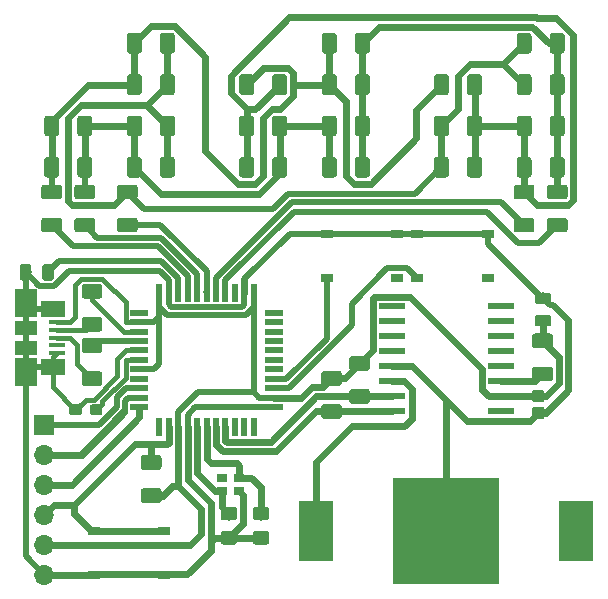
<source format=gbr>
G04 #@! TF.GenerationSoftware,KiCad,Pcbnew,5.1.4+dfsg1-1*
G04 #@! TF.CreationDate,2020-03-29T20:15:13+02:00*
G04 #@! TF.ProjectId,TPSE Glass,54505345-2047-46c6-9173-732e6b696361,rev?*
G04 #@! TF.SameCoordinates,Original*
G04 #@! TF.FileFunction,Copper,L1,Top*
G04 #@! TF.FilePolarity,Positive*
%FSLAX46Y46*%
G04 Gerber Fmt 4.6, Leading zero omitted, Abs format (unit mm)*
G04 Created by KiCad (PCBNEW 5.1.4+dfsg1-1) date 2020-03-29 20:15:13*
%MOMM*%
%LPD*%
G04 APERTURE LIST*
%ADD10C,0.100000*%
%ADD11C,0.975000*%
%ADD12C,1.050000*%
%ADD13C,1.150000*%
%ADD14C,1.250000*%
%ADD15R,9.000000X9.000000*%
%ADD16R,3.000000X5.100000*%
%ADD17R,2.200000X0.600000*%
%ADD18R,1.380000X0.450000*%
%ADD19R,2.100000X1.475000*%
%ADD20R,1.900000X2.375000*%
%ADD21R,1.900000X1.175000*%
%ADD22R,1.500000X0.550000*%
%ADD23R,0.550000X1.500000*%
%ADD24R,0.900000X0.800000*%
%ADD25C,0.950000*%
%ADD26R,1.700000X1.700000*%
%ADD27O,1.700000X1.700000*%
%ADD28R,1.000000X0.700000*%
%ADD29C,0.600000*%
%ADD30C,0.500000*%
%ADD31C,0.400000*%
G04 APERTURE END LIST*
D10*
G36*
X45680142Y-26501174D02*
G01*
X45703803Y-26504684D01*
X45727007Y-26510496D01*
X45749529Y-26518554D01*
X45771153Y-26528782D01*
X45791670Y-26541079D01*
X45810883Y-26555329D01*
X45828607Y-26571393D01*
X45844671Y-26589117D01*
X45858921Y-26608330D01*
X45871218Y-26628847D01*
X45881446Y-26650471D01*
X45889504Y-26672993D01*
X45895316Y-26696197D01*
X45898826Y-26719858D01*
X45900000Y-26743750D01*
X45900000Y-27231250D01*
X45898826Y-27255142D01*
X45895316Y-27278803D01*
X45889504Y-27302007D01*
X45881446Y-27324529D01*
X45871218Y-27346153D01*
X45858921Y-27366670D01*
X45844671Y-27385883D01*
X45828607Y-27403607D01*
X45810883Y-27419671D01*
X45791670Y-27433921D01*
X45771153Y-27446218D01*
X45749529Y-27456446D01*
X45727007Y-27464504D01*
X45703803Y-27470316D01*
X45680142Y-27473826D01*
X45656250Y-27475000D01*
X44743750Y-27475000D01*
X44719858Y-27473826D01*
X44696197Y-27470316D01*
X44672993Y-27464504D01*
X44650471Y-27456446D01*
X44628847Y-27446218D01*
X44608330Y-27433921D01*
X44589117Y-27419671D01*
X44571393Y-27403607D01*
X44555329Y-27385883D01*
X44541079Y-27366670D01*
X44528782Y-27346153D01*
X44518554Y-27324529D01*
X44510496Y-27302007D01*
X44504684Y-27278803D01*
X44501174Y-27255142D01*
X44500000Y-27231250D01*
X44500000Y-26743750D01*
X44501174Y-26719858D01*
X44504684Y-26696197D01*
X44510496Y-26672993D01*
X44518554Y-26650471D01*
X44528782Y-26628847D01*
X44541079Y-26608330D01*
X44555329Y-26589117D01*
X44571393Y-26571393D01*
X44589117Y-26555329D01*
X44608330Y-26541079D01*
X44628847Y-26528782D01*
X44650471Y-26518554D01*
X44672993Y-26510496D01*
X44696197Y-26504684D01*
X44719858Y-26501174D01*
X44743750Y-26500000D01*
X45656250Y-26500000D01*
X45680142Y-26501174D01*
X45680142Y-26501174D01*
G37*
D11*
X45200000Y-26987500D03*
D10*
G36*
X45680142Y-24626174D02*
G01*
X45703803Y-24629684D01*
X45727007Y-24635496D01*
X45749529Y-24643554D01*
X45771153Y-24653782D01*
X45791670Y-24666079D01*
X45810883Y-24680329D01*
X45828607Y-24696393D01*
X45844671Y-24714117D01*
X45858921Y-24733330D01*
X45871218Y-24753847D01*
X45881446Y-24775471D01*
X45889504Y-24797993D01*
X45895316Y-24821197D01*
X45898826Y-24844858D01*
X45900000Y-24868750D01*
X45900000Y-25356250D01*
X45898826Y-25380142D01*
X45895316Y-25403803D01*
X45889504Y-25427007D01*
X45881446Y-25449529D01*
X45871218Y-25471153D01*
X45858921Y-25491670D01*
X45844671Y-25510883D01*
X45828607Y-25528607D01*
X45810883Y-25544671D01*
X45791670Y-25558921D01*
X45771153Y-25571218D01*
X45749529Y-25581446D01*
X45727007Y-25589504D01*
X45703803Y-25595316D01*
X45680142Y-25598826D01*
X45656250Y-25600000D01*
X44743750Y-25600000D01*
X44719858Y-25598826D01*
X44696197Y-25595316D01*
X44672993Y-25589504D01*
X44650471Y-25581446D01*
X44628847Y-25571218D01*
X44608330Y-25558921D01*
X44589117Y-25544671D01*
X44571393Y-25528607D01*
X44555329Y-25510883D01*
X44541079Y-25491670D01*
X44528782Y-25471153D01*
X44518554Y-25449529D01*
X44510496Y-25427007D01*
X44504684Y-25403803D01*
X44501174Y-25380142D01*
X44500000Y-25356250D01*
X44500000Y-24868750D01*
X44501174Y-24844858D01*
X44504684Y-24821197D01*
X44510496Y-24797993D01*
X44518554Y-24775471D01*
X44528782Y-24753847D01*
X44541079Y-24733330D01*
X44555329Y-24714117D01*
X44571393Y-24696393D01*
X44589117Y-24680329D01*
X44608330Y-24666079D01*
X44628847Y-24653782D01*
X44650471Y-24643554D01*
X44672993Y-24635496D01*
X44696197Y-24629684D01*
X44719858Y-24626174D01*
X44743750Y-24625000D01*
X45656250Y-24625000D01*
X45680142Y-24626174D01*
X45680142Y-24626174D01*
G37*
D11*
X45200000Y-25112500D03*
D10*
G36*
X45099505Y-32838704D02*
G01*
X45123773Y-32842304D01*
X45147572Y-32848265D01*
X45170671Y-32856530D01*
X45192850Y-32867020D01*
X45213893Y-32879632D01*
X45233599Y-32894247D01*
X45251777Y-32910723D01*
X45268253Y-32928901D01*
X45282868Y-32948607D01*
X45295480Y-32969650D01*
X45305970Y-32991829D01*
X45314235Y-33014928D01*
X45320196Y-33038727D01*
X45323796Y-33062995D01*
X45325000Y-33087499D01*
X45325000Y-33662501D01*
X45323796Y-33687005D01*
X45320196Y-33711273D01*
X45314235Y-33735072D01*
X45305970Y-33758171D01*
X45295480Y-33780350D01*
X45282868Y-33801393D01*
X45268253Y-33821099D01*
X45251777Y-33839277D01*
X45233599Y-33855753D01*
X45213893Y-33870368D01*
X45192850Y-33882980D01*
X45170671Y-33893470D01*
X45147572Y-33901735D01*
X45123773Y-33907696D01*
X45099505Y-33911296D01*
X45075001Y-33912500D01*
X44524999Y-33912500D01*
X44500495Y-33911296D01*
X44476227Y-33907696D01*
X44452428Y-33901735D01*
X44429329Y-33893470D01*
X44407150Y-33882980D01*
X44386107Y-33870368D01*
X44366401Y-33855753D01*
X44348223Y-33839277D01*
X44331747Y-33821099D01*
X44317132Y-33801393D01*
X44304520Y-33780350D01*
X44294030Y-33758171D01*
X44285765Y-33735072D01*
X44279804Y-33711273D01*
X44276204Y-33687005D01*
X44275000Y-33662501D01*
X44275000Y-33087499D01*
X44276204Y-33062995D01*
X44279804Y-33038727D01*
X44285765Y-33014928D01*
X44294030Y-32991829D01*
X44304520Y-32969650D01*
X44317132Y-32948607D01*
X44331747Y-32928901D01*
X44348223Y-32910723D01*
X44366401Y-32894247D01*
X44386107Y-32879632D01*
X44407150Y-32867020D01*
X44429329Y-32856530D01*
X44452428Y-32848265D01*
X44476227Y-32842304D01*
X44500495Y-32838704D01*
X44524999Y-32837500D01*
X45075001Y-32837500D01*
X45099505Y-32838704D01*
X45099505Y-32838704D01*
G37*
D12*
X44800000Y-33375000D03*
D10*
G36*
X45099505Y-34263704D02*
G01*
X45123773Y-34267304D01*
X45147572Y-34273265D01*
X45170671Y-34281530D01*
X45192850Y-34292020D01*
X45213893Y-34304632D01*
X45233599Y-34319247D01*
X45251777Y-34335723D01*
X45268253Y-34353901D01*
X45282868Y-34373607D01*
X45295480Y-34394650D01*
X45305970Y-34416829D01*
X45314235Y-34439928D01*
X45320196Y-34463727D01*
X45323796Y-34487995D01*
X45325000Y-34512499D01*
X45325000Y-35087501D01*
X45323796Y-35112005D01*
X45320196Y-35136273D01*
X45314235Y-35160072D01*
X45305970Y-35183171D01*
X45295480Y-35205350D01*
X45282868Y-35226393D01*
X45268253Y-35246099D01*
X45251777Y-35264277D01*
X45233599Y-35280753D01*
X45213893Y-35295368D01*
X45192850Y-35307980D01*
X45170671Y-35318470D01*
X45147572Y-35326735D01*
X45123773Y-35332696D01*
X45099505Y-35336296D01*
X45075001Y-35337500D01*
X44524999Y-35337500D01*
X44500495Y-35336296D01*
X44476227Y-35332696D01*
X44452428Y-35326735D01*
X44429329Y-35318470D01*
X44407150Y-35307980D01*
X44386107Y-35295368D01*
X44366401Y-35280753D01*
X44348223Y-35264277D01*
X44331747Y-35246099D01*
X44317132Y-35226393D01*
X44304520Y-35205350D01*
X44294030Y-35183171D01*
X44285765Y-35160072D01*
X44279804Y-35136273D01*
X44276204Y-35112005D01*
X44275000Y-35087501D01*
X44275000Y-34512499D01*
X44276204Y-34487995D01*
X44279804Y-34463727D01*
X44285765Y-34439928D01*
X44294030Y-34416829D01*
X44304520Y-34394650D01*
X44317132Y-34373607D01*
X44331747Y-34353901D01*
X44348223Y-34335723D01*
X44366401Y-34319247D01*
X44386107Y-34304632D01*
X44407150Y-34292020D01*
X44429329Y-34281530D01*
X44452428Y-34273265D01*
X44476227Y-34267304D01*
X44500495Y-34263704D01*
X44524999Y-34262500D01*
X45075001Y-34262500D01*
X45099505Y-34263704D01*
X45099505Y-34263704D01*
G37*
D12*
X44800000Y-34800000D03*
D10*
G36*
X21799505Y-44801204D02*
G01*
X21823773Y-44804804D01*
X21847572Y-44810765D01*
X21870671Y-44819030D01*
X21892850Y-44829520D01*
X21913893Y-44842132D01*
X21933599Y-44856747D01*
X21951777Y-44873223D01*
X21968253Y-44891401D01*
X21982868Y-44911107D01*
X21995480Y-44932150D01*
X22005970Y-44954329D01*
X22014235Y-44977428D01*
X22020196Y-45001227D01*
X22023796Y-45025495D01*
X22025000Y-45049999D01*
X22025000Y-45700001D01*
X22023796Y-45724505D01*
X22020196Y-45748773D01*
X22014235Y-45772572D01*
X22005970Y-45795671D01*
X21995480Y-45817850D01*
X21982868Y-45838893D01*
X21968253Y-45858599D01*
X21951777Y-45876777D01*
X21933599Y-45893253D01*
X21913893Y-45907868D01*
X21892850Y-45920480D01*
X21870671Y-45930970D01*
X21847572Y-45939235D01*
X21823773Y-45945196D01*
X21799505Y-45948796D01*
X21775001Y-45950000D01*
X20874999Y-45950000D01*
X20850495Y-45948796D01*
X20826227Y-45945196D01*
X20802428Y-45939235D01*
X20779329Y-45930970D01*
X20757150Y-45920480D01*
X20736107Y-45907868D01*
X20716401Y-45893253D01*
X20698223Y-45876777D01*
X20681747Y-45858599D01*
X20667132Y-45838893D01*
X20654520Y-45817850D01*
X20644030Y-45795671D01*
X20635765Y-45772572D01*
X20629804Y-45748773D01*
X20626204Y-45724505D01*
X20625000Y-45700001D01*
X20625000Y-45049999D01*
X20626204Y-45025495D01*
X20629804Y-45001227D01*
X20635765Y-44977428D01*
X20644030Y-44954329D01*
X20654520Y-44932150D01*
X20667132Y-44911107D01*
X20681747Y-44891401D01*
X20698223Y-44873223D01*
X20716401Y-44856747D01*
X20736107Y-44842132D01*
X20757150Y-44829520D01*
X20779329Y-44819030D01*
X20802428Y-44810765D01*
X20826227Y-44804804D01*
X20850495Y-44801204D01*
X20874999Y-44800000D01*
X21775001Y-44800000D01*
X21799505Y-44801204D01*
X21799505Y-44801204D01*
G37*
D13*
X21325000Y-45375000D03*
D10*
G36*
X21799505Y-42751204D02*
G01*
X21823773Y-42754804D01*
X21847572Y-42760765D01*
X21870671Y-42769030D01*
X21892850Y-42779520D01*
X21913893Y-42792132D01*
X21933599Y-42806747D01*
X21951777Y-42823223D01*
X21968253Y-42841401D01*
X21982868Y-42861107D01*
X21995480Y-42882150D01*
X22005970Y-42904329D01*
X22014235Y-42927428D01*
X22020196Y-42951227D01*
X22023796Y-42975495D01*
X22025000Y-42999999D01*
X22025000Y-43650001D01*
X22023796Y-43674505D01*
X22020196Y-43698773D01*
X22014235Y-43722572D01*
X22005970Y-43745671D01*
X21995480Y-43767850D01*
X21982868Y-43788893D01*
X21968253Y-43808599D01*
X21951777Y-43826777D01*
X21933599Y-43843253D01*
X21913893Y-43857868D01*
X21892850Y-43870480D01*
X21870671Y-43880970D01*
X21847572Y-43889235D01*
X21823773Y-43895196D01*
X21799505Y-43898796D01*
X21775001Y-43900000D01*
X20874999Y-43900000D01*
X20850495Y-43898796D01*
X20826227Y-43895196D01*
X20802428Y-43889235D01*
X20779329Y-43880970D01*
X20757150Y-43870480D01*
X20736107Y-43857868D01*
X20716401Y-43843253D01*
X20698223Y-43826777D01*
X20681747Y-43808599D01*
X20667132Y-43788893D01*
X20654520Y-43767850D01*
X20644030Y-43745671D01*
X20635765Y-43722572D01*
X20629804Y-43698773D01*
X20626204Y-43674505D01*
X20625000Y-43650001D01*
X20625000Y-42999999D01*
X20626204Y-42975495D01*
X20629804Y-42951227D01*
X20635765Y-42927428D01*
X20644030Y-42904329D01*
X20654520Y-42882150D01*
X20667132Y-42861107D01*
X20681747Y-42841401D01*
X20698223Y-42823223D01*
X20716401Y-42806747D01*
X20736107Y-42792132D01*
X20757150Y-42779520D01*
X20779329Y-42769030D01*
X20802428Y-42760765D01*
X20826227Y-42754804D01*
X20850495Y-42751204D01*
X20874999Y-42750000D01*
X21775001Y-42750000D01*
X21799505Y-42751204D01*
X21799505Y-42751204D01*
G37*
D13*
X21325000Y-43325000D03*
D10*
G36*
X45799504Y-30876204D02*
G01*
X45823773Y-30879804D01*
X45847571Y-30885765D01*
X45870671Y-30894030D01*
X45892849Y-30904520D01*
X45913893Y-30917133D01*
X45933598Y-30931747D01*
X45951777Y-30948223D01*
X45968253Y-30966402D01*
X45982867Y-30986107D01*
X45995480Y-31007151D01*
X46005970Y-31029329D01*
X46014235Y-31052429D01*
X46020196Y-31076227D01*
X46023796Y-31100496D01*
X46025000Y-31125000D01*
X46025000Y-31875000D01*
X46023796Y-31899504D01*
X46020196Y-31923773D01*
X46014235Y-31947571D01*
X46005970Y-31970671D01*
X45995480Y-31992849D01*
X45982867Y-32013893D01*
X45968253Y-32033598D01*
X45951777Y-32051777D01*
X45933598Y-32068253D01*
X45913893Y-32082867D01*
X45892849Y-32095480D01*
X45870671Y-32105970D01*
X45847571Y-32114235D01*
X45823773Y-32120196D01*
X45799504Y-32123796D01*
X45775000Y-32125000D01*
X44525000Y-32125000D01*
X44500496Y-32123796D01*
X44476227Y-32120196D01*
X44452429Y-32114235D01*
X44429329Y-32105970D01*
X44407151Y-32095480D01*
X44386107Y-32082867D01*
X44366402Y-32068253D01*
X44348223Y-32051777D01*
X44331747Y-32033598D01*
X44317133Y-32013893D01*
X44304520Y-31992849D01*
X44294030Y-31970671D01*
X44285765Y-31947571D01*
X44279804Y-31923773D01*
X44276204Y-31899504D01*
X44275000Y-31875000D01*
X44275000Y-31125000D01*
X44276204Y-31100496D01*
X44279804Y-31076227D01*
X44285765Y-31052429D01*
X44294030Y-31029329D01*
X44304520Y-31007151D01*
X44317133Y-30986107D01*
X44331747Y-30966402D01*
X44348223Y-30948223D01*
X44366402Y-30931747D01*
X44386107Y-30917133D01*
X44407151Y-30904520D01*
X44429329Y-30894030D01*
X44452429Y-30885765D01*
X44476227Y-30879804D01*
X44500496Y-30876204D01*
X44525000Y-30875000D01*
X45775000Y-30875000D01*
X45799504Y-30876204D01*
X45799504Y-30876204D01*
G37*
D14*
X45150000Y-31500000D03*
D10*
G36*
X45799504Y-28076204D02*
G01*
X45823773Y-28079804D01*
X45847571Y-28085765D01*
X45870671Y-28094030D01*
X45892849Y-28104520D01*
X45913893Y-28117133D01*
X45933598Y-28131747D01*
X45951777Y-28148223D01*
X45968253Y-28166402D01*
X45982867Y-28186107D01*
X45995480Y-28207151D01*
X46005970Y-28229329D01*
X46014235Y-28252429D01*
X46020196Y-28276227D01*
X46023796Y-28300496D01*
X46025000Y-28325000D01*
X46025000Y-29075000D01*
X46023796Y-29099504D01*
X46020196Y-29123773D01*
X46014235Y-29147571D01*
X46005970Y-29170671D01*
X45995480Y-29192849D01*
X45982867Y-29213893D01*
X45968253Y-29233598D01*
X45951777Y-29251777D01*
X45933598Y-29268253D01*
X45913893Y-29282867D01*
X45892849Y-29295480D01*
X45870671Y-29305970D01*
X45847571Y-29314235D01*
X45823773Y-29320196D01*
X45799504Y-29323796D01*
X45775000Y-29325000D01*
X44525000Y-29325000D01*
X44500496Y-29323796D01*
X44476227Y-29320196D01*
X44452429Y-29314235D01*
X44429329Y-29305970D01*
X44407151Y-29295480D01*
X44386107Y-29282867D01*
X44366402Y-29268253D01*
X44348223Y-29251777D01*
X44331747Y-29233598D01*
X44317133Y-29213893D01*
X44304520Y-29192849D01*
X44294030Y-29170671D01*
X44285765Y-29147571D01*
X44279804Y-29123773D01*
X44276204Y-29099504D01*
X44275000Y-29075000D01*
X44275000Y-28325000D01*
X44276204Y-28300496D01*
X44279804Y-28276227D01*
X44285765Y-28252429D01*
X44294030Y-28229329D01*
X44304520Y-28207151D01*
X44317133Y-28186107D01*
X44331747Y-28166402D01*
X44348223Y-28148223D01*
X44366402Y-28131747D01*
X44386107Y-28117133D01*
X44407151Y-28104520D01*
X44429329Y-28094030D01*
X44452429Y-28085765D01*
X44476227Y-28079804D01*
X44500496Y-28076204D01*
X44525000Y-28075000D01*
X45775000Y-28075000D01*
X45799504Y-28076204D01*
X45799504Y-28076204D01*
G37*
D14*
X45150000Y-28700000D03*
D10*
G36*
X12674504Y-41176204D02*
G01*
X12698773Y-41179804D01*
X12722571Y-41185765D01*
X12745671Y-41194030D01*
X12767849Y-41204520D01*
X12788893Y-41217133D01*
X12808598Y-41231747D01*
X12826777Y-41248223D01*
X12843253Y-41266402D01*
X12857867Y-41286107D01*
X12870480Y-41307151D01*
X12880970Y-41329329D01*
X12889235Y-41352429D01*
X12895196Y-41376227D01*
X12898796Y-41400496D01*
X12900000Y-41425000D01*
X12900000Y-42175000D01*
X12898796Y-42199504D01*
X12895196Y-42223773D01*
X12889235Y-42247571D01*
X12880970Y-42270671D01*
X12870480Y-42292849D01*
X12857867Y-42313893D01*
X12843253Y-42333598D01*
X12826777Y-42351777D01*
X12808598Y-42368253D01*
X12788893Y-42382867D01*
X12767849Y-42395480D01*
X12745671Y-42405970D01*
X12722571Y-42414235D01*
X12698773Y-42420196D01*
X12674504Y-42423796D01*
X12650000Y-42425000D01*
X11400000Y-42425000D01*
X11375496Y-42423796D01*
X11351227Y-42420196D01*
X11327429Y-42414235D01*
X11304329Y-42405970D01*
X11282151Y-42395480D01*
X11261107Y-42382867D01*
X11241402Y-42368253D01*
X11223223Y-42351777D01*
X11206747Y-42333598D01*
X11192133Y-42313893D01*
X11179520Y-42292849D01*
X11169030Y-42270671D01*
X11160765Y-42247571D01*
X11154804Y-42223773D01*
X11151204Y-42199504D01*
X11150000Y-42175000D01*
X11150000Y-41425000D01*
X11151204Y-41400496D01*
X11154804Y-41376227D01*
X11160765Y-41352429D01*
X11169030Y-41329329D01*
X11179520Y-41307151D01*
X11192133Y-41286107D01*
X11206747Y-41266402D01*
X11223223Y-41248223D01*
X11241402Y-41231747D01*
X11261107Y-41217133D01*
X11282151Y-41204520D01*
X11304329Y-41194030D01*
X11327429Y-41185765D01*
X11351227Y-41179804D01*
X11375496Y-41176204D01*
X11400000Y-41175000D01*
X12650000Y-41175000D01*
X12674504Y-41176204D01*
X12674504Y-41176204D01*
G37*
D14*
X12025000Y-41800000D03*
D10*
G36*
X12674504Y-38376204D02*
G01*
X12698773Y-38379804D01*
X12722571Y-38385765D01*
X12745671Y-38394030D01*
X12767849Y-38404520D01*
X12788893Y-38417133D01*
X12808598Y-38431747D01*
X12826777Y-38448223D01*
X12843253Y-38466402D01*
X12857867Y-38486107D01*
X12870480Y-38507151D01*
X12880970Y-38529329D01*
X12889235Y-38552429D01*
X12895196Y-38576227D01*
X12898796Y-38600496D01*
X12900000Y-38625000D01*
X12900000Y-39375000D01*
X12898796Y-39399504D01*
X12895196Y-39423773D01*
X12889235Y-39447571D01*
X12880970Y-39470671D01*
X12870480Y-39492849D01*
X12857867Y-39513893D01*
X12843253Y-39533598D01*
X12826777Y-39551777D01*
X12808598Y-39568253D01*
X12788893Y-39582867D01*
X12767849Y-39595480D01*
X12745671Y-39605970D01*
X12722571Y-39614235D01*
X12698773Y-39620196D01*
X12674504Y-39623796D01*
X12650000Y-39625000D01*
X11400000Y-39625000D01*
X11375496Y-39623796D01*
X11351227Y-39620196D01*
X11327429Y-39614235D01*
X11304329Y-39605970D01*
X11282151Y-39595480D01*
X11261107Y-39582867D01*
X11241402Y-39568253D01*
X11223223Y-39551777D01*
X11206747Y-39533598D01*
X11192133Y-39513893D01*
X11179520Y-39492849D01*
X11169030Y-39470671D01*
X11160765Y-39447571D01*
X11154804Y-39423773D01*
X11151204Y-39399504D01*
X11150000Y-39375000D01*
X11150000Y-38625000D01*
X11151204Y-38600496D01*
X11154804Y-38576227D01*
X11160765Y-38552429D01*
X11169030Y-38529329D01*
X11179520Y-38507151D01*
X11192133Y-38486107D01*
X11206747Y-38466402D01*
X11223223Y-38448223D01*
X11241402Y-38431747D01*
X11261107Y-38417133D01*
X11282151Y-38404520D01*
X11304329Y-38394030D01*
X11327429Y-38385765D01*
X11351227Y-38379804D01*
X11375496Y-38376204D01*
X11400000Y-38375000D01*
X12650000Y-38375000D01*
X12674504Y-38376204D01*
X12674504Y-38376204D01*
G37*
D14*
X12025000Y-39000000D03*
D10*
G36*
X19074505Y-42751204D02*
G01*
X19098773Y-42754804D01*
X19122572Y-42760765D01*
X19145671Y-42769030D01*
X19167850Y-42779520D01*
X19188893Y-42792132D01*
X19208599Y-42806747D01*
X19226777Y-42823223D01*
X19243253Y-42841401D01*
X19257868Y-42861107D01*
X19270480Y-42882150D01*
X19280970Y-42904329D01*
X19289235Y-42927428D01*
X19295196Y-42951227D01*
X19298796Y-42975495D01*
X19300000Y-42999999D01*
X19300000Y-43650001D01*
X19298796Y-43674505D01*
X19295196Y-43698773D01*
X19289235Y-43722572D01*
X19280970Y-43745671D01*
X19270480Y-43767850D01*
X19257868Y-43788893D01*
X19243253Y-43808599D01*
X19226777Y-43826777D01*
X19208599Y-43843253D01*
X19188893Y-43857868D01*
X19167850Y-43870480D01*
X19145671Y-43880970D01*
X19122572Y-43889235D01*
X19098773Y-43895196D01*
X19074505Y-43898796D01*
X19050001Y-43900000D01*
X18149999Y-43900000D01*
X18125495Y-43898796D01*
X18101227Y-43895196D01*
X18077428Y-43889235D01*
X18054329Y-43880970D01*
X18032150Y-43870480D01*
X18011107Y-43857868D01*
X17991401Y-43843253D01*
X17973223Y-43826777D01*
X17956747Y-43808599D01*
X17942132Y-43788893D01*
X17929520Y-43767850D01*
X17919030Y-43745671D01*
X17910765Y-43722572D01*
X17904804Y-43698773D01*
X17901204Y-43674505D01*
X17900000Y-43650001D01*
X17900000Y-42999999D01*
X17901204Y-42975495D01*
X17904804Y-42951227D01*
X17910765Y-42927428D01*
X17919030Y-42904329D01*
X17929520Y-42882150D01*
X17942132Y-42861107D01*
X17956747Y-42841401D01*
X17973223Y-42823223D01*
X17991401Y-42806747D01*
X18011107Y-42792132D01*
X18032150Y-42779520D01*
X18054329Y-42769030D01*
X18077428Y-42760765D01*
X18101227Y-42754804D01*
X18125495Y-42751204D01*
X18149999Y-42750000D01*
X19050001Y-42750000D01*
X19074505Y-42751204D01*
X19074505Y-42751204D01*
G37*
D13*
X18600000Y-43325000D03*
D10*
G36*
X19074505Y-44801204D02*
G01*
X19098773Y-44804804D01*
X19122572Y-44810765D01*
X19145671Y-44819030D01*
X19167850Y-44829520D01*
X19188893Y-44842132D01*
X19208599Y-44856747D01*
X19226777Y-44873223D01*
X19243253Y-44891401D01*
X19257868Y-44911107D01*
X19270480Y-44932150D01*
X19280970Y-44954329D01*
X19289235Y-44977428D01*
X19295196Y-45001227D01*
X19298796Y-45025495D01*
X19300000Y-45049999D01*
X19300000Y-45700001D01*
X19298796Y-45724505D01*
X19295196Y-45748773D01*
X19289235Y-45772572D01*
X19280970Y-45795671D01*
X19270480Y-45817850D01*
X19257868Y-45838893D01*
X19243253Y-45858599D01*
X19226777Y-45876777D01*
X19208599Y-45893253D01*
X19188893Y-45907868D01*
X19167850Y-45920480D01*
X19145671Y-45930970D01*
X19122572Y-45939235D01*
X19098773Y-45945196D01*
X19074505Y-45948796D01*
X19050001Y-45950000D01*
X18149999Y-45950000D01*
X18125495Y-45948796D01*
X18101227Y-45945196D01*
X18077428Y-45939235D01*
X18054329Y-45930970D01*
X18032150Y-45920480D01*
X18011107Y-45907868D01*
X17991401Y-45893253D01*
X17973223Y-45876777D01*
X17956747Y-45858599D01*
X17942132Y-45838893D01*
X17929520Y-45817850D01*
X17919030Y-45795671D01*
X17910765Y-45772572D01*
X17904804Y-45748773D01*
X17901204Y-45724505D01*
X17900000Y-45700001D01*
X17900000Y-45049999D01*
X17901204Y-45025495D01*
X17904804Y-45001227D01*
X17910765Y-44977428D01*
X17919030Y-44954329D01*
X17929520Y-44932150D01*
X17942132Y-44911107D01*
X17956747Y-44891401D01*
X17973223Y-44873223D01*
X17991401Y-44856747D01*
X18011107Y-44842132D01*
X18032150Y-44829520D01*
X18054329Y-44819030D01*
X18077428Y-44810765D01*
X18101227Y-44804804D01*
X18125495Y-44801204D01*
X18149999Y-44800000D01*
X19050001Y-44800000D01*
X19074505Y-44801204D01*
X19074505Y-44801204D01*
G37*
D13*
X18600000Y-45375000D03*
D15*
X36975000Y-44800000D03*
D16*
X25975000Y-44800000D03*
X47975000Y-44800000D03*
D17*
X41625000Y-33400000D03*
X32425000Y-30860000D03*
X41625000Y-34670000D03*
X41625000Y-32130000D03*
X41625000Y-30860000D03*
X32425000Y-32130000D03*
X32425000Y-29590000D03*
X32425000Y-28320000D03*
X41625000Y-28320000D03*
X32425000Y-25780000D03*
X41625000Y-29590000D03*
X41625000Y-27050000D03*
X32425000Y-27050000D03*
X41625000Y-25780000D03*
X32425000Y-33400000D03*
X32425000Y-34670000D03*
D10*
G36*
X27949504Y-31251204D02*
G01*
X27973773Y-31254804D01*
X27997571Y-31260765D01*
X28020671Y-31269030D01*
X28042849Y-31279520D01*
X28063893Y-31292133D01*
X28083598Y-31306747D01*
X28101777Y-31323223D01*
X28118253Y-31341402D01*
X28132867Y-31361107D01*
X28145480Y-31382151D01*
X28155970Y-31404329D01*
X28164235Y-31427429D01*
X28170196Y-31451227D01*
X28173796Y-31475496D01*
X28175000Y-31500000D01*
X28175000Y-32250000D01*
X28173796Y-32274504D01*
X28170196Y-32298773D01*
X28164235Y-32322571D01*
X28155970Y-32345671D01*
X28145480Y-32367849D01*
X28132867Y-32388893D01*
X28118253Y-32408598D01*
X28101777Y-32426777D01*
X28083598Y-32443253D01*
X28063893Y-32457867D01*
X28042849Y-32470480D01*
X28020671Y-32480970D01*
X27997571Y-32489235D01*
X27973773Y-32495196D01*
X27949504Y-32498796D01*
X27925000Y-32500000D01*
X26675000Y-32500000D01*
X26650496Y-32498796D01*
X26626227Y-32495196D01*
X26602429Y-32489235D01*
X26579329Y-32480970D01*
X26557151Y-32470480D01*
X26536107Y-32457867D01*
X26516402Y-32443253D01*
X26498223Y-32426777D01*
X26481747Y-32408598D01*
X26467133Y-32388893D01*
X26454520Y-32367849D01*
X26444030Y-32345671D01*
X26435765Y-32322571D01*
X26429804Y-32298773D01*
X26426204Y-32274504D01*
X26425000Y-32250000D01*
X26425000Y-31500000D01*
X26426204Y-31475496D01*
X26429804Y-31451227D01*
X26435765Y-31427429D01*
X26444030Y-31404329D01*
X26454520Y-31382151D01*
X26467133Y-31361107D01*
X26481747Y-31341402D01*
X26498223Y-31323223D01*
X26516402Y-31306747D01*
X26536107Y-31292133D01*
X26557151Y-31279520D01*
X26579329Y-31269030D01*
X26602429Y-31260765D01*
X26626227Y-31254804D01*
X26650496Y-31251204D01*
X26675000Y-31250000D01*
X27925000Y-31250000D01*
X27949504Y-31251204D01*
X27949504Y-31251204D01*
G37*
D14*
X27300000Y-31875000D03*
D10*
G36*
X27949504Y-34051204D02*
G01*
X27973773Y-34054804D01*
X27997571Y-34060765D01*
X28020671Y-34069030D01*
X28042849Y-34079520D01*
X28063893Y-34092133D01*
X28083598Y-34106747D01*
X28101777Y-34123223D01*
X28118253Y-34141402D01*
X28132867Y-34161107D01*
X28145480Y-34182151D01*
X28155970Y-34204329D01*
X28164235Y-34227429D01*
X28170196Y-34251227D01*
X28173796Y-34275496D01*
X28175000Y-34300000D01*
X28175000Y-35050000D01*
X28173796Y-35074504D01*
X28170196Y-35098773D01*
X28164235Y-35122571D01*
X28155970Y-35145671D01*
X28145480Y-35167849D01*
X28132867Y-35188893D01*
X28118253Y-35208598D01*
X28101777Y-35226777D01*
X28083598Y-35243253D01*
X28063893Y-35257867D01*
X28042849Y-35270480D01*
X28020671Y-35280970D01*
X27997571Y-35289235D01*
X27973773Y-35295196D01*
X27949504Y-35298796D01*
X27925000Y-35300000D01*
X26675000Y-35300000D01*
X26650496Y-35298796D01*
X26626227Y-35295196D01*
X26602429Y-35289235D01*
X26579329Y-35280970D01*
X26557151Y-35270480D01*
X26536107Y-35257867D01*
X26516402Y-35243253D01*
X26498223Y-35226777D01*
X26481747Y-35208598D01*
X26467133Y-35188893D01*
X26454520Y-35167849D01*
X26444030Y-35145671D01*
X26435765Y-35122571D01*
X26429804Y-35098773D01*
X26426204Y-35074504D01*
X26425000Y-35050000D01*
X26425000Y-34300000D01*
X26426204Y-34275496D01*
X26429804Y-34251227D01*
X26435765Y-34227429D01*
X26444030Y-34204329D01*
X26454520Y-34182151D01*
X26467133Y-34161107D01*
X26481747Y-34141402D01*
X26498223Y-34123223D01*
X26516402Y-34106747D01*
X26536107Y-34092133D01*
X26557151Y-34079520D01*
X26579329Y-34069030D01*
X26602429Y-34060765D01*
X26626227Y-34054804D01*
X26650496Y-34051204D01*
X26675000Y-34050000D01*
X27925000Y-34050000D01*
X27949504Y-34051204D01*
X27949504Y-34051204D01*
G37*
D14*
X27300000Y-34675000D03*
D10*
G36*
X30324504Y-32776204D02*
G01*
X30348773Y-32779804D01*
X30372571Y-32785765D01*
X30395671Y-32794030D01*
X30417849Y-32804520D01*
X30438893Y-32817133D01*
X30458598Y-32831747D01*
X30476777Y-32848223D01*
X30493253Y-32866402D01*
X30507867Y-32886107D01*
X30520480Y-32907151D01*
X30530970Y-32929329D01*
X30539235Y-32952429D01*
X30545196Y-32976227D01*
X30548796Y-33000496D01*
X30550000Y-33025000D01*
X30550000Y-33775000D01*
X30548796Y-33799504D01*
X30545196Y-33823773D01*
X30539235Y-33847571D01*
X30530970Y-33870671D01*
X30520480Y-33892849D01*
X30507867Y-33913893D01*
X30493253Y-33933598D01*
X30476777Y-33951777D01*
X30458598Y-33968253D01*
X30438893Y-33982867D01*
X30417849Y-33995480D01*
X30395671Y-34005970D01*
X30372571Y-34014235D01*
X30348773Y-34020196D01*
X30324504Y-34023796D01*
X30300000Y-34025000D01*
X29050000Y-34025000D01*
X29025496Y-34023796D01*
X29001227Y-34020196D01*
X28977429Y-34014235D01*
X28954329Y-34005970D01*
X28932151Y-33995480D01*
X28911107Y-33982867D01*
X28891402Y-33968253D01*
X28873223Y-33951777D01*
X28856747Y-33933598D01*
X28842133Y-33913893D01*
X28829520Y-33892849D01*
X28819030Y-33870671D01*
X28810765Y-33847571D01*
X28804804Y-33823773D01*
X28801204Y-33799504D01*
X28800000Y-33775000D01*
X28800000Y-33025000D01*
X28801204Y-33000496D01*
X28804804Y-32976227D01*
X28810765Y-32952429D01*
X28819030Y-32929329D01*
X28829520Y-32907151D01*
X28842133Y-32886107D01*
X28856747Y-32866402D01*
X28873223Y-32848223D01*
X28891402Y-32831747D01*
X28911107Y-32817133D01*
X28932151Y-32804520D01*
X28954329Y-32794030D01*
X28977429Y-32785765D01*
X29001227Y-32779804D01*
X29025496Y-32776204D01*
X29050000Y-32775000D01*
X30300000Y-32775000D01*
X30324504Y-32776204D01*
X30324504Y-32776204D01*
G37*
D14*
X29675000Y-33400000D03*
D10*
G36*
X30324504Y-29976204D02*
G01*
X30348773Y-29979804D01*
X30372571Y-29985765D01*
X30395671Y-29994030D01*
X30417849Y-30004520D01*
X30438893Y-30017133D01*
X30458598Y-30031747D01*
X30476777Y-30048223D01*
X30493253Y-30066402D01*
X30507867Y-30086107D01*
X30520480Y-30107151D01*
X30530970Y-30129329D01*
X30539235Y-30152429D01*
X30545196Y-30176227D01*
X30548796Y-30200496D01*
X30550000Y-30225000D01*
X30550000Y-30975000D01*
X30548796Y-30999504D01*
X30545196Y-31023773D01*
X30539235Y-31047571D01*
X30530970Y-31070671D01*
X30520480Y-31092849D01*
X30507867Y-31113893D01*
X30493253Y-31133598D01*
X30476777Y-31151777D01*
X30458598Y-31168253D01*
X30438893Y-31182867D01*
X30417849Y-31195480D01*
X30395671Y-31205970D01*
X30372571Y-31214235D01*
X30348773Y-31220196D01*
X30324504Y-31223796D01*
X30300000Y-31225000D01*
X29050000Y-31225000D01*
X29025496Y-31223796D01*
X29001227Y-31220196D01*
X28977429Y-31214235D01*
X28954329Y-31205970D01*
X28932151Y-31195480D01*
X28911107Y-31182867D01*
X28891402Y-31168253D01*
X28873223Y-31151777D01*
X28856747Y-31133598D01*
X28842133Y-31113893D01*
X28829520Y-31092849D01*
X28819030Y-31070671D01*
X28810765Y-31047571D01*
X28804804Y-31023773D01*
X28801204Y-30999504D01*
X28800000Y-30975000D01*
X28800000Y-30225000D01*
X28801204Y-30200496D01*
X28804804Y-30176227D01*
X28810765Y-30152429D01*
X28819030Y-30129329D01*
X28829520Y-30107151D01*
X28842133Y-30086107D01*
X28856747Y-30066402D01*
X28873223Y-30048223D01*
X28891402Y-30031747D01*
X28911107Y-30017133D01*
X28932151Y-30004520D01*
X28954329Y-29994030D01*
X28977429Y-29985765D01*
X29001227Y-29979804D01*
X29025496Y-29976204D01*
X29050000Y-29975000D01*
X30300000Y-29975000D01*
X30324504Y-29976204D01*
X30324504Y-29976204D01*
G37*
D14*
X29675000Y-30600000D03*
D10*
G36*
X3999504Y-9626204D02*
G01*
X4023773Y-9629804D01*
X4047571Y-9635765D01*
X4070671Y-9644030D01*
X4092849Y-9654520D01*
X4113893Y-9667133D01*
X4133598Y-9681747D01*
X4151777Y-9698223D01*
X4168253Y-9716402D01*
X4182867Y-9736107D01*
X4195480Y-9757151D01*
X4205970Y-9779329D01*
X4214235Y-9802429D01*
X4220196Y-9826227D01*
X4223796Y-9850496D01*
X4225000Y-9875000D01*
X4225000Y-11125000D01*
X4223796Y-11149504D01*
X4220196Y-11173773D01*
X4214235Y-11197571D01*
X4205970Y-11220671D01*
X4195480Y-11242849D01*
X4182867Y-11263893D01*
X4168253Y-11283598D01*
X4151777Y-11301777D01*
X4133598Y-11318253D01*
X4113893Y-11332867D01*
X4092849Y-11345480D01*
X4070671Y-11355970D01*
X4047571Y-11364235D01*
X4023773Y-11370196D01*
X3999504Y-11373796D01*
X3975000Y-11375000D01*
X3225000Y-11375000D01*
X3200496Y-11373796D01*
X3176227Y-11370196D01*
X3152429Y-11364235D01*
X3129329Y-11355970D01*
X3107151Y-11345480D01*
X3086107Y-11332867D01*
X3066402Y-11318253D01*
X3048223Y-11301777D01*
X3031747Y-11283598D01*
X3017133Y-11263893D01*
X3004520Y-11242849D01*
X2994030Y-11220671D01*
X2985765Y-11197571D01*
X2979804Y-11173773D01*
X2976204Y-11149504D01*
X2975000Y-11125000D01*
X2975000Y-9875000D01*
X2976204Y-9850496D01*
X2979804Y-9826227D01*
X2985765Y-9802429D01*
X2994030Y-9779329D01*
X3004520Y-9757151D01*
X3017133Y-9736107D01*
X3031747Y-9716402D01*
X3048223Y-9698223D01*
X3066402Y-9681747D01*
X3086107Y-9667133D01*
X3107151Y-9654520D01*
X3129329Y-9644030D01*
X3152429Y-9635765D01*
X3176227Y-9629804D01*
X3200496Y-9626204D01*
X3225000Y-9625000D01*
X3975000Y-9625000D01*
X3999504Y-9626204D01*
X3999504Y-9626204D01*
G37*
D14*
X3600000Y-10500000D03*
D10*
G36*
X6799504Y-9626204D02*
G01*
X6823773Y-9629804D01*
X6847571Y-9635765D01*
X6870671Y-9644030D01*
X6892849Y-9654520D01*
X6913893Y-9667133D01*
X6933598Y-9681747D01*
X6951777Y-9698223D01*
X6968253Y-9716402D01*
X6982867Y-9736107D01*
X6995480Y-9757151D01*
X7005970Y-9779329D01*
X7014235Y-9802429D01*
X7020196Y-9826227D01*
X7023796Y-9850496D01*
X7025000Y-9875000D01*
X7025000Y-11125000D01*
X7023796Y-11149504D01*
X7020196Y-11173773D01*
X7014235Y-11197571D01*
X7005970Y-11220671D01*
X6995480Y-11242849D01*
X6982867Y-11263893D01*
X6968253Y-11283598D01*
X6951777Y-11301777D01*
X6933598Y-11318253D01*
X6913893Y-11332867D01*
X6892849Y-11345480D01*
X6870671Y-11355970D01*
X6847571Y-11364235D01*
X6823773Y-11370196D01*
X6799504Y-11373796D01*
X6775000Y-11375000D01*
X6025000Y-11375000D01*
X6000496Y-11373796D01*
X5976227Y-11370196D01*
X5952429Y-11364235D01*
X5929329Y-11355970D01*
X5907151Y-11345480D01*
X5886107Y-11332867D01*
X5866402Y-11318253D01*
X5848223Y-11301777D01*
X5831747Y-11283598D01*
X5817133Y-11263893D01*
X5804520Y-11242849D01*
X5794030Y-11220671D01*
X5785765Y-11197571D01*
X5779804Y-11173773D01*
X5776204Y-11149504D01*
X5775000Y-11125000D01*
X5775000Y-9875000D01*
X5776204Y-9850496D01*
X5779804Y-9826227D01*
X5785765Y-9802429D01*
X5794030Y-9779329D01*
X5804520Y-9757151D01*
X5817133Y-9736107D01*
X5831747Y-9716402D01*
X5848223Y-9698223D01*
X5866402Y-9681747D01*
X5886107Y-9667133D01*
X5907151Y-9654520D01*
X5929329Y-9644030D01*
X5952429Y-9635765D01*
X5976227Y-9629804D01*
X6000496Y-9626204D01*
X6025000Y-9625000D01*
X6775000Y-9625000D01*
X6799504Y-9626204D01*
X6799504Y-9626204D01*
G37*
D14*
X6400000Y-10500000D03*
D10*
G36*
X10999504Y-13126204D02*
G01*
X11023773Y-13129804D01*
X11047571Y-13135765D01*
X11070671Y-13144030D01*
X11092849Y-13154520D01*
X11113893Y-13167133D01*
X11133598Y-13181747D01*
X11151777Y-13198223D01*
X11168253Y-13216402D01*
X11182867Y-13236107D01*
X11195480Y-13257151D01*
X11205970Y-13279329D01*
X11214235Y-13302429D01*
X11220196Y-13326227D01*
X11223796Y-13350496D01*
X11225000Y-13375000D01*
X11225000Y-14625000D01*
X11223796Y-14649504D01*
X11220196Y-14673773D01*
X11214235Y-14697571D01*
X11205970Y-14720671D01*
X11195480Y-14742849D01*
X11182867Y-14763893D01*
X11168253Y-14783598D01*
X11151777Y-14801777D01*
X11133598Y-14818253D01*
X11113893Y-14832867D01*
X11092849Y-14845480D01*
X11070671Y-14855970D01*
X11047571Y-14864235D01*
X11023773Y-14870196D01*
X10999504Y-14873796D01*
X10975000Y-14875000D01*
X10225000Y-14875000D01*
X10200496Y-14873796D01*
X10176227Y-14870196D01*
X10152429Y-14864235D01*
X10129329Y-14855970D01*
X10107151Y-14845480D01*
X10086107Y-14832867D01*
X10066402Y-14818253D01*
X10048223Y-14801777D01*
X10031747Y-14783598D01*
X10017133Y-14763893D01*
X10004520Y-14742849D01*
X9994030Y-14720671D01*
X9985765Y-14697571D01*
X9979804Y-14673773D01*
X9976204Y-14649504D01*
X9975000Y-14625000D01*
X9975000Y-13375000D01*
X9976204Y-13350496D01*
X9979804Y-13326227D01*
X9985765Y-13302429D01*
X9994030Y-13279329D01*
X10004520Y-13257151D01*
X10017133Y-13236107D01*
X10031747Y-13216402D01*
X10048223Y-13198223D01*
X10066402Y-13181747D01*
X10086107Y-13167133D01*
X10107151Y-13154520D01*
X10129329Y-13144030D01*
X10152429Y-13135765D01*
X10176227Y-13129804D01*
X10200496Y-13126204D01*
X10225000Y-13125000D01*
X10975000Y-13125000D01*
X10999504Y-13126204D01*
X10999504Y-13126204D01*
G37*
D14*
X10600000Y-14000000D03*
D10*
G36*
X13799504Y-13126204D02*
G01*
X13823773Y-13129804D01*
X13847571Y-13135765D01*
X13870671Y-13144030D01*
X13892849Y-13154520D01*
X13913893Y-13167133D01*
X13933598Y-13181747D01*
X13951777Y-13198223D01*
X13968253Y-13216402D01*
X13982867Y-13236107D01*
X13995480Y-13257151D01*
X14005970Y-13279329D01*
X14014235Y-13302429D01*
X14020196Y-13326227D01*
X14023796Y-13350496D01*
X14025000Y-13375000D01*
X14025000Y-14625000D01*
X14023796Y-14649504D01*
X14020196Y-14673773D01*
X14014235Y-14697571D01*
X14005970Y-14720671D01*
X13995480Y-14742849D01*
X13982867Y-14763893D01*
X13968253Y-14783598D01*
X13951777Y-14801777D01*
X13933598Y-14818253D01*
X13913893Y-14832867D01*
X13892849Y-14845480D01*
X13870671Y-14855970D01*
X13847571Y-14864235D01*
X13823773Y-14870196D01*
X13799504Y-14873796D01*
X13775000Y-14875000D01*
X13025000Y-14875000D01*
X13000496Y-14873796D01*
X12976227Y-14870196D01*
X12952429Y-14864235D01*
X12929329Y-14855970D01*
X12907151Y-14845480D01*
X12886107Y-14832867D01*
X12866402Y-14818253D01*
X12848223Y-14801777D01*
X12831747Y-14783598D01*
X12817133Y-14763893D01*
X12804520Y-14742849D01*
X12794030Y-14720671D01*
X12785765Y-14697571D01*
X12779804Y-14673773D01*
X12776204Y-14649504D01*
X12775000Y-14625000D01*
X12775000Y-13375000D01*
X12776204Y-13350496D01*
X12779804Y-13326227D01*
X12785765Y-13302429D01*
X12794030Y-13279329D01*
X12804520Y-13257151D01*
X12817133Y-13236107D01*
X12831747Y-13216402D01*
X12848223Y-13198223D01*
X12866402Y-13181747D01*
X12886107Y-13167133D01*
X12907151Y-13154520D01*
X12929329Y-13144030D01*
X12952429Y-13135765D01*
X12976227Y-13129804D01*
X13000496Y-13126204D01*
X13025000Y-13125000D01*
X13775000Y-13125000D01*
X13799504Y-13126204D01*
X13799504Y-13126204D01*
G37*
D14*
X13400000Y-14000000D03*
D10*
G36*
X36999504Y-13126204D02*
G01*
X37023773Y-13129804D01*
X37047571Y-13135765D01*
X37070671Y-13144030D01*
X37092849Y-13154520D01*
X37113893Y-13167133D01*
X37133598Y-13181747D01*
X37151777Y-13198223D01*
X37168253Y-13216402D01*
X37182867Y-13236107D01*
X37195480Y-13257151D01*
X37205970Y-13279329D01*
X37214235Y-13302429D01*
X37220196Y-13326227D01*
X37223796Y-13350496D01*
X37225000Y-13375000D01*
X37225000Y-14625000D01*
X37223796Y-14649504D01*
X37220196Y-14673773D01*
X37214235Y-14697571D01*
X37205970Y-14720671D01*
X37195480Y-14742849D01*
X37182867Y-14763893D01*
X37168253Y-14783598D01*
X37151777Y-14801777D01*
X37133598Y-14818253D01*
X37113893Y-14832867D01*
X37092849Y-14845480D01*
X37070671Y-14855970D01*
X37047571Y-14864235D01*
X37023773Y-14870196D01*
X36999504Y-14873796D01*
X36975000Y-14875000D01*
X36225000Y-14875000D01*
X36200496Y-14873796D01*
X36176227Y-14870196D01*
X36152429Y-14864235D01*
X36129329Y-14855970D01*
X36107151Y-14845480D01*
X36086107Y-14832867D01*
X36066402Y-14818253D01*
X36048223Y-14801777D01*
X36031747Y-14783598D01*
X36017133Y-14763893D01*
X36004520Y-14742849D01*
X35994030Y-14720671D01*
X35985765Y-14697571D01*
X35979804Y-14673773D01*
X35976204Y-14649504D01*
X35975000Y-14625000D01*
X35975000Y-13375000D01*
X35976204Y-13350496D01*
X35979804Y-13326227D01*
X35985765Y-13302429D01*
X35994030Y-13279329D01*
X36004520Y-13257151D01*
X36017133Y-13236107D01*
X36031747Y-13216402D01*
X36048223Y-13198223D01*
X36066402Y-13181747D01*
X36086107Y-13167133D01*
X36107151Y-13154520D01*
X36129329Y-13144030D01*
X36152429Y-13135765D01*
X36176227Y-13129804D01*
X36200496Y-13126204D01*
X36225000Y-13125000D01*
X36975000Y-13125000D01*
X36999504Y-13126204D01*
X36999504Y-13126204D01*
G37*
D14*
X36600000Y-14000000D03*
D10*
G36*
X39799504Y-13126204D02*
G01*
X39823773Y-13129804D01*
X39847571Y-13135765D01*
X39870671Y-13144030D01*
X39892849Y-13154520D01*
X39913893Y-13167133D01*
X39933598Y-13181747D01*
X39951777Y-13198223D01*
X39968253Y-13216402D01*
X39982867Y-13236107D01*
X39995480Y-13257151D01*
X40005970Y-13279329D01*
X40014235Y-13302429D01*
X40020196Y-13326227D01*
X40023796Y-13350496D01*
X40025000Y-13375000D01*
X40025000Y-14625000D01*
X40023796Y-14649504D01*
X40020196Y-14673773D01*
X40014235Y-14697571D01*
X40005970Y-14720671D01*
X39995480Y-14742849D01*
X39982867Y-14763893D01*
X39968253Y-14783598D01*
X39951777Y-14801777D01*
X39933598Y-14818253D01*
X39913893Y-14832867D01*
X39892849Y-14845480D01*
X39870671Y-14855970D01*
X39847571Y-14864235D01*
X39823773Y-14870196D01*
X39799504Y-14873796D01*
X39775000Y-14875000D01*
X39025000Y-14875000D01*
X39000496Y-14873796D01*
X38976227Y-14870196D01*
X38952429Y-14864235D01*
X38929329Y-14855970D01*
X38907151Y-14845480D01*
X38886107Y-14832867D01*
X38866402Y-14818253D01*
X38848223Y-14801777D01*
X38831747Y-14783598D01*
X38817133Y-14763893D01*
X38804520Y-14742849D01*
X38794030Y-14720671D01*
X38785765Y-14697571D01*
X38779804Y-14673773D01*
X38776204Y-14649504D01*
X38775000Y-14625000D01*
X38775000Y-13375000D01*
X38776204Y-13350496D01*
X38779804Y-13326227D01*
X38785765Y-13302429D01*
X38794030Y-13279329D01*
X38804520Y-13257151D01*
X38817133Y-13236107D01*
X38831747Y-13216402D01*
X38848223Y-13198223D01*
X38866402Y-13181747D01*
X38886107Y-13167133D01*
X38907151Y-13154520D01*
X38929329Y-13144030D01*
X38952429Y-13135765D01*
X38976227Y-13129804D01*
X39000496Y-13126204D01*
X39025000Y-13125000D01*
X39775000Y-13125000D01*
X39799504Y-13126204D01*
X39799504Y-13126204D01*
G37*
D14*
X39400000Y-14000000D03*
D10*
G36*
X46799504Y-13126204D02*
G01*
X46823773Y-13129804D01*
X46847571Y-13135765D01*
X46870671Y-13144030D01*
X46892849Y-13154520D01*
X46913893Y-13167133D01*
X46933598Y-13181747D01*
X46951777Y-13198223D01*
X46968253Y-13216402D01*
X46982867Y-13236107D01*
X46995480Y-13257151D01*
X47005970Y-13279329D01*
X47014235Y-13302429D01*
X47020196Y-13326227D01*
X47023796Y-13350496D01*
X47025000Y-13375000D01*
X47025000Y-14625000D01*
X47023796Y-14649504D01*
X47020196Y-14673773D01*
X47014235Y-14697571D01*
X47005970Y-14720671D01*
X46995480Y-14742849D01*
X46982867Y-14763893D01*
X46968253Y-14783598D01*
X46951777Y-14801777D01*
X46933598Y-14818253D01*
X46913893Y-14832867D01*
X46892849Y-14845480D01*
X46870671Y-14855970D01*
X46847571Y-14864235D01*
X46823773Y-14870196D01*
X46799504Y-14873796D01*
X46775000Y-14875000D01*
X46025000Y-14875000D01*
X46000496Y-14873796D01*
X45976227Y-14870196D01*
X45952429Y-14864235D01*
X45929329Y-14855970D01*
X45907151Y-14845480D01*
X45886107Y-14832867D01*
X45866402Y-14818253D01*
X45848223Y-14801777D01*
X45831747Y-14783598D01*
X45817133Y-14763893D01*
X45804520Y-14742849D01*
X45794030Y-14720671D01*
X45785765Y-14697571D01*
X45779804Y-14673773D01*
X45776204Y-14649504D01*
X45775000Y-14625000D01*
X45775000Y-13375000D01*
X45776204Y-13350496D01*
X45779804Y-13326227D01*
X45785765Y-13302429D01*
X45794030Y-13279329D01*
X45804520Y-13257151D01*
X45817133Y-13236107D01*
X45831747Y-13216402D01*
X45848223Y-13198223D01*
X45866402Y-13181747D01*
X45886107Y-13167133D01*
X45907151Y-13154520D01*
X45929329Y-13144030D01*
X45952429Y-13135765D01*
X45976227Y-13129804D01*
X46000496Y-13126204D01*
X46025000Y-13125000D01*
X46775000Y-13125000D01*
X46799504Y-13126204D01*
X46799504Y-13126204D01*
G37*
D14*
X46400000Y-14000000D03*
D10*
G36*
X43999504Y-13126204D02*
G01*
X44023773Y-13129804D01*
X44047571Y-13135765D01*
X44070671Y-13144030D01*
X44092849Y-13154520D01*
X44113893Y-13167133D01*
X44133598Y-13181747D01*
X44151777Y-13198223D01*
X44168253Y-13216402D01*
X44182867Y-13236107D01*
X44195480Y-13257151D01*
X44205970Y-13279329D01*
X44214235Y-13302429D01*
X44220196Y-13326227D01*
X44223796Y-13350496D01*
X44225000Y-13375000D01*
X44225000Y-14625000D01*
X44223796Y-14649504D01*
X44220196Y-14673773D01*
X44214235Y-14697571D01*
X44205970Y-14720671D01*
X44195480Y-14742849D01*
X44182867Y-14763893D01*
X44168253Y-14783598D01*
X44151777Y-14801777D01*
X44133598Y-14818253D01*
X44113893Y-14832867D01*
X44092849Y-14845480D01*
X44070671Y-14855970D01*
X44047571Y-14864235D01*
X44023773Y-14870196D01*
X43999504Y-14873796D01*
X43975000Y-14875000D01*
X43225000Y-14875000D01*
X43200496Y-14873796D01*
X43176227Y-14870196D01*
X43152429Y-14864235D01*
X43129329Y-14855970D01*
X43107151Y-14845480D01*
X43086107Y-14832867D01*
X43066402Y-14818253D01*
X43048223Y-14801777D01*
X43031747Y-14783598D01*
X43017133Y-14763893D01*
X43004520Y-14742849D01*
X42994030Y-14720671D01*
X42985765Y-14697571D01*
X42979804Y-14673773D01*
X42976204Y-14649504D01*
X42975000Y-14625000D01*
X42975000Y-13375000D01*
X42976204Y-13350496D01*
X42979804Y-13326227D01*
X42985765Y-13302429D01*
X42994030Y-13279329D01*
X43004520Y-13257151D01*
X43017133Y-13236107D01*
X43031747Y-13216402D01*
X43048223Y-13198223D01*
X43066402Y-13181747D01*
X43086107Y-13167133D01*
X43107151Y-13154520D01*
X43129329Y-13144030D01*
X43152429Y-13135765D01*
X43176227Y-13129804D01*
X43200496Y-13126204D01*
X43225000Y-13125000D01*
X43975000Y-13125000D01*
X43999504Y-13126204D01*
X43999504Y-13126204D01*
G37*
D14*
X43600000Y-14000000D03*
D10*
G36*
X3999504Y-13126204D02*
G01*
X4023773Y-13129804D01*
X4047571Y-13135765D01*
X4070671Y-13144030D01*
X4092849Y-13154520D01*
X4113893Y-13167133D01*
X4133598Y-13181747D01*
X4151777Y-13198223D01*
X4168253Y-13216402D01*
X4182867Y-13236107D01*
X4195480Y-13257151D01*
X4205970Y-13279329D01*
X4214235Y-13302429D01*
X4220196Y-13326227D01*
X4223796Y-13350496D01*
X4225000Y-13375000D01*
X4225000Y-14625000D01*
X4223796Y-14649504D01*
X4220196Y-14673773D01*
X4214235Y-14697571D01*
X4205970Y-14720671D01*
X4195480Y-14742849D01*
X4182867Y-14763893D01*
X4168253Y-14783598D01*
X4151777Y-14801777D01*
X4133598Y-14818253D01*
X4113893Y-14832867D01*
X4092849Y-14845480D01*
X4070671Y-14855970D01*
X4047571Y-14864235D01*
X4023773Y-14870196D01*
X3999504Y-14873796D01*
X3975000Y-14875000D01*
X3225000Y-14875000D01*
X3200496Y-14873796D01*
X3176227Y-14870196D01*
X3152429Y-14864235D01*
X3129329Y-14855970D01*
X3107151Y-14845480D01*
X3086107Y-14832867D01*
X3066402Y-14818253D01*
X3048223Y-14801777D01*
X3031747Y-14783598D01*
X3017133Y-14763893D01*
X3004520Y-14742849D01*
X2994030Y-14720671D01*
X2985765Y-14697571D01*
X2979804Y-14673773D01*
X2976204Y-14649504D01*
X2975000Y-14625000D01*
X2975000Y-13375000D01*
X2976204Y-13350496D01*
X2979804Y-13326227D01*
X2985765Y-13302429D01*
X2994030Y-13279329D01*
X3004520Y-13257151D01*
X3017133Y-13236107D01*
X3031747Y-13216402D01*
X3048223Y-13198223D01*
X3066402Y-13181747D01*
X3086107Y-13167133D01*
X3107151Y-13154520D01*
X3129329Y-13144030D01*
X3152429Y-13135765D01*
X3176227Y-13129804D01*
X3200496Y-13126204D01*
X3225000Y-13125000D01*
X3975000Y-13125000D01*
X3999504Y-13126204D01*
X3999504Y-13126204D01*
G37*
D14*
X3600000Y-14000000D03*
D10*
G36*
X6799504Y-13126204D02*
G01*
X6823773Y-13129804D01*
X6847571Y-13135765D01*
X6870671Y-13144030D01*
X6892849Y-13154520D01*
X6913893Y-13167133D01*
X6933598Y-13181747D01*
X6951777Y-13198223D01*
X6968253Y-13216402D01*
X6982867Y-13236107D01*
X6995480Y-13257151D01*
X7005970Y-13279329D01*
X7014235Y-13302429D01*
X7020196Y-13326227D01*
X7023796Y-13350496D01*
X7025000Y-13375000D01*
X7025000Y-14625000D01*
X7023796Y-14649504D01*
X7020196Y-14673773D01*
X7014235Y-14697571D01*
X7005970Y-14720671D01*
X6995480Y-14742849D01*
X6982867Y-14763893D01*
X6968253Y-14783598D01*
X6951777Y-14801777D01*
X6933598Y-14818253D01*
X6913893Y-14832867D01*
X6892849Y-14845480D01*
X6870671Y-14855970D01*
X6847571Y-14864235D01*
X6823773Y-14870196D01*
X6799504Y-14873796D01*
X6775000Y-14875000D01*
X6025000Y-14875000D01*
X6000496Y-14873796D01*
X5976227Y-14870196D01*
X5952429Y-14864235D01*
X5929329Y-14855970D01*
X5907151Y-14845480D01*
X5886107Y-14832867D01*
X5866402Y-14818253D01*
X5848223Y-14801777D01*
X5831747Y-14783598D01*
X5817133Y-14763893D01*
X5804520Y-14742849D01*
X5794030Y-14720671D01*
X5785765Y-14697571D01*
X5779804Y-14673773D01*
X5776204Y-14649504D01*
X5775000Y-14625000D01*
X5775000Y-13375000D01*
X5776204Y-13350496D01*
X5779804Y-13326227D01*
X5785765Y-13302429D01*
X5794030Y-13279329D01*
X5804520Y-13257151D01*
X5817133Y-13236107D01*
X5831747Y-13216402D01*
X5848223Y-13198223D01*
X5866402Y-13181747D01*
X5886107Y-13167133D01*
X5907151Y-13154520D01*
X5929329Y-13144030D01*
X5952429Y-13135765D01*
X5976227Y-13129804D01*
X6000496Y-13126204D01*
X6025000Y-13125000D01*
X6775000Y-13125000D01*
X6799504Y-13126204D01*
X6799504Y-13126204D01*
G37*
D14*
X6400000Y-14000000D03*
D10*
G36*
X13799504Y-9626204D02*
G01*
X13823773Y-9629804D01*
X13847571Y-9635765D01*
X13870671Y-9644030D01*
X13892849Y-9654520D01*
X13913893Y-9667133D01*
X13933598Y-9681747D01*
X13951777Y-9698223D01*
X13968253Y-9716402D01*
X13982867Y-9736107D01*
X13995480Y-9757151D01*
X14005970Y-9779329D01*
X14014235Y-9802429D01*
X14020196Y-9826227D01*
X14023796Y-9850496D01*
X14025000Y-9875000D01*
X14025000Y-11125000D01*
X14023796Y-11149504D01*
X14020196Y-11173773D01*
X14014235Y-11197571D01*
X14005970Y-11220671D01*
X13995480Y-11242849D01*
X13982867Y-11263893D01*
X13968253Y-11283598D01*
X13951777Y-11301777D01*
X13933598Y-11318253D01*
X13913893Y-11332867D01*
X13892849Y-11345480D01*
X13870671Y-11355970D01*
X13847571Y-11364235D01*
X13823773Y-11370196D01*
X13799504Y-11373796D01*
X13775000Y-11375000D01*
X13025000Y-11375000D01*
X13000496Y-11373796D01*
X12976227Y-11370196D01*
X12952429Y-11364235D01*
X12929329Y-11355970D01*
X12907151Y-11345480D01*
X12886107Y-11332867D01*
X12866402Y-11318253D01*
X12848223Y-11301777D01*
X12831747Y-11283598D01*
X12817133Y-11263893D01*
X12804520Y-11242849D01*
X12794030Y-11220671D01*
X12785765Y-11197571D01*
X12779804Y-11173773D01*
X12776204Y-11149504D01*
X12775000Y-11125000D01*
X12775000Y-9875000D01*
X12776204Y-9850496D01*
X12779804Y-9826227D01*
X12785765Y-9802429D01*
X12794030Y-9779329D01*
X12804520Y-9757151D01*
X12817133Y-9736107D01*
X12831747Y-9716402D01*
X12848223Y-9698223D01*
X12866402Y-9681747D01*
X12886107Y-9667133D01*
X12907151Y-9654520D01*
X12929329Y-9644030D01*
X12952429Y-9635765D01*
X12976227Y-9629804D01*
X13000496Y-9626204D01*
X13025000Y-9625000D01*
X13775000Y-9625000D01*
X13799504Y-9626204D01*
X13799504Y-9626204D01*
G37*
D14*
X13400000Y-10500000D03*
D10*
G36*
X10999504Y-9626204D02*
G01*
X11023773Y-9629804D01*
X11047571Y-9635765D01*
X11070671Y-9644030D01*
X11092849Y-9654520D01*
X11113893Y-9667133D01*
X11133598Y-9681747D01*
X11151777Y-9698223D01*
X11168253Y-9716402D01*
X11182867Y-9736107D01*
X11195480Y-9757151D01*
X11205970Y-9779329D01*
X11214235Y-9802429D01*
X11220196Y-9826227D01*
X11223796Y-9850496D01*
X11225000Y-9875000D01*
X11225000Y-11125000D01*
X11223796Y-11149504D01*
X11220196Y-11173773D01*
X11214235Y-11197571D01*
X11205970Y-11220671D01*
X11195480Y-11242849D01*
X11182867Y-11263893D01*
X11168253Y-11283598D01*
X11151777Y-11301777D01*
X11133598Y-11318253D01*
X11113893Y-11332867D01*
X11092849Y-11345480D01*
X11070671Y-11355970D01*
X11047571Y-11364235D01*
X11023773Y-11370196D01*
X10999504Y-11373796D01*
X10975000Y-11375000D01*
X10225000Y-11375000D01*
X10200496Y-11373796D01*
X10176227Y-11370196D01*
X10152429Y-11364235D01*
X10129329Y-11355970D01*
X10107151Y-11345480D01*
X10086107Y-11332867D01*
X10066402Y-11318253D01*
X10048223Y-11301777D01*
X10031747Y-11283598D01*
X10017133Y-11263893D01*
X10004520Y-11242849D01*
X9994030Y-11220671D01*
X9985765Y-11197571D01*
X9979804Y-11173773D01*
X9976204Y-11149504D01*
X9975000Y-11125000D01*
X9975000Y-9875000D01*
X9976204Y-9850496D01*
X9979804Y-9826227D01*
X9985765Y-9802429D01*
X9994030Y-9779329D01*
X10004520Y-9757151D01*
X10017133Y-9736107D01*
X10031747Y-9716402D01*
X10048223Y-9698223D01*
X10066402Y-9681747D01*
X10086107Y-9667133D01*
X10107151Y-9654520D01*
X10129329Y-9644030D01*
X10152429Y-9635765D01*
X10176227Y-9629804D01*
X10200496Y-9626204D01*
X10225000Y-9625000D01*
X10975000Y-9625000D01*
X10999504Y-9626204D01*
X10999504Y-9626204D01*
G37*
D14*
X10600000Y-10500000D03*
D10*
G36*
X39799504Y-9626204D02*
G01*
X39823773Y-9629804D01*
X39847571Y-9635765D01*
X39870671Y-9644030D01*
X39892849Y-9654520D01*
X39913893Y-9667133D01*
X39933598Y-9681747D01*
X39951777Y-9698223D01*
X39968253Y-9716402D01*
X39982867Y-9736107D01*
X39995480Y-9757151D01*
X40005970Y-9779329D01*
X40014235Y-9802429D01*
X40020196Y-9826227D01*
X40023796Y-9850496D01*
X40025000Y-9875000D01*
X40025000Y-11125000D01*
X40023796Y-11149504D01*
X40020196Y-11173773D01*
X40014235Y-11197571D01*
X40005970Y-11220671D01*
X39995480Y-11242849D01*
X39982867Y-11263893D01*
X39968253Y-11283598D01*
X39951777Y-11301777D01*
X39933598Y-11318253D01*
X39913893Y-11332867D01*
X39892849Y-11345480D01*
X39870671Y-11355970D01*
X39847571Y-11364235D01*
X39823773Y-11370196D01*
X39799504Y-11373796D01*
X39775000Y-11375000D01*
X39025000Y-11375000D01*
X39000496Y-11373796D01*
X38976227Y-11370196D01*
X38952429Y-11364235D01*
X38929329Y-11355970D01*
X38907151Y-11345480D01*
X38886107Y-11332867D01*
X38866402Y-11318253D01*
X38848223Y-11301777D01*
X38831747Y-11283598D01*
X38817133Y-11263893D01*
X38804520Y-11242849D01*
X38794030Y-11220671D01*
X38785765Y-11197571D01*
X38779804Y-11173773D01*
X38776204Y-11149504D01*
X38775000Y-11125000D01*
X38775000Y-9875000D01*
X38776204Y-9850496D01*
X38779804Y-9826227D01*
X38785765Y-9802429D01*
X38794030Y-9779329D01*
X38804520Y-9757151D01*
X38817133Y-9736107D01*
X38831747Y-9716402D01*
X38848223Y-9698223D01*
X38866402Y-9681747D01*
X38886107Y-9667133D01*
X38907151Y-9654520D01*
X38929329Y-9644030D01*
X38952429Y-9635765D01*
X38976227Y-9629804D01*
X39000496Y-9626204D01*
X39025000Y-9625000D01*
X39775000Y-9625000D01*
X39799504Y-9626204D01*
X39799504Y-9626204D01*
G37*
D14*
X39400000Y-10500000D03*
D10*
G36*
X36999504Y-9626204D02*
G01*
X37023773Y-9629804D01*
X37047571Y-9635765D01*
X37070671Y-9644030D01*
X37092849Y-9654520D01*
X37113893Y-9667133D01*
X37133598Y-9681747D01*
X37151777Y-9698223D01*
X37168253Y-9716402D01*
X37182867Y-9736107D01*
X37195480Y-9757151D01*
X37205970Y-9779329D01*
X37214235Y-9802429D01*
X37220196Y-9826227D01*
X37223796Y-9850496D01*
X37225000Y-9875000D01*
X37225000Y-11125000D01*
X37223796Y-11149504D01*
X37220196Y-11173773D01*
X37214235Y-11197571D01*
X37205970Y-11220671D01*
X37195480Y-11242849D01*
X37182867Y-11263893D01*
X37168253Y-11283598D01*
X37151777Y-11301777D01*
X37133598Y-11318253D01*
X37113893Y-11332867D01*
X37092849Y-11345480D01*
X37070671Y-11355970D01*
X37047571Y-11364235D01*
X37023773Y-11370196D01*
X36999504Y-11373796D01*
X36975000Y-11375000D01*
X36225000Y-11375000D01*
X36200496Y-11373796D01*
X36176227Y-11370196D01*
X36152429Y-11364235D01*
X36129329Y-11355970D01*
X36107151Y-11345480D01*
X36086107Y-11332867D01*
X36066402Y-11318253D01*
X36048223Y-11301777D01*
X36031747Y-11283598D01*
X36017133Y-11263893D01*
X36004520Y-11242849D01*
X35994030Y-11220671D01*
X35985765Y-11197571D01*
X35979804Y-11173773D01*
X35976204Y-11149504D01*
X35975000Y-11125000D01*
X35975000Y-9875000D01*
X35976204Y-9850496D01*
X35979804Y-9826227D01*
X35985765Y-9802429D01*
X35994030Y-9779329D01*
X36004520Y-9757151D01*
X36017133Y-9736107D01*
X36031747Y-9716402D01*
X36048223Y-9698223D01*
X36066402Y-9681747D01*
X36086107Y-9667133D01*
X36107151Y-9654520D01*
X36129329Y-9644030D01*
X36152429Y-9635765D01*
X36176227Y-9629804D01*
X36200496Y-9626204D01*
X36225000Y-9625000D01*
X36975000Y-9625000D01*
X36999504Y-9626204D01*
X36999504Y-9626204D01*
G37*
D14*
X36600000Y-10500000D03*
D10*
G36*
X46799504Y-9626204D02*
G01*
X46823773Y-9629804D01*
X46847571Y-9635765D01*
X46870671Y-9644030D01*
X46892849Y-9654520D01*
X46913893Y-9667133D01*
X46933598Y-9681747D01*
X46951777Y-9698223D01*
X46968253Y-9716402D01*
X46982867Y-9736107D01*
X46995480Y-9757151D01*
X47005970Y-9779329D01*
X47014235Y-9802429D01*
X47020196Y-9826227D01*
X47023796Y-9850496D01*
X47025000Y-9875000D01*
X47025000Y-11125000D01*
X47023796Y-11149504D01*
X47020196Y-11173773D01*
X47014235Y-11197571D01*
X47005970Y-11220671D01*
X46995480Y-11242849D01*
X46982867Y-11263893D01*
X46968253Y-11283598D01*
X46951777Y-11301777D01*
X46933598Y-11318253D01*
X46913893Y-11332867D01*
X46892849Y-11345480D01*
X46870671Y-11355970D01*
X46847571Y-11364235D01*
X46823773Y-11370196D01*
X46799504Y-11373796D01*
X46775000Y-11375000D01*
X46025000Y-11375000D01*
X46000496Y-11373796D01*
X45976227Y-11370196D01*
X45952429Y-11364235D01*
X45929329Y-11355970D01*
X45907151Y-11345480D01*
X45886107Y-11332867D01*
X45866402Y-11318253D01*
X45848223Y-11301777D01*
X45831747Y-11283598D01*
X45817133Y-11263893D01*
X45804520Y-11242849D01*
X45794030Y-11220671D01*
X45785765Y-11197571D01*
X45779804Y-11173773D01*
X45776204Y-11149504D01*
X45775000Y-11125000D01*
X45775000Y-9875000D01*
X45776204Y-9850496D01*
X45779804Y-9826227D01*
X45785765Y-9802429D01*
X45794030Y-9779329D01*
X45804520Y-9757151D01*
X45817133Y-9736107D01*
X45831747Y-9716402D01*
X45848223Y-9698223D01*
X45866402Y-9681747D01*
X45886107Y-9667133D01*
X45907151Y-9654520D01*
X45929329Y-9644030D01*
X45952429Y-9635765D01*
X45976227Y-9629804D01*
X46000496Y-9626204D01*
X46025000Y-9625000D01*
X46775000Y-9625000D01*
X46799504Y-9626204D01*
X46799504Y-9626204D01*
G37*
D14*
X46400000Y-10500000D03*
D10*
G36*
X43999504Y-9626204D02*
G01*
X44023773Y-9629804D01*
X44047571Y-9635765D01*
X44070671Y-9644030D01*
X44092849Y-9654520D01*
X44113893Y-9667133D01*
X44133598Y-9681747D01*
X44151777Y-9698223D01*
X44168253Y-9716402D01*
X44182867Y-9736107D01*
X44195480Y-9757151D01*
X44205970Y-9779329D01*
X44214235Y-9802429D01*
X44220196Y-9826227D01*
X44223796Y-9850496D01*
X44225000Y-9875000D01*
X44225000Y-11125000D01*
X44223796Y-11149504D01*
X44220196Y-11173773D01*
X44214235Y-11197571D01*
X44205970Y-11220671D01*
X44195480Y-11242849D01*
X44182867Y-11263893D01*
X44168253Y-11283598D01*
X44151777Y-11301777D01*
X44133598Y-11318253D01*
X44113893Y-11332867D01*
X44092849Y-11345480D01*
X44070671Y-11355970D01*
X44047571Y-11364235D01*
X44023773Y-11370196D01*
X43999504Y-11373796D01*
X43975000Y-11375000D01*
X43225000Y-11375000D01*
X43200496Y-11373796D01*
X43176227Y-11370196D01*
X43152429Y-11364235D01*
X43129329Y-11355970D01*
X43107151Y-11345480D01*
X43086107Y-11332867D01*
X43066402Y-11318253D01*
X43048223Y-11301777D01*
X43031747Y-11283598D01*
X43017133Y-11263893D01*
X43004520Y-11242849D01*
X42994030Y-11220671D01*
X42985765Y-11197571D01*
X42979804Y-11173773D01*
X42976204Y-11149504D01*
X42975000Y-11125000D01*
X42975000Y-9875000D01*
X42976204Y-9850496D01*
X42979804Y-9826227D01*
X42985765Y-9802429D01*
X42994030Y-9779329D01*
X43004520Y-9757151D01*
X43017133Y-9736107D01*
X43031747Y-9716402D01*
X43048223Y-9698223D01*
X43066402Y-9681747D01*
X43086107Y-9667133D01*
X43107151Y-9654520D01*
X43129329Y-9644030D01*
X43152429Y-9635765D01*
X43176227Y-9629804D01*
X43200496Y-9626204D01*
X43225000Y-9625000D01*
X43975000Y-9625000D01*
X43999504Y-9626204D01*
X43999504Y-9626204D01*
G37*
D14*
X43600000Y-10500000D03*
D10*
G36*
X13799504Y-6126204D02*
G01*
X13823773Y-6129804D01*
X13847571Y-6135765D01*
X13870671Y-6144030D01*
X13892849Y-6154520D01*
X13913893Y-6167133D01*
X13933598Y-6181747D01*
X13951777Y-6198223D01*
X13968253Y-6216402D01*
X13982867Y-6236107D01*
X13995480Y-6257151D01*
X14005970Y-6279329D01*
X14014235Y-6302429D01*
X14020196Y-6326227D01*
X14023796Y-6350496D01*
X14025000Y-6375000D01*
X14025000Y-7625000D01*
X14023796Y-7649504D01*
X14020196Y-7673773D01*
X14014235Y-7697571D01*
X14005970Y-7720671D01*
X13995480Y-7742849D01*
X13982867Y-7763893D01*
X13968253Y-7783598D01*
X13951777Y-7801777D01*
X13933598Y-7818253D01*
X13913893Y-7832867D01*
X13892849Y-7845480D01*
X13870671Y-7855970D01*
X13847571Y-7864235D01*
X13823773Y-7870196D01*
X13799504Y-7873796D01*
X13775000Y-7875000D01*
X13025000Y-7875000D01*
X13000496Y-7873796D01*
X12976227Y-7870196D01*
X12952429Y-7864235D01*
X12929329Y-7855970D01*
X12907151Y-7845480D01*
X12886107Y-7832867D01*
X12866402Y-7818253D01*
X12848223Y-7801777D01*
X12831747Y-7783598D01*
X12817133Y-7763893D01*
X12804520Y-7742849D01*
X12794030Y-7720671D01*
X12785765Y-7697571D01*
X12779804Y-7673773D01*
X12776204Y-7649504D01*
X12775000Y-7625000D01*
X12775000Y-6375000D01*
X12776204Y-6350496D01*
X12779804Y-6326227D01*
X12785765Y-6302429D01*
X12794030Y-6279329D01*
X12804520Y-6257151D01*
X12817133Y-6236107D01*
X12831747Y-6216402D01*
X12848223Y-6198223D01*
X12866402Y-6181747D01*
X12886107Y-6167133D01*
X12907151Y-6154520D01*
X12929329Y-6144030D01*
X12952429Y-6135765D01*
X12976227Y-6129804D01*
X13000496Y-6126204D01*
X13025000Y-6125000D01*
X13775000Y-6125000D01*
X13799504Y-6126204D01*
X13799504Y-6126204D01*
G37*
D14*
X13400000Y-7000000D03*
D10*
G36*
X10999504Y-6126204D02*
G01*
X11023773Y-6129804D01*
X11047571Y-6135765D01*
X11070671Y-6144030D01*
X11092849Y-6154520D01*
X11113893Y-6167133D01*
X11133598Y-6181747D01*
X11151777Y-6198223D01*
X11168253Y-6216402D01*
X11182867Y-6236107D01*
X11195480Y-6257151D01*
X11205970Y-6279329D01*
X11214235Y-6302429D01*
X11220196Y-6326227D01*
X11223796Y-6350496D01*
X11225000Y-6375000D01*
X11225000Y-7625000D01*
X11223796Y-7649504D01*
X11220196Y-7673773D01*
X11214235Y-7697571D01*
X11205970Y-7720671D01*
X11195480Y-7742849D01*
X11182867Y-7763893D01*
X11168253Y-7783598D01*
X11151777Y-7801777D01*
X11133598Y-7818253D01*
X11113893Y-7832867D01*
X11092849Y-7845480D01*
X11070671Y-7855970D01*
X11047571Y-7864235D01*
X11023773Y-7870196D01*
X10999504Y-7873796D01*
X10975000Y-7875000D01*
X10225000Y-7875000D01*
X10200496Y-7873796D01*
X10176227Y-7870196D01*
X10152429Y-7864235D01*
X10129329Y-7855970D01*
X10107151Y-7845480D01*
X10086107Y-7832867D01*
X10066402Y-7818253D01*
X10048223Y-7801777D01*
X10031747Y-7783598D01*
X10017133Y-7763893D01*
X10004520Y-7742849D01*
X9994030Y-7720671D01*
X9985765Y-7697571D01*
X9979804Y-7673773D01*
X9976204Y-7649504D01*
X9975000Y-7625000D01*
X9975000Y-6375000D01*
X9976204Y-6350496D01*
X9979804Y-6326227D01*
X9985765Y-6302429D01*
X9994030Y-6279329D01*
X10004520Y-6257151D01*
X10017133Y-6236107D01*
X10031747Y-6216402D01*
X10048223Y-6198223D01*
X10066402Y-6181747D01*
X10086107Y-6167133D01*
X10107151Y-6154520D01*
X10129329Y-6144030D01*
X10152429Y-6135765D01*
X10176227Y-6129804D01*
X10200496Y-6126204D01*
X10225000Y-6125000D01*
X10975000Y-6125000D01*
X10999504Y-6126204D01*
X10999504Y-6126204D01*
G37*
D14*
X10600000Y-7000000D03*
D10*
G36*
X46799504Y-6126204D02*
G01*
X46823773Y-6129804D01*
X46847571Y-6135765D01*
X46870671Y-6144030D01*
X46892849Y-6154520D01*
X46913893Y-6167133D01*
X46933598Y-6181747D01*
X46951777Y-6198223D01*
X46968253Y-6216402D01*
X46982867Y-6236107D01*
X46995480Y-6257151D01*
X47005970Y-6279329D01*
X47014235Y-6302429D01*
X47020196Y-6326227D01*
X47023796Y-6350496D01*
X47025000Y-6375000D01*
X47025000Y-7625000D01*
X47023796Y-7649504D01*
X47020196Y-7673773D01*
X47014235Y-7697571D01*
X47005970Y-7720671D01*
X46995480Y-7742849D01*
X46982867Y-7763893D01*
X46968253Y-7783598D01*
X46951777Y-7801777D01*
X46933598Y-7818253D01*
X46913893Y-7832867D01*
X46892849Y-7845480D01*
X46870671Y-7855970D01*
X46847571Y-7864235D01*
X46823773Y-7870196D01*
X46799504Y-7873796D01*
X46775000Y-7875000D01*
X46025000Y-7875000D01*
X46000496Y-7873796D01*
X45976227Y-7870196D01*
X45952429Y-7864235D01*
X45929329Y-7855970D01*
X45907151Y-7845480D01*
X45886107Y-7832867D01*
X45866402Y-7818253D01*
X45848223Y-7801777D01*
X45831747Y-7783598D01*
X45817133Y-7763893D01*
X45804520Y-7742849D01*
X45794030Y-7720671D01*
X45785765Y-7697571D01*
X45779804Y-7673773D01*
X45776204Y-7649504D01*
X45775000Y-7625000D01*
X45775000Y-6375000D01*
X45776204Y-6350496D01*
X45779804Y-6326227D01*
X45785765Y-6302429D01*
X45794030Y-6279329D01*
X45804520Y-6257151D01*
X45817133Y-6236107D01*
X45831747Y-6216402D01*
X45848223Y-6198223D01*
X45866402Y-6181747D01*
X45886107Y-6167133D01*
X45907151Y-6154520D01*
X45929329Y-6144030D01*
X45952429Y-6135765D01*
X45976227Y-6129804D01*
X46000496Y-6126204D01*
X46025000Y-6125000D01*
X46775000Y-6125000D01*
X46799504Y-6126204D01*
X46799504Y-6126204D01*
G37*
D14*
X46400000Y-7000000D03*
D10*
G36*
X43999504Y-6126204D02*
G01*
X44023773Y-6129804D01*
X44047571Y-6135765D01*
X44070671Y-6144030D01*
X44092849Y-6154520D01*
X44113893Y-6167133D01*
X44133598Y-6181747D01*
X44151777Y-6198223D01*
X44168253Y-6216402D01*
X44182867Y-6236107D01*
X44195480Y-6257151D01*
X44205970Y-6279329D01*
X44214235Y-6302429D01*
X44220196Y-6326227D01*
X44223796Y-6350496D01*
X44225000Y-6375000D01*
X44225000Y-7625000D01*
X44223796Y-7649504D01*
X44220196Y-7673773D01*
X44214235Y-7697571D01*
X44205970Y-7720671D01*
X44195480Y-7742849D01*
X44182867Y-7763893D01*
X44168253Y-7783598D01*
X44151777Y-7801777D01*
X44133598Y-7818253D01*
X44113893Y-7832867D01*
X44092849Y-7845480D01*
X44070671Y-7855970D01*
X44047571Y-7864235D01*
X44023773Y-7870196D01*
X43999504Y-7873796D01*
X43975000Y-7875000D01*
X43225000Y-7875000D01*
X43200496Y-7873796D01*
X43176227Y-7870196D01*
X43152429Y-7864235D01*
X43129329Y-7855970D01*
X43107151Y-7845480D01*
X43086107Y-7832867D01*
X43066402Y-7818253D01*
X43048223Y-7801777D01*
X43031747Y-7783598D01*
X43017133Y-7763893D01*
X43004520Y-7742849D01*
X42994030Y-7720671D01*
X42985765Y-7697571D01*
X42979804Y-7673773D01*
X42976204Y-7649504D01*
X42975000Y-7625000D01*
X42975000Y-6375000D01*
X42976204Y-6350496D01*
X42979804Y-6326227D01*
X42985765Y-6302429D01*
X42994030Y-6279329D01*
X43004520Y-6257151D01*
X43017133Y-6236107D01*
X43031747Y-6216402D01*
X43048223Y-6198223D01*
X43066402Y-6181747D01*
X43086107Y-6167133D01*
X43107151Y-6154520D01*
X43129329Y-6144030D01*
X43152429Y-6135765D01*
X43176227Y-6129804D01*
X43200496Y-6126204D01*
X43225000Y-6125000D01*
X43975000Y-6125000D01*
X43999504Y-6126204D01*
X43999504Y-6126204D01*
G37*
D14*
X43600000Y-7000000D03*
D10*
G36*
X13799504Y-2626204D02*
G01*
X13823773Y-2629804D01*
X13847571Y-2635765D01*
X13870671Y-2644030D01*
X13892849Y-2654520D01*
X13913893Y-2667133D01*
X13933598Y-2681747D01*
X13951777Y-2698223D01*
X13968253Y-2716402D01*
X13982867Y-2736107D01*
X13995480Y-2757151D01*
X14005970Y-2779329D01*
X14014235Y-2802429D01*
X14020196Y-2826227D01*
X14023796Y-2850496D01*
X14025000Y-2875000D01*
X14025000Y-4125000D01*
X14023796Y-4149504D01*
X14020196Y-4173773D01*
X14014235Y-4197571D01*
X14005970Y-4220671D01*
X13995480Y-4242849D01*
X13982867Y-4263893D01*
X13968253Y-4283598D01*
X13951777Y-4301777D01*
X13933598Y-4318253D01*
X13913893Y-4332867D01*
X13892849Y-4345480D01*
X13870671Y-4355970D01*
X13847571Y-4364235D01*
X13823773Y-4370196D01*
X13799504Y-4373796D01*
X13775000Y-4375000D01*
X13025000Y-4375000D01*
X13000496Y-4373796D01*
X12976227Y-4370196D01*
X12952429Y-4364235D01*
X12929329Y-4355970D01*
X12907151Y-4345480D01*
X12886107Y-4332867D01*
X12866402Y-4318253D01*
X12848223Y-4301777D01*
X12831747Y-4283598D01*
X12817133Y-4263893D01*
X12804520Y-4242849D01*
X12794030Y-4220671D01*
X12785765Y-4197571D01*
X12779804Y-4173773D01*
X12776204Y-4149504D01*
X12775000Y-4125000D01*
X12775000Y-2875000D01*
X12776204Y-2850496D01*
X12779804Y-2826227D01*
X12785765Y-2802429D01*
X12794030Y-2779329D01*
X12804520Y-2757151D01*
X12817133Y-2736107D01*
X12831747Y-2716402D01*
X12848223Y-2698223D01*
X12866402Y-2681747D01*
X12886107Y-2667133D01*
X12907151Y-2654520D01*
X12929329Y-2644030D01*
X12952429Y-2635765D01*
X12976227Y-2629804D01*
X13000496Y-2626204D01*
X13025000Y-2625000D01*
X13775000Y-2625000D01*
X13799504Y-2626204D01*
X13799504Y-2626204D01*
G37*
D14*
X13400000Y-3500000D03*
D10*
G36*
X10999504Y-2626204D02*
G01*
X11023773Y-2629804D01*
X11047571Y-2635765D01*
X11070671Y-2644030D01*
X11092849Y-2654520D01*
X11113893Y-2667133D01*
X11133598Y-2681747D01*
X11151777Y-2698223D01*
X11168253Y-2716402D01*
X11182867Y-2736107D01*
X11195480Y-2757151D01*
X11205970Y-2779329D01*
X11214235Y-2802429D01*
X11220196Y-2826227D01*
X11223796Y-2850496D01*
X11225000Y-2875000D01*
X11225000Y-4125000D01*
X11223796Y-4149504D01*
X11220196Y-4173773D01*
X11214235Y-4197571D01*
X11205970Y-4220671D01*
X11195480Y-4242849D01*
X11182867Y-4263893D01*
X11168253Y-4283598D01*
X11151777Y-4301777D01*
X11133598Y-4318253D01*
X11113893Y-4332867D01*
X11092849Y-4345480D01*
X11070671Y-4355970D01*
X11047571Y-4364235D01*
X11023773Y-4370196D01*
X10999504Y-4373796D01*
X10975000Y-4375000D01*
X10225000Y-4375000D01*
X10200496Y-4373796D01*
X10176227Y-4370196D01*
X10152429Y-4364235D01*
X10129329Y-4355970D01*
X10107151Y-4345480D01*
X10086107Y-4332867D01*
X10066402Y-4318253D01*
X10048223Y-4301777D01*
X10031747Y-4283598D01*
X10017133Y-4263893D01*
X10004520Y-4242849D01*
X9994030Y-4220671D01*
X9985765Y-4197571D01*
X9979804Y-4173773D01*
X9976204Y-4149504D01*
X9975000Y-4125000D01*
X9975000Y-2875000D01*
X9976204Y-2850496D01*
X9979804Y-2826227D01*
X9985765Y-2802429D01*
X9994030Y-2779329D01*
X10004520Y-2757151D01*
X10017133Y-2736107D01*
X10031747Y-2716402D01*
X10048223Y-2698223D01*
X10066402Y-2681747D01*
X10086107Y-2667133D01*
X10107151Y-2654520D01*
X10129329Y-2644030D01*
X10152429Y-2635765D01*
X10176227Y-2629804D01*
X10200496Y-2626204D01*
X10225000Y-2625000D01*
X10975000Y-2625000D01*
X10999504Y-2626204D01*
X10999504Y-2626204D01*
G37*
D14*
X10600000Y-3500000D03*
D10*
G36*
X46799504Y-2626204D02*
G01*
X46823773Y-2629804D01*
X46847571Y-2635765D01*
X46870671Y-2644030D01*
X46892849Y-2654520D01*
X46913893Y-2667133D01*
X46933598Y-2681747D01*
X46951777Y-2698223D01*
X46968253Y-2716402D01*
X46982867Y-2736107D01*
X46995480Y-2757151D01*
X47005970Y-2779329D01*
X47014235Y-2802429D01*
X47020196Y-2826227D01*
X47023796Y-2850496D01*
X47025000Y-2875000D01*
X47025000Y-4125000D01*
X47023796Y-4149504D01*
X47020196Y-4173773D01*
X47014235Y-4197571D01*
X47005970Y-4220671D01*
X46995480Y-4242849D01*
X46982867Y-4263893D01*
X46968253Y-4283598D01*
X46951777Y-4301777D01*
X46933598Y-4318253D01*
X46913893Y-4332867D01*
X46892849Y-4345480D01*
X46870671Y-4355970D01*
X46847571Y-4364235D01*
X46823773Y-4370196D01*
X46799504Y-4373796D01*
X46775000Y-4375000D01*
X46025000Y-4375000D01*
X46000496Y-4373796D01*
X45976227Y-4370196D01*
X45952429Y-4364235D01*
X45929329Y-4355970D01*
X45907151Y-4345480D01*
X45886107Y-4332867D01*
X45866402Y-4318253D01*
X45848223Y-4301777D01*
X45831747Y-4283598D01*
X45817133Y-4263893D01*
X45804520Y-4242849D01*
X45794030Y-4220671D01*
X45785765Y-4197571D01*
X45779804Y-4173773D01*
X45776204Y-4149504D01*
X45775000Y-4125000D01*
X45775000Y-2875000D01*
X45776204Y-2850496D01*
X45779804Y-2826227D01*
X45785765Y-2802429D01*
X45794030Y-2779329D01*
X45804520Y-2757151D01*
X45817133Y-2736107D01*
X45831747Y-2716402D01*
X45848223Y-2698223D01*
X45866402Y-2681747D01*
X45886107Y-2667133D01*
X45907151Y-2654520D01*
X45929329Y-2644030D01*
X45952429Y-2635765D01*
X45976227Y-2629804D01*
X46000496Y-2626204D01*
X46025000Y-2625000D01*
X46775000Y-2625000D01*
X46799504Y-2626204D01*
X46799504Y-2626204D01*
G37*
D14*
X46400000Y-3500000D03*
D10*
G36*
X43999504Y-2626204D02*
G01*
X44023773Y-2629804D01*
X44047571Y-2635765D01*
X44070671Y-2644030D01*
X44092849Y-2654520D01*
X44113893Y-2667133D01*
X44133598Y-2681747D01*
X44151777Y-2698223D01*
X44168253Y-2716402D01*
X44182867Y-2736107D01*
X44195480Y-2757151D01*
X44205970Y-2779329D01*
X44214235Y-2802429D01*
X44220196Y-2826227D01*
X44223796Y-2850496D01*
X44225000Y-2875000D01*
X44225000Y-4125000D01*
X44223796Y-4149504D01*
X44220196Y-4173773D01*
X44214235Y-4197571D01*
X44205970Y-4220671D01*
X44195480Y-4242849D01*
X44182867Y-4263893D01*
X44168253Y-4283598D01*
X44151777Y-4301777D01*
X44133598Y-4318253D01*
X44113893Y-4332867D01*
X44092849Y-4345480D01*
X44070671Y-4355970D01*
X44047571Y-4364235D01*
X44023773Y-4370196D01*
X43999504Y-4373796D01*
X43975000Y-4375000D01*
X43225000Y-4375000D01*
X43200496Y-4373796D01*
X43176227Y-4370196D01*
X43152429Y-4364235D01*
X43129329Y-4355970D01*
X43107151Y-4345480D01*
X43086107Y-4332867D01*
X43066402Y-4318253D01*
X43048223Y-4301777D01*
X43031747Y-4283598D01*
X43017133Y-4263893D01*
X43004520Y-4242849D01*
X42994030Y-4220671D01*
X42985765Y-4197571D01*
X42979804Y-4173773D01*
X42976204Y-4149504D01*
X42975000Y-4125000D01*
X42975000Y-2875000D01*
X42976204Y-2850496D01*
X42979804Y-2826227D01*
X42985765Y-2802429D01*
X42994030Y-2779329D01*
X43004520Y-2757151D01*
X43017133Y-2736107D01*
X43031747Y-2716402D01*
X43048223Y-2698223D01*
X43066402Y-2681747D01*
X43086107Y-2667133D01*
X43107151Y-2654520D01*
X43129329Y-2644030D01*
X43152429Y-2635765D01*
X43176227Y-2629804D01*
X43200496Y-2626204D01*
X43225000Y-2625000D01*
X43975000Y-2625000D01*
X43999504Y-2626204D01*
X43999504Y-2626204D01*
G37*
D14*
X43600000Y-3500000D03*
D10*
G36*
X23299504Y-13126204D02*
G01*
X23323773Y-13129804D01*
X23347571Y-13135765D01*
X23370671Y-13144030D01*
X23392849Y-13154520D01*
X23413893Y-13167133D01*
X23433598Y-13181747D01*
X23451777Y-13198223D01*
X23468253Y-13216402D01*
X23482867Y-13236107D01*
X23495480Y-13257151D01*
X23505970Y-13279329D01*
X23514235Y-13302429D01*
X23520196Y-13326227D01*
X23523796Y-13350496D01*
X23525000Y-13375000D01*
X23525000Y-14625000D01*
X23523796Y-14649504D01*
X23520196Y-14673773D01*
X23514235Y-14697571D01*
X23505970Y-14720671D01*
X23495480Y-14742849D01*
X23482867Y-14763893D01*
X23468253Y-14783598D01*
X23451777Y-14801777D01*
X23433598Y-14818253D01*
X23413893Y-14832867D01*
X23392849Y-14845480D01*
X23370671Y-14855970D01*
X23347571Y-14864235D01*
X23323773Y-14870196D01*
X23299504Y-14873796D01*
X23275000Y-14875000D01*
X22525000Y-14875000D01*
X22500496Y-14873796D01*
X22476227Y-14870196D01*
X22452429Y-14864235D01*
X22429329Y-14855970D01*
X22407151Y-14845480D01*
X22386107Y-14832867D01*
X22366402Y-14818253D01*
X22348223Y-14801777D01*
X22331747Y-14783598D01*
X22317133Y-14763893D01*
X22304520Y-14742849D01*
X22294030Y-14720671D01*
X22285765Y-14697571D01*
X22279804Y-14673773D01*
X22276204Y-14649504D01*
X22275000Y-14625000D01*
X22275000Y-13375000D01*
X22276204Y-13350496D01*
X22279804Y-13326227D01*
X22285765Y-13302429D01*
X22294030Y-13279329D01*
X22304520Y-13257151D01*
X22317133Y-13236107D01*
X22331747Y-13216402D01*
X22348223Y-13198223D01*
X22366402Y-13181747D01*
X22386107Y-13167133D01*
X22407151Y-13154520D01*
X22429329Y-13144030D01*
X22452429Y-13135765D01*
X22476227Y-13129804D01*
X22500496Y-13126204D01*
X22525000Y-13125000D01*
X23275000Y-13125000D01*
X23299504Y-13126204D01*
X23299504Y-13126204D01*
G37*
D14*
X22900000Y-14000000D03*
D10*
G36*
X20499504Y-13126204D02*
G01*
X20523773Y-13129804D01*
X20547571Y-13135765D01*
X20570671Y-13144030D01*
X20592849Y-13154520D01*
X20613893Y-13167133D01*
X20633598Y-13181747D01*
X20651777Y-13198223D01*
X20668253Y-13216402D01*
X20682867Y-13236107D01*
X20695480Y-13257151D01*
X20705970Y-13279329D01*
X20714235Y-13302429D01*
X20720196Y-13326227D01*
X20723796Y-13350496D01*
X20725000Y-13375000D01*
X20725000Y-14625000D01*
X20723796Y-14649504D01*
X20720196Y-14673773D01*
X20714235Y-14697571D01*
X20705970Y-14720671D01*
X20695480Y-14742849D01*
X20682867Y-14763893D01*
X20668253Y-14783598D01*
X20651777Y-14801777D01*
X20633598Y-14818253D01*
X20613893Y-14832867D01*
X20592849Y-14845480D01*
X20570671Y-14855970D01*
X20547571Y-14864235D01*
X20523773Y-14870196D01*
X20499504Y-14873796D01*
X20475000Y-14875000D01*
X19725000Y-14875000D01*
X19700496Y-14873796D01*
X19676227Y-14870196D01*
X19652429Y-14864235D01*
X19629329Y-14855970D01*
X19607151Y-14845480D01*
X19586107Y-14832867D01*
X19566402Y-14818253D01*
X19548223Y-14801777D01*
X19531747Y-14783598D01*
X19517133Y-14763893D01*
X19504520Y-14742849D01*
X19494030Y-14720671D01*
X19485765Y-14697571D01*
X19479804Y-14673773D01*
X19476204Y-14649504D01*
X19475000Y-14625000D01*
X19475000Y-13375000D01*
X19476204Y-13350496D01*
X19479804Y-13326227D01*
X19485765Y-13302429D01*
X19494030Y-13279329D01*
X19504520Y-13257151D01*
X19517133Y-13236107D01*
X19531747Y-13216402D01*
X19548223Y-13198223D01*
X19566402Y-13181747D01*
X19586107Y-13167133D01*
X19607151Y-13154520D01*
X19629329Y-13144030D01*
X19652429Y-13135765D01*
X19676227Y-13129804D01*
X19700496Y-13126204D01*
X19725000Y-13125000D01*
X20475000Y-13125000D01*
X20499504Y-13126204D01*
X20499504Y-13126204D01*
G37*
D14*
X20100000Y-14000000D03*
D10*
G36*
X23299504Y-9626204D02*
G01*
X23323773Y-9629804D01*
X23347571Y-9635765D01*
X23370671Y-9644030D01*
X23392849Y-9654520D01*
X23413893Y-9667133D01*
X23433598Y-9681747D01*
X23451777Y-9698223D01*
X23468253Y-9716402D01*
X23482867Y-9736107D01*
X23495480Y-9757151D01*
X23505970Y-9779329D01*
X23514235Y-9802429D01*
X23520196Y-9826227D01*
X23523796Y-9850496D01*
X23525000Y-9875000D01*
X23525000Y-11125000D01*
X23523796Y-11149504D01*
X23520196Y-11173773D01*
X23514235Y-11197571D01*
X23505970Y-11220671D01*
X23495480Y-11242849D01*
X23482867Y-11263893D01*
X23468253Y-11283598D01*
X23451777Y-11301777D01*
X23433598Y-11318253D01*
X23413893Y-11332867D01*
X23392849Y-11345480D01*
X23370671Y-11355970D01*
X23347571Y-11364235D01*
X23323773Y-11370196D01*
X23299504Y-11373796D01*
X23275000Y-11375000D01*
X22525000Y-11375000D01*
X22500496Y-11373796D01*
X22476227Y-11370196D01*
X22452429Y-11364235D01*
X22429329Y-11355970D01*
X22407151Y-11345480D01*
X22386107Y-11332867D01*
X22366402Y-11318253D01*
X22348223Y-11301777D01*
X22331747Y-11283598D01*
X22317133Y-11263893D01*
X22304520Y-11242849D01*
X22294030Y-11220671D01*
X22285765Y-11197571D01*
X22279804Y-11173773D01*
X22276204Y-11149504D01*
X22275000Y-11125000D01*
X22275000Y-9875000D01*
X22276204Y-9850496D01*
X22279804Y-9826227D01*
X22285765Y-9802429D01*
X22294030Y-9779329D01*
X22304520Y-9757151D01*
X22317133Y-9736107D01*
X22331747Y-9716402D01*
X22348223Y-9698223D01*
X22366402Y-9681747D01*
X22386107Y-9667133D01*
X22407151Y-9654520D01*
X22429329Y-9644030D01*
X22452429Y-9635765D01*
X22476227Y-9629804D01*
X22500496Y-9626204D01*
X22525000Y-9625000D01*
X23275000Y-9625000D01*
X23299504Y-9626204D01*
X23299504Y-9626204D01*
G37*
D14*
X22900000Y-10500000D03*
D10*
G36*
X20499504Y-9626204D02*
G01*
X20523773Y-9629804D01*
X20547571Y-9635765D01*
X20570671Y-9644030D01*
X20592849Y-9654520D01*
X20613893Y-9667133D01*
X20633598Y-9681747D01*
X20651777Y-9698223D01*
X20668253Y-9716402D01*
X20682867Y-9736107D01*
X20695480Y-9757151D01*
X20705970Y-9779329D01*
X20714235Y-9802429D01*
X20720196Y-9826227D01*
X20723796Y-9850496D01*
X20725000Y-9875000D01*
X20725000Y-11125000D01*
X20723796Y-11149504D01*
X20720196Y-11173773D01*
X20714235Y-11197571D01*
X20705970Y-11220671D01*
X20695480Y-11242849D01*
X20682867Y-11263893D01*
X20668253Y-11283598D01*
X20651777Y-11301777D01*
X20633598Y-11318253D01*
X20613893Y-11332867D01*
X20592849Y-11345480D01*
X20570671Y-11355970D01*
X20547571Y-11364235D01*
X20523773Y-11370196D01*
X20499504Y-11373796D01*
X20475000Y-11375000D01*
X19725000Y-11375000D01*
X19700496Y-11373796D01*
X19676227Y-11370196D01*
X19652429Y-11364235D01*
X19629329Y-11355970D01*
X19607151Y-11345480D01*
X19586107Y-11332867D01*
X19566402Y-11318253D01*
X19548223Y-11301777D01*
X19531747Y-11283598D01*
X19517133Y-11263893D01*
X19504520Y-11242849D01*
X19494030Y-11220671D01*
X19485765Y-11197571D01*
X19479804Y-11173773D01*
X19476204Y-11149504D01*
X19475000Y-11125000D01*
X19475000Y-9875000D01*
X19476204Y-9850496D01*
X19479804Y-9826227D01*
X19485765Y-9802429D01*
X19494030Y-9779329D01*
X19504520Y-9757151D01*
X19517133Y-9736107D01*
X19531747Y-9716402D01*
X19548223Y-9698223D01*
X19566402Y-9681747D01*
X19586107Y-9667133D01*
X19607151Y-9654520D01*
X19629329Y-9644030D01*
X19652429Y-9635765D01*
X19676227Y-9629804D01*
X19700496Y-9626204D01*
X19725000Y-9625000D01*
X20475000Y-9625000D01*
X20499504Y-9626204D01*
X20499504Y-9626204D01*
G37*
D14*
X20100000Y-10500000D03*
D10*
G36*
X23299504Y-6126204D02*
G01*
X23323773Y-6129804D01*
X23347571Y-6135765D01*
X23370671Y-6144030D01*
X23392849Y-6154520D01*
X23413893Y-6167133D01*
X23433598Y-6181747D01*
X23451777Y-6198223D01*
X23468253Y-6216402D01*
X23482867Y-6236107D01*
X23495480Y-6257151D01*
X23505970Y-6279329D01*
X23514235Y-6302429D01*
X23520196Y-6326227D01*
X23523796Y-6350496D01*
X23525000Y-6375000D01*
X23525000Y-7625000D01*
X23523796Y-7649504D01*
X23520196Y-7673773D01*
X23514235Y-7697571D01*
X23505970Y-7720671D01*
X23495480Y-7742849D01*
X23482867Y-7763893D01*
X23468253Y-7783598D01*
X23451777Y-7801777D01*
X23433598Y-7818253D01*
X23413893Y-7832867D01*
X23392849Y-7845480D01*
X23370671Y-7855970D01*
X23347571Y-7864235D01*
X23323773Y-7870196D01*
X23299504Y-7873796D01*
X23275000Y-7875000D01*
X22525000Y-7875000D01*
X22500496Y-7873796D01*
X22476227Y-7870196D01*
X22452429Y-7864235D01*
X22429329Y-7855970D01*
X22407151Y-7845480D01*
X22386107Y-7832867D01*
X22366402Y-7818253D01*
X22348223Y-7801777D01*
X22331747Y-7783598D01*
X22317133Y-7763893D01*
X22304520Y-7742849D01*
X22294030Y-7720671D01*
X22285765Y-7697571D01*
X22279804Y-7673773D01*
X22276204Y-7649504D01*
X22275000Y-7625000D01*
X22275000Y-6375000D01*
X22276204Y-6350496D01*
X22279804Y-6326227D01*
X22285765Y-6302429D01*
X22294030Y-6279329D01*
X22304520Y-6257151D01*
X22317133Y-6236107D01*
X22331747Y-6216402D01*
X22348223Y-6198223D01*
X22366402Y-6181747D01*
X22386107Y-6167133D01*
X22407151Y-6154520D01*
X22429329Y-6144030D01*
X22452429Y-6135765D01*
X22476227Y-6129804D01*
X22500496Y-6126204D01*
X22525000Y-6125000D01*
X23275000Y-6125000D01*
X23299504Y-6126204D01*
X23299504Y-6126204D01*
G37*
D14*
X22900000Y-7000000D03*
D10*
G36*
X20499504Y-6126204D02*
G01*
X20523773Y-6129804D01*
X20547571Y-6135765D01*
X20570671Y-6144030D01*
X20592849Y-6154520D01*
X20613893Y-6167133D01*
X20633598Y-6181747D01*
X20651777Y-6198223D01*
X20668253Y-6216402D01*
X20682867Y-6236107D01*
X20695480Y-6257151D01*
X20705970Y-6279329D01*
X20714235Y-6302429D01*
X20720196Y-6326227D01*
X20723796Y-6350496D01*
X20725000Y-6375000D01*
X20725000Y-7625000D01*
X20723796Y-7649504D01*
X20720196Y-7673773D01*
X20714235Y-7697571D01*
X20705970Y-7720671D01*
X20695480Y-7742849D01*
X20682867Y-7763893D01*
X20668253Y-7783598D01*
X20651777Y-7801777D01*
X20633598Y-7818253D01*
X20613893Y-7832867D01*
X20592849Y-7845480D01*
X20570671Y-7855970D01*
X20547571Y-7864235D01*
X20523773Y-7870196D01*
X20499504Y-7873796D01*
X20475000Y-7875000D01*
X19725000Y-7875000D01*
X19700496Y-7873796D01*
X19676227Y-7870196D01*
X19652429Y-7864235D01*
X19629329Y-7855970D01*
X19607151Y-7845480D01*
X19586107Y-7832867D01*
X19566402Y-7818253D01*
X19548223Y-7801777D01*
X19531747Y-7783598D01*
X19517133Y-7763893D01*
X19504520Y-7742849D01*
X19494030Y-7720671D01*
X19485765Y-7697571D01*
X19479804Y-7673773D01*
X19476204Y-7649504D01*
X19475000Y-7625000D01*
X19475000Y-6375000D01*
X19476204Y-6350496D01*
X19479804Y-6326227D01*
X19485765Y-6302429D01*
X19494030Y-6279329D01*
X19504520Y-6257151D01*
X19517133Y-6236107D01*
X19531747Y-6216402D01*
X19548223Y-6198223D01*
X19566402Y-6181747D01*
X19586107Y-6167133D01*
X19607151Y-6154520D01*
X19629329Y-6144030D01*
X19652429Y-6135765D01*
X19676227Y-6129804D01*
X19700496Y-6126204D01*
X19725000Y-6125000D01*
X20475000Y-6125000D01*
X20499504Y-6126204D01*
X20499504Y-6126204D01*
G37*
D14*
X20100000Y-7000000D03*
D10*
G36*
X30299504Y-13126204D02*
G01*
X30323773Y-13129804D01*
X30347571Y-13135765D01*
X30370671Y-13144030D01*
X30392849Y-13154520D01*
X30413893Y-13167133D01*
X30433598Y-13181747D01*
X30451777Y-13198223D01*
X30468253Y-13216402D01*
X30482867Y-13236107D01*
X30495480Y-13257151D01*
X30505970Y-13279329D01*
X30514235Y-13302429D01*
X30520196Y-13326227D01*
X30523796Y-13350496D01*
X30525000Y-13375000D01*
X30525000Y-14625000D01*
X30523796Y-14649504D01*
X30520196Y-14673773D01*
X30514235Y-14697571D01*
X30505970Y-14720671D01*
X30495480Y-14742849D01*
X30482867Y-14763893D01*
X30468253Y-14783598D01*
X30451777Y-14801777D01*
X30433598Y-14818253D01*
X30413893Y-14832867D01*
X30392849Y-14845480D01*
X30370671Y-14855970D01*
X30347571Y-14864235D01*
X30323773Y-14870196D01*
X30299504Y-14873796D01*
X30275000Y-14875000D01*
X29525000Y-14875000D01*
X29500496Y-14873796D01*
X29476227Y-14870196D01*
X29452429Y-14864235D01*
X29429329Y-14855970D01*
X29407151Y-14845480D01*
X29386107Y-14832867D01*
X29366402Y-14818253D01*
X29348223Y-14801777D01*
X29331747Y-14783598D01*
X29317133Y-14763893D01*
X29304520Y-14742849D01*
X29294030Y-14720671D01*
X29285765Y-14697571D01*
X29279804Y-14673773D01*
X29276204Y-14649504D01*
X29275000Y-14625000D01*
X29275000Y-13375000D01*
X29276204Y-13350496D01*
X29279804Y-13326227D01*
X29285765Y-13302429D01*
X29294030Y-13279329D01*
X29304520Y-13257151D01*
X29317133Y-13236107D01*
X29331747Y-13216402D01*
X29348223Y-13198223D01*
X29366402Y-13181747D01*
X29386107Y-13167133D01*
X29407151Y-13154520D01*
X29429329Y-13144030D01*
X29452429Y-13135765D01*
X29476227Y-13129804D01*
X29500496Y-13126204D01*
X29525000Y-13125000D01*
X30275000Y-13125000D01*
X30299504Y-13126204D01*
X30299504Y-13126204D01*
G37*
D14*
X29900000Y-14000000D03*
D10*
G36*
X27499504Y-13126204D02*
G01*
X27523773Y-13129804D01*
X27547571Y-13135765D01*
X27570671Y-13144030D01*
X27592849Y-13154520D01*
X27613893Y-13167133D01*
X27633598Y-13181747D01*
X27651777Y-13198223D01*
X27668253Y-13216402D01*
X27682867Y-13236107D01*
X27695480Y-13257151D01*
X27705970Y-13279329D01*
X27714235Y-13302429D01*
X27720196Y-13326227D01*
X27723796Y-13350496D01*
X27725000Y-13375000D01*
X27725000Y-14625000D01*
X27723796Y-14649504D01*
X27720196Y-14673773D01*
X27714235Y-14697571D01*
X27705970Y-14720671D01*
X27695480Y-14742849D01*
X27682867Y-14763893D01*
X27668253Y-14783598D01*
X27651777Y-14801777D01*
X27633598Y-14818253D01*
X27613893Y-14832867D01*
X27592849Y-14845480D01*
X27570671Y-14855970D01*
X27547571Y-14864235D01*
X27523773Y-14870196D01*
X27499504Y-14873796D01*
X27475000Y-14875000D01*
X26725000Y-14875000D01*
X26700496Y-14873796D01*
X26676227Y-14870196D01*
X26652429Y-14864235D01*
X26629329Y-14855970D01*
X26607151Y-14845480D01*
X26586107Y-14832867D01*
X26566402Y-14818253D01*
X26548223Y-14801777D01*
X26531747Y-14783598D01*
X26517133Y-14763893D01*
X26504520Y-14742849D01*
X26494030Y-14720671D01*
X26485765Y-14697571D01*
X26479804Y-14673773D01*
X26476204Y-14649504D01*
X26475000Y-14625000D01*
X26475000Y-13375000D01*
X26476204Y-13350496D01*
X26479804Y-13326227D01*
X26485765Y-13302429D01*
X26494030Y-13279329D01*
X26504520Y-13257151D01*
X26517133Y-13236107D01*
X26531747Y-13216402D01*
X26548223Y-13198223D01*
X26566402Y-13181747D01*
X26586107Y-13167133D01*
X26607151Y-13154520D01*
X26629329Y-13144030D01*
X26652429Y-13135765D01*
X26676227Y-13129804D01*
X26700496Y-13126204D01*
X26725000Y-13125000D01*
X27475000Y-13125000D01*
X27499504Y-13126204D01*
X27499504Y-13126204D01*
G37*
D14*
X27100000Y-14000000D03*
D10*
G36*
X39799504Y-6126204D02*
G01*
X39823773Y-6129804D01*
X39847571Y-6135765D01*
X39870671Y-6144030D01*
X39892849Y-6154520D01*
X39913893Y-6167133D01*
X39933598Y-6181747D01*
X39951777Y-6198223D01*
X39968253Y-6216402D01*
X39982867Y-6236107D01*
X39995480Y-6257151D01*
X40005970Y-6279329D01*
X40014235Y-6302429D01*
X40020196Y-6326227D01*
X40023796Y-6350496D01*
X40025000Y-6375000D01*
X40025000Y-7625000D01*
X40023796Y-7649504D01*
X40020196Y-7673773D01*
X40014235Y-7697571D01*
X40005970Y-7720671D01*
X39995480Y-7742849D01*
X39982867Y-7763893D01*
X39968253Y-7783598D01*
X39951777Y-7801777D01*
X39933598Y-7818253D01*
X39913893Y-7832867D01*
X39892849Y-7845480D01*
X39870671Y-7855970D01*
X39847571Y-7864235D01*
X39823773Y-7870196D01*
X39799504Y-7873796D01*
X39775000Y-7875000D01*
X39025000Y-7875000D01*
X39000496Y-7873796D01*
X38976227Y-7870196D01*
X38952429Y-7864235D01*
X38929329Y-7855970D01*
X38907151Y-7845480D01*
X38886107Y-7832867D01*
X38866402Y-7818253D01*
X38848223Y-7801777D01*
X38831747Y-7783598D01*
X38817133Y-7763893D01*
X38804520Y-7742849D01*
X38794030Y-7720671D01*
X38785765Y-7697571D01*
X38779804Y-7673773D01*
X38776204Y-7649504D01*
X38775000Y-7625000D01*
X38775000Y-6375000D01*
X38776204Y-6350496D01*
X38779804Y-6326227D01*
X38785765Y-6302429D01*
X38794030Y-6279329D01*
X38804520Y-6257151D01*
X38817133Y-6236107D01*
X38831747Y-6216402D01*
X38848223Y-6198223D01*
X38866402Y-6181747D01*
X38886107Y-6167133D01*
X38907151Y-6154520D01*
X38929329Y-6144030D01*
X38952429Y-6135765D01*
X38976227Y-6129804D01*
X39000496Y-6126204D01*
X39025000Y-6125000D01*
X39775000Y-6125000D01*
X39799504Y-6126204D01*
X39799504Y-6126204D01*
G37*
D14*
X39400000Y-7000000D03*
D10*
G36*
X36999504Y-6126204D02*
G01*
X37023773Y-6129804D01*
X37047571Y-6135765D01*
X37070671Y-6144030D01*
X37092849Y-6154520D01*
X37113893Y-6167133D01*
X37133598Y-6181747D01*
X37151777Y-6198223D01*
X37168253Y-6216402D01*
X37182867Y-6236107D01*
X37195480Y-6257151D01*
X37205970Y-6279329D01*
X37214235Y-6302429D01*
X37220196Y-6326227D01*
X37223796Y-6350496D01*
X37225000Y-6375000D01*
X37225000Y-7625000D01*
X37223796Y-7649504D01*
X37220196Y-7673773D01*
X37214235Y-7697571D01*
X37205970Y-7720671D01*
X37195480Y-7742849D01*
X37182867Y-7763893D01*
X37168253Y-7783598D01*
X37151777Y-7801777D01*
X37133598Y-7818253D01*
X37113893Y-7832867D01*
X37092849Y-7845480D01*
X37070671Y-7855970D01*
X37047571Y-7864235D01*
X37023773Y-7870196D01*
X36999504Y-7873796D01*
X36975000Y-7875000D01*
X36225000Y-7875000D01*
X36200496Y-7873796D01*
X36176227Y-7870196D01*
X36152429Y-7864235D01*
X36129329Y-7855970D01*
X36107151Y-7845480D01*
X36086107Y-7832867D01*
X36066402Y-7818253D01*
X36048223Y-7801777D01*
X36031747Y-7783598D01*
X36017133Y-7763893D01*
X36004520Y-7742849D01*
X35994030Y-7720671D01*
X35985765Y-7697571D01*
X35979804Y-7673773D01*
X35976204Y-7649504D01*
X35975000Y-7625000D01*
X35975000Y-6375000D01*
X35976204Y-6350496D01*
X35979804Y-6326227D01*
X35985765Y-6302429D01*
X35994030Y-6279329D01*
X36004520Y-6257151D01*
X36017133Y-6236107D01*
X36031747Y-6216402D01*
X36048223Y-6198223D01*
X36066402Y-6181747D01*
X36086107Y-6167133D01*
X36107151Y-6154520D01*
X36129329Y-6144030D01*
X36152429Y-6135765D01*
X36176227Y-6129804D01*
X36200496Y-6126204D01*
X36225000Y-6125000D01*
X36975000Y-6125000D01*
X36999504Y-6126204D01*
X36999504Y-6126204D01*
G37*
D14*
X36600000Y-7000000D03*
D10*
G36*
X30299504Y-9626204D02*
G01*
X30323773Y-9629804D01*
X30347571Y-9635765D01*
X30370671Y-9644030D01*
X30392849Y-9654520D01*
X30413893Y-9667133D01*
X30433598Y-9681747D01*
X30451777Y-9698223D01*
X30468253Y-9716402D01*
X30482867Y-9736107D01*
X30495480Y-9757151D01*
X30505970Y-9779329D01*
X30514235Y-9802429D01*
X30520196Y-9826227D01*
X30523796Y-9850496D01*
X30525000Y-9875000D01*
X30525000Y-11125000D01*
X30523796Y-11149504D01*
X30520196Y-11173773D01*
X30514235Y-11197571D01*
X30505970Y-11220671D01*
X30495480Y-11242849D01*
X30482867Y-11263893D01*
X30468253Y-11283598D01*
X30451777Y-11301777D01*
X30433598Y-11318253D01*
X30413893Y-11332867D01*
X30392849Y-11345480D01*
X30370671Y-11355970D01*
X30347571Y-11364235D01*
X30323773Y-11370196D01*
X30299504Y-11373796D01*
X30275000Y-11375000D01*
X29525000Y-11375000D01*
X29500496Y-11373796D01*
X29476227Y-11370196D01*
X29452429Y-11364235D01*
X29429329Y-11355970D01*
X29407151Y-11345480D01*
X29386107Y-11332867D01*
X29366402Y-11318253D01*
X29348223Y-11301777D01*
X29331747Y-11283598D01*
X29317133Y-11263893D01*
X29304520Y-11242849D01*
X29294030Y-11220671D01*
X29285765Y-11197571D01*
X29279804Y-11173773D01*
X29276204Y-11149504D01*
X29275000Y-11125000D01*
X29275000Y-9875000D01*
X29276204Y-9850496D01*
X29279804Y-9826227D01*
X29285765Y-9802429D01*
X29294030Y-9779329D01*
X29304520Y-9757151D01*
X29317133Y-9736107D01*
X29331747Y-9716402D01*
X29348223Y-9698223D01*
X29366402Y-9681747D01*
X29386107Y-9667133D01*
X29407151Y-9654520D01*
X29429329Y-9644030D01*
X29452429Y-9635765D01*
X29476227Y-9629804D01*
X29500496Y-9626204D01*
X29525000Y-9625000D01*
X30275000Y-9625000D01*
X30299504Y-9626204D01*
X30299504Y-9626204D01*
G37*
D14*
X29900000Y-10500000D03*
D10*
G36*
X27499504Y-9626204D02*
G01*
X27523773Y-9629804D01*
X27547571Y-9635765D01*
X27570671Y-9644030D01*
X27592849Y-9654520D01*
X27613893Y-9667133D01*
X27633598Y-9681747D01*
X27651777Y-9698223D01*
X27668253Y-9716402D01*
X27682867Y-9736107D01*
X27695480Y-9757151D01*
X27705970Y-9779329D01*
X27714235Y-9802429D01*
X27720196Y-9826227D01*
X27723796Y-9850496D01*
X27725000Y-9875000D01*
X27725000Y-11125000D01*
X27723796Y-11149504D01*
X27720196Y-11173773D01*
X27714235Y-11197571D01*
X27705970Y-11220671D01*
X27695480Y-11242849D01*
X27682867Y-11263893D01*
X27668253Y-11283598D01*
X27651777Y-11301777D01*
X27633598Y-11318253D01*
X27613893Y-11332867D01*
X27592849Y-11345480D01*
X27570671Y-11355970D01*
X27547571Y-11364235D01*
X27523773Y-11370196D01*
X27499504Y-11373796D01*
X27475000Y-11375000D01*
X26725000Y-11375000D01*
X26700496Y-11373796D01*
X26676227Y-11370196D01*
X26652429Y-11364235D01*
X26629329Y-11355970D01*
X26607151Y-11345480D01*
X26586107Y-11332867D01*
X26566402Y-11318253D01*
X26548223Y-11301777D01*
X26531747Y-11283598D01*
X26517133Y-11263893D01*
X26504520Y-11242849D01*
X26494030Y-11220671D01*
X26485765Y-11197571D01*
X26479804Y-11173773D01*
X26476204Y-11149504D01*
X26475000Y-11125000D01*
X26475000Y-9875000D01*
X26476204Y-9850496D01*
X26479804Y-9826227D01*
X26485765Y-9802429D01*
X26494030Y-9779329D01*
X26504520Y-9757151D01*
X26517133Y-9736107D01*
X26531747Y-9716402D01*
X26548223Y-9698223D01*
X26566402Y-9681747D01*
X26586107Y-9667133D01*
X26607151Y-9654520D01*
X26629329Y-9644030D01*
X26652429Y-9635765D01*
X26676227Y-9629804D01*
X26700496Y-9626204D01*
X26725000Y-9625000D01*
X27475000Y-9625000D01*
X27499504Y-9626204D01*
X27499504Y-9626204D01*
G37*
D14*
X27100000Y-10500000D03*
D10*
G36*
X30299504Y-6126204D02*
G01*
X30323773Y-6129804D01*
X30347571Y-6135765D01*
X30370671Y-6144030D01*
X30392849Y-6154520D01*
X30413893Y-6167133D01*
X30433598Y-6181747D01*
X30451777Y-6198223D01*
X30468253Y-6216402D01*
X30482867Y-6236107D01*
X30495480Y-6257151D01*
X30505970Y-6279329D01*
X30514235Y-6302429D01*
X30520196Y-6326227D01*
X30523796Y-6350496D01*
X30525000Y-6375000D01*
X30525000Y-7625000D01*
X30523796Y-7649504D01*
X30520196Y-7673773D01*
X30514235Y-7697571D01*
X30505970Y-7720671D01*
X30495480Y-7742849D01*
X30482867Y-7763893D01*
X30468253Y-7783598D01*
X30451777Y-7801777D01*
X30433598Y-7818253D01*
X30413893Y-7832867D01*
X30392849Y-7845480D01*
X30370671Y-7855970D01*
X30347571Y-7864235D01*
X30323773Y-7870196D01*
X30299504Y-7873796D01*
X30275000Y-7875000D01*
X29525000Y-7875000D01*
X29500496Y-7873796D01*
X29476227Y-7870196D01*
X29452429Y-7864235D01*
X29429329Y-7855970D01*
X29407151Y-7845480D01*
X29386107Y-7832867D01*
X29366402Y-7818253D01*
X29348223Y-7801777D01*
X29331747Y-7783598D01*
X29317133Y-7763893D01*
X29304520Y-7742849D01*
X29294030Y-7720671D01*
X29285765Y-7697571D01*
X29279804Y-7673773D01*
X29276204Y-7649504D01*
X29275000Y-7625000D01*
X29275000Y-6375000D01*
X29276204Y-6350496D01*
X29279804Y-6326227D01*
X29285765Y-6302429D01*
X29294030Y-6279329D01*
X29304520Y-6257151D01*
X29317133Y-6236107D01*
X29331747Y-6216402D01*
X29348223Y-6198223D01*
X29366402Y-6181747D01*
X29386107Y-6167133D01*
X29407151Y-6154520D01*
X29429329Y-6144030D01*
X29452429Y-6135765D01*
X29476227Y-6129804D01*
X29500496Y-6126204D01*
X29525000Y-6125000D01*
X30275000Y-6125000D01*
X30299504Y-6126204D01*
X30299504Y-6126204D01*
G37*
D14*
X29900000Y-7000000D03*
D10*
G36*
X27499504Y-6126204D02*
G01*
X27523773Y-6129804D01*
X27547571Y-6135765D01*
X27570671Y-6144030D01*
X27592849Y-6154520D01*
X27613893Y-6167133D01*
X27633598Y-6181747D01*
X27651777Y-6198223D01*
X27668253Y-6216402D01*
X27682867Y-6236107D01*
X27695480Y-6257151D01*
X27705970Y-6279329D01*
X27714235Y-6302429D01*
X27720196Y-6326227D01*
X27723796Y-6350496D01*
X27725000Y-6375000D01*
X27725000Y-7625000D01*
X27723796Y-7649504D01*
X27720196Y-7673773D01*
X27714235Y-7697571D01*
X27705970Y-7720671D01*
X27695480Y-7742849D01*
X27682867Y-7763893D01*
X27668253Y-7783598D01*
X27651777Y-7801777D01*
X27633598Y-7818253D01*
X27613893Y-7832867D01*
X27592849Y-7845480D01*
X27570671Y-7855970D01*
X27547571Y-7864235D01*
X27523773Y-7870196D01*
X27499504Y-7873796D01*
X27475000Y-7875000D01*
X26725000Y-7875000D01*
X26700496Y-7873796D01*
X26676227Y-7870196D01*
X26652429Y-7864235D01*
X26629329Y-7855970D01*
X26607151Y-7845480D01*
X26586107Y-7832867D01*
X26566402Y-7818253D01*
X26548223Y-7801777D01*
X26531747Y-7783598D01*
X26517133Y-7763893D01*
X26504520Y-7742849D01*
X26494030Y-7720671D01*
X26485765Y-7697571D01*
X26479804Y-7673773D01*
X26476204Y-7649504D01*
X26475000Y-7625000D01*
X26475000Y-6375000D01*
X26476204Y-6350496D01*
X26479804Y-6326227D01*
X26485765Y-6302429D01*
X26494030Y-6279329D01*
X26504520Y-6257151D01*
X26517133Y-6236107D01*
X26531747Y-6216402D01*
X26548223Y-6198223D01*
X26566402Y-6181747D01*
X26586107Y-6167133D01*
X26607151Y-6154520D01*
X26629329Y-6144030D01*
X26652429Y-6135765D01*
X26676227Y-6129804D01*
X26700496Y-6126204D01*
X26725000Y-6125000D01*
X27475000Y-6125000D01*
X27499504Y-6126204D01*
X27499504Y-6126204D01*
G37*
D14*
X27100000Y-7000000D03*
D10*
G36*
X30299504Y-2626204D02*
G01*
X30323773Y-2629804D01*
X30347571Y-2635765D01*
X30370671Y-2644030D01*
X30392849Y-2654520D01*
X30413893Y-2667133D01*
X30433598Y-2681747D01*
X30451777Y-2698223D01*
X30468253Y-2716402D01*
X30482867Y-2736107D01*
X30495480Y-2757151D01*
X30505970Y-2779329D01*
X30514235Y-2802429D01*
X30520196Y-2826227D01*
X30523796Y-2850496D01*
X30525000Y-2875000D01*
X30525000Y-4125000D01*
X30523796Y-4149504D01*
X30520196Y-4173773D01*
X30514235Y-4197571D01*
X30505970Y-4220671D01*
X30495480Y-4242849D01*
X30482867Y-4263893D01*
X30468253Y-4283598D01*
X30451777Y-4301777D01*
X30433598Y-4318253D01*
X30413893Y-4332867D01*
X30392849Y-4345480D01*
X30370671Y-4355970D01*
X30347571Y-4364235D01*
X30323773Y-4370196D01*
X30299504Y-4373796D01*
X30275000Y-4375000D01*
X29525000Y-4375000D01*
X29500496Y-4373796D01*
X29476227Y-4370196D01*
X29452429Y-4364235D01*
X29429329Y-4355970D01*
X29407151Y-4345480D01*
X29386107Y-4332867D01*
X29366402Y-4318253D01*
X29348223Y-4301777D01*
X29331747Y-4283598D01*
X29317133Y-4263893D01*
X29304520Y-4242849D01*
X29294030Y-4220671D01*
X29285765Y-4197571D01*
X29279804Y-4173773D01*
X29276204Y-4149504D01*
X29275000Y-4125000D01*
X29275000Y-2875000D01*
X29276204Y-2850496D01*
X29279804Y-2826227D01*
X29285765Y-2802429D01*
X29294030Y-2779329D01*
X29304520Y-2757151D01*
X29317133Y-2736107D01*
X29331747Y-2716402D01*
X29348223Y-2698223D01*
X29366402Y-2681747D01*
X29386107Y-2667133D01*
X29407151Y-2654520D01*
X29429329Y-2644030D01*
X29452429Y-2635765D01*
X29476227Y-2629804D01*
X29500496Y-2626204D01*
X29525000Y-2625000D01*
X30275000Y-2625000D01*
X30299504Y-2626204D01*
X30299504Y-2626204D01*
G37*
D14*
X29900000Y-3500000D03*
D10*
G36*
X27499504Y-2626204D02*
G01*
X27523773Y-2629804D01*
X27547571Y-2635765D01*
X27570671Y-2644030D01*
X27592849Y-2654520D01*
X27613893Y-2667133D01*
X27633598Y-2681747D01*
X27651777Y-2698223D01*
X27668253Y-2716402D01*
X27682867Y-2736107D01*
X27695480Y-2757151D01*
X27705970Y-2779329D01*
X27714235Y-2802429D01*
X27720196Y-2826227D01*
X27723796Y-2850496D01*
X27725000Y-2875000D01*
X27725000Y-4125000D01*
X27723796Y-4149504D01*
X27720196Y-4173773D01*
X27714235Y-4197571D01*
X27705970Y-4220671D01*
X27695480Y-4242849D01*
X27682867Y-4263893D01*
X27668253Y-4283598D01*
X27651777Y-4301777D01*
X27633598Y-4318253D01*
X27613893Y-4332867D01*
X27592849Y-4345480D01*
X27570671Y-4355970D01*
X27547571Y-4364235D01*
X27523773Y-4370196D01*
X27499504Y-4373796D01*
X27475000Y-4375000D01*
X26725000Y-4375000D01*
X26700496Y-4373796D01*
X26676227Y-4370196D01*
X26652429Y-4364235D01*
X26629329Y-4355970D01*
X26607151Y-4345480D01*
X26586107Y-4332867D01*
X26566402Y-4318253D01*
X26548223Y-4301777D01*
X26531747Y-4283598D01*
X26517133Y-4263893D01*
X26504520Y-4242849D01*
X26494030Y-4220671D01*
X26485765Y-4197571D01*
X26479804Y-4173773D01*
X26476204Y-4149504D01*
X26475000Y-4125000D01*
X26475000Y-2875000D01*
X26476204Y-2850496D01*
X26479804Y-2826227D01*
X26485765Y-2802429D01*
X26494030Y-2779329D01*
X26504520Y-2757151D01*
X26517133Y-2736107D01*
X26531747Y-2716402D01*
X26548223Y-2698223D01*
X26566402Y-2681747D01*
X26586107Y-2667133D01*
X26607151Y-2654520D01*
X26629329Y-2644030D01*
X26652429Y-2635765D01*
X26676227Y-2629804D01*
X26700496Y-2626204D01*
X26725000Y-2625000D01*
X27475000Y-2625000D01*
X27499504Y-2626204D01*
X27499504Y-2626204D01*
G37*
D14*
X27100000Y-3500000D03*
D10*
G36*
X4249504Y-18276204D02*
G01*
X4273773Y-18279804D01*
X4297571Y-18285765D01*
X4320671Y-18294030D01*
X4342849Y-18304520D01*
X4363893Y-18317133D01*
X4383598Y-18331747D01*
X4401777Y-18348223D01*
X4418253Y-18366402D01*
X4432867Y-18386107D01*
X4445480Y-18407151D01*
X4455970Y-18429329D01*
X4464235Y-18452429D01*
X4470196Y-18476227D01*
X4473796Y-18500496D01*
X4475000Y-18525000D01*
X4475000Y-19275000D01*
X4473796Y-19299504D01*
X4470196Y-19323773D01*
X4464235Y-19347571D01*
X4455970Y-19370671D01*
X4445480Y-19392849D01*
X4432867Y-19413893D01*
X4418253Y-19433598D01*
X4401777Y-19451777D01*
X4383598Y-19468253D01*
X4363893Y-19482867D01*
X4342849Y-19495480D01*
X4320671Y-19505970D01*
X4297571Y-19514235D01*
X4273773Y-19520196D01*
X4249504Y-19523796D01*
X4225000Y-19525000D01*
X2975000Y-19525000D01*
X2950496Y-19523796D01*
X2926227Y-19520196D01*
X2902429Y-19514235D01*
X2879329Y-19505970D01*
X2857151Y-19495480D01*
X2836107Y-19482867D01*
X2816402Y-19468253D01*
X2798223Y-19451777D01*
X2781747Y-19433598D01*
X2767133Y-19413893D01*
X2754520Y-19392849D01*
X2744030Y-19370671D01*
X2735765Y-19347571D01*
X2729804Y-19323773D01*
X2726204Y-19299504D01*
X2725000Y-19275000D01*
X2725000Y-18525000D01*
X2726204Y-18500496D01*
X2729804Y-18476227D01*
X2735765Y-18452429D01*
X2744030Y-18429329D01*
X2754520Y-18407151D01*
X2767133Y-18386107D01*
X2781747Y-18366402D01*
X2798223Y-18348223D01*
X2816402Y-18331747D01*
X2836107Y-18317133D01*
X2857151Y-18304520D01*
X2879329Y-18294030D01*
X2902429Y-18285765D01*
X2926227Y-18279804D01*
X2950496Y-18276204D01*
X2975000Y-18275000D01*
X4225000Y-18275000D01*
X4249504Y-18276204D01*
X4249504Y-18276204D01*
G37*
D14*
X3600000Y-18900000D03*
D10*
G36*
X4249504Y-15476204D02*
G01*
X4273773Y-15479804D01*
X4297571Y-15485765D01*
X4320671Y-15494030D01*
X4342849Y-15504520D01*
X4363893Y-15517133D01*
X4383598Y-15531747D01*
X4401777Y-15548223D01*
X4418253Y-15566402D01*
X4432867Y-15586107D01*
X4445480Y-15607151D01*
X4455970Y-15629329D01*
X4464235Y-15652429D01*
X4470196Y-15676227D01*
X4473796Y-15700496D01*
X4475000Y-15725000D01*
X4475000Y-16475000D01*
X4473796Y-16499504D01*
X4470196Y-16523773D01*
X4464235Y-16547571D01*
X4455970Y-16570671D01*
X4445480Y-16592849D01*
X4432867Y-16613893D01*
X4418253Y-16633598D01*
X4401777Y-16651777D01*
X4383598Y-16668253D01*
X4363893Y-16682867D01*
X4342849Y-16695480D01*
X4320671Y-16705970D01*
X4297571Y-16714235D01*
X4273773Y-16720196D01*
X4249504Y-16723796D01*
X4225000Y-16725000D01*
X2975000Y-16725000D01*
X2950496Y-16723796D01*
X2926227Y-16720196D01*
X2902429Y-16714235D01*
X2879329Y-16705970D01*
X2857151Y-16695480D01*
X2836107Y-16682867D01*
X2816402Y-16668253D01*
X2798223Y-16651777D01*
X2781747Y-16633598D01*
X2767133Y-16613893D01*
X2754520Y-16592849D01*
X2744030Y-16570671D01*
X2735765Y-16547571D01*
X2729804Y-16523773D01*
X2726204Y-16499504D01*
X2725000Y-16475000D01*
X2725000Y-15725000D01*
X2726204Y-15700496D01*
X2729804Y-15676227D01*
X2735765Y-15652429D01*
X2744030Y-15629329D01*
X2754520Y-15607151D01*
X2767133Y-15586107D01*
X2781747Y-15566402D01*
X2798223Y-15548223D01*
X2816402Y-15531747D01*
X2836107Y-15517133D01*
X2857151Y-15504520D01*
X2879329Y-15494030D01*
X2902429Y-15485765D01*
X2926227Y-15479804D01*
X2950496Y-15476204D01*
X2975000Y-15475000D01*
X4225000Y-15475000D01*
X4249504Y-15476204D01*
X4249504Y-15476204D01*
G37*
D14*
X3600000Y-16100000D03*
D10*
G36*
X7049504Y-18276204D02*
G01*
X7073773Y-18279804D01*
X7097571Y-18285765D01*
X7120671Y-18294030D01*
X7142849Y-18304520D01*
X7163893Y-18317133D01*
X7183598Y-18331747D01*
X7201777Y-18348223D01*
X7218253Y-18366402D01*
X7232867Y-18386107D01*
X7245480Y-18407151D01*
X7255970Y-18429329D01*
X7264235Y-18452429D01*
X7270196Y-18476227D01*
X7273796Y-18500496D01*
X7275000Y-18525000D01*
X7275000Y-19275000D01*
X7273796Y-19299504D01*
X7270196Y-19323773D01*
X7264235Y-19347571D01*
X7255970Y-19370671D01*
X7245480Y-19392849D01*
X7232867Y-19413893D01*
X7218253Y-19433598D01*
X7201777Y-19451777D01*
X7183598Y-19468253D01*
X7163893Y-19482867D01*
X7142849Y-19495480D01*
X7120671Y-19505970D01*
X7097571Y-19514235D01*
X7073773Y-19520196D01*
X7049504Y-19523796D01*
X7025000Y-19525000D01*
X5775000Y-19525000D01*
X5750496Y-19523796D01*
X5726227Y-19520196D01*
X5702429Y-19514235D01*
X5679329Y-19505970D01*
X5657151Y-19495480D01*
X5636107Y-19482867D01*
X5616402Y-19468253D01*
X5598223Y-19451777D01*
X5581747Y-19433598D01*
X5567133Y-19413893D01*
X5554520Y-19392849D01*
X5544030Y-19370671D01*
X5535765Y-19347571D01*
X5529804Y-19323773D01*
X5526204Y-19299504D01*
X5525000Y-19275000D01*
X5525000Y-18525000D01*
X5526204Y-18500496D01*
X5529804Y-18476227D01*
X5535765Y-18452429D01*
X5544030Y-18429329D01*
X5554520Y-18407151D01*
X5567133Y-18386107D01*
X5581747Y-18366402D01*
X5598223Y-18348223D01*
X5616402Y-18331747D01*
X5636107Y-18317133D01*
X5657151Y-18304520D01*
X5679329Y-18294030D01*
X5702429Y-18285765D01*
X5726227Y-18279804D01*
X5750496Y-18276204D01*
X5775000Y-18275000D01*
X7025000Y-18275000D01*
X7049504Y-18276204D01*
X7049504Y-18276204D01*
G37*
D14*
X6400000Y-18900000D03*
D10*
G36*
X7049504Y-15476204D02*
G01*
X7073773Y-15479804D01*
X7097571Y-15485765D01*
X7120671Y-15494030D01*
X7142849Y-15504520D01*
X7163893Y-15517133D01*
X7183598Y-15531747D01*
X7201777Y-15548223D01*
X7218253Y-15566402D01*
X7232867Y-15586107D01*
X7245480Y-15607151D01*
X7255970Y-15629329D01*
X7264235Y-15652429D01*
X7270196Y-15676227D01*
X7273796Y-15700496D01*
X7275000Y-15725000D01*
X7275000Y-16475000D01*
X7273796Y-16499504D01*
X7270196Y-16523773D01*
X7264235Y-16547571D01*
X7255970Y-16570671D01*
X7245480Y-16592849D01*
X7232867Y-16613893D01*
X7218253Y-16633598D01*
X7201777Y-16651777D01*
X7183598Y-16668253D01*
X7163893Y-16682867D01*
X7142849Y-16695480D01*
X7120671Y-16705970D01*
X7097571Y-16714235D01*
X7073773Y-16720196D01*
X7049504Y-16723796D01*
X7025000Y-16725000D01*
X5775000Y-16725000D01*
X5750496Y-16723796D01*
X5726227Y-16720196D01*
X5702429Y-16714235D01*
X5679329Y-16705970D01*
X5657151Y-16695480D01*
X5636107Y-16682867D01*
X5616402Y-16668253D01*
X5598223Y-16651777D01*
X5581747Y-16633598D01*
X5567133Y-16613893D01*
X5554520Y-16592849D01*
X5544030Y-16570671D01*
X5535765Y-16547571D01*
X5529804Y-16523773D01*
X5526204Y-16499504D01*
X5525000Y-16475000D01*
X5525000Y-15725000D01*
X5526204Y-15700496D01*
X5529804Y-15676227D01*
X5535765Y-15652429D01*
X5544030Y-15629329D01*
X5554520Y-15607151D01*
X5567133Y-15586107D01*
X5581747Y-15566402D01*
X5598223Y-15548223D01*
X5616402Y-15531747D01*
X5636107Y-15517133D01*
X5657151Y-15504520D01*
X5679329Y-15494030D01*
X5702429Y-15485765D01*
X5726227Y-15479804D01*
X5750496Y-15476204D01*
X5775000Y-15475000D01*
X7025000Y-15475000D01*
X7049504Y-15476204D01*
X7049504Y-15476204D01*
G37*
D14*
X6400000Y-16100000D03*
D10*
G36*
X10649504Y-18276204D02*
G01*
X10673773Y-18279804D01*
X10697571Y-18285765D01*
X10720671Y-18294030D01*
X10742849Y-18304520D01*
X10763893Y-18317133D01*
X10783598Y-18331747D01*
X10801777Y-18348223D01*
X10818253Y-18366402D01*
X10832867Y-18386107D01*
X10845480Y-18407151D01*
X10855970Y-18429329D01*
X10864235Y-18452429D01*
X10870196Y-18476227D01*
X10873796Y-18500496D01*
X10875000Y-18525000D01*
X10875000Y-19275000D01*
X10873796Y-19299504D01*
X10870196Y-19323773D01*
X10864235Y-19347571D01*
X10855970Y-19370671D01*
X10845480Y-19392849D01*
X10832867Y-19413893D01*
X10818253Y-19433598D01*
X10801777Y-19451777D01*
X10783598Y-19468253D01*
X10763893Y-19482867D01*
X10742849Y-19495480D01*
X10720671Y-19505970D01*
X10697571Y-19514235D01*
X10673773Y-19520196D01*
X10649504Y-19523796D01*
X10625000Y-19525000D01*
X9375000Y-19525000D01*
X9350496Y-19523796D01*
X9326227Y-19520196D01*
X9302429Y-19514235D01*
X9279329Y-19505970D01*
X9257151Y-19495480D01*
X9236107Y-19482867D01*
X9216402Y-19468253D01*
X9198223Y-19451777D01*
X9181747Y-19433598D01*
X9167133Y-19413893D01*
X9154520Y-19392849D01*
X9144030Y-19370671D01*
X9135765Y-19347571D01*
X9129804Y-19323773D01*
X9126204Y-19299504D01*
X9125000Y-19275000D01*
X9125000Y-18525000D01*
X9126204Y-18500496D01*
X9129804Y-18476227D01*
X9135765Y-18452429D01*
X9144030Y-18429329D01*
X9154520Y-18407151D01*
X9167133Y-18386107D01*
X9181747Y-18366402D01*
X9198223Y-18348223D01*
X9216402Y-18331747D01*
X9236107Y-18317133D01*
X9257151Y-18304520D01*
X9279329Y-18294030D01*
X9302429Y-18285765D01*
X9326227Y-18279804D01*
X9350496Y-18276204D01*
X9375000Y-18275000D01*
X10625000Y-18275000D01*
X10649504Y-18276204D01*
X10649504Y-18276204D01*
G37*
D14*
X10000000Y-18900000D03*
D10*
G36*
X10649504Y-15476204D02*
G01*
X10673773Y-15479804D01*
X10697571Y-15485765D01*
X10720671Y-15494030D01*
X10742849Y-15504520D01*
X10763893Y-15517133D01*
X10783598Y-15531747D01*
X10801777Y-15548223D01*
X10818253Y-15566402D01*
X10832867Y-15586107D01*
X10845480Y-15607151D01*
X10855970Y-15629329D01*
X10864235Y-15652429D01*
X10870196Y-15676227D01*
X10873796Y-15700496D01*
X10875000Y-15725000D01*
X10875000Y-16475000D01*
X10873796Y-16499504D01*
X10870196Y-16523773D01*
X10864235Y-16547571D01*
X10855970Y-16570671D01*
X10845480Y-16592849D01*
X10832867Y-16613893D01*
X10818253Y-16633598D01*
X10801777Y-16651777D01*
X10783598Y-16668253D01*
X10763893Y-16682867D01*
X10742849Y-16695480D01*
X10720671Y-16705970D01*
X10697571Y-16714235D01*
X10673773Y-16720196D01*
X10649504Y-16723796D01*
X10625000Y-16725000D01*
X9375000Y-16725000D01*
X9350496Y-16723796D01*
X9326227Y-16720196D01*
X9302429Y-16714235D01*
X9279329Y-16705970D01*
X9257151Y-16695480D01*
X9236107Y-16682867D01*
X9216402Y-16668253D01*
X9198223Y-16651777D01*
X9181747Y-16633598D01*
X9167133Y-16613893D01*
X9154520Y-16592849D01*
X9144030Y-16570671D01*
X9135765Y-16547571D01*
X9129804Y-16523773D01*
X9126204Y-16499504D01*
X9125000Y-16475000D01*
X9125000Y-15725000D01*
X9126204Y-15700496D01*
X9129804Y-15676227D01*
X9135765Y-15652429D01*
X9144030Y-15629329D01*
X9154520Y-15607151D01*
X9167133Y-15586107D01*
X9181747Y-15566402D01*
X9198223Y-15548223D01*
X9216402Y-15531747D01*
X9236107Y-15517133D01*
X9257151Y-15504520D01*
X9279329Y-15494030D01*
X9302429Y-15485765D01*
X9326227Y-15479804D01*
X9350496Y-15476204D01*
X9375000Y-15475000D01*
X10625000Y-15475000D01*
X10649504Y-15476204D01*
X10649504Y-15476204D01*
G37*
D14*
X10000000Y-16100000D03*
D10*
G36*
X44249504Y-15476204D02*
G01*
X44273773Y-15479804D01*
X44297571Y-15485765D01*
X44320671Y-15494030D01*
X44342849Y-15504520D01*
X44363893Y-15517133D01*
X44383598Y-15531747D01*
X44401777Y-15548223D01*
X44418253Y-15566402D01*
X44432867Y-15586107D01*
X44445480Y-15607151D01*
X44455970Y-15629329D01*
X44464235Y-15652429D01*
X44470196Y-15676227D01*
X44473796Y-15700496D01*
X44475000Y-15725000D01*
X44475000Y-16475000D01*
X44473796Y-16499504D01*
X44470196Y-16523773D01*
X44464235Y-16547571D01*
X44455970Y-16570671D01*
X44445480Y-16592849D01*
X44432867Y-16613893D01*
X44418253Y-16633598D01*
X44401777Y-16651777D01*
X44383598Y-16668253D01*
X44363893Y-16682867D01*
X44342849Y-16695480D01*
X44320671Y-16705970D01*
X44297571Y-16714235D01*
X44273773Y-16720196D01*
X44249504Y-16723796D01*
X44225000Y-16725000D01*
X42975000Y-16725000D01*
X42950496Y-16723796D01*
X42926227Y-16720196D01*
X42902429Y-16714235D01*
X42879329Y-16705970D01*
X42857151Y-16695480D01*
X42836107Y-16682867D01*
X42816402Y-16668253D01*
X42798223Y-16651777D01*
X42781747Y-16633598D01*
X42767133Y-16613893D01*
X42754520Y-16592849D01*
X42744030Y-16570671D01*
X42735765Y-16547571D01*
X42729804Y-16523773D01*
X42726204Y-16499504D01*
X42725000Y-16475000D01*
X42725000Y-15725000D01*
X42726204Y-15700496D01*
X42729804Y-15676227D01*
X42735765Y-15652429D01*
X42744030Y-15629329D01*
X42754520Y-15607151D01*
X42767133Y-15586107D01*
X42781747Y-15566402D01*
X42798223Y-15548223D01*
X42816402Y-15531747D01*
X42836107Y-15517133D01*
X42857151Y-15504520D01*
X42879329Y-15494030D01*
X42902429Y-15485765D01*
X42926227Y-15479804D01*
X42950496Y-15476204D01*
X42975000Y-15475000D01*
X44225000Y-15475000D01*
X44249504Y-15476204D01*
X44249504Y-15476204D01*
G37*
D14*
X43600000Y-16100000D03*
D10*
G36*
X44249504Y-18276204D02*
G01*
X44273773Y-18279804D01*
X44297571Y-18285765D01*
X44320671Y-18294030D01*
X44342849Y-18304520D01*
X44363893Y-18317133D01*
X44383598Y-18331747D01*
X44401777Y-18348223D01*
X44418253Y-18366402D01*
X44432867Y-18386107D01*
X44445480Y-18407151D01*
X44455970Y-18429329D01*
X44464235Y-18452429D01*
X44470196Y-18476227D01*
X44473796Y-18500496D01*
X44475000Y-18525000D01*
X44475000Y-19275000D01*
X44473796Y-19299504D01*
X44470196Y-19323773D01*
X44464235Y-19347571D01*
X44455970Y-19370671D01*
X44445480Y-19392849D01*
X44432867Y-19413893D01*
X44418253Y-19433598D01*
X44401777Y-19451777D01*
X44383598Y-19468253D01*
X44363893Y-19482867D01*
X44342849Y-19495480D01*
X44320671Y-19505970D01*
X44297571Y-19514235D01*
X44273773Y-19520196D01*
X44249504Y-19523796D01*
X44225000Y-19525000D01*
X42975000Y-19525000D01*
X42950496Y-19523796D01*
X42926227Y-19520196D01*
X42902429Y-19514235D01*
X42879329Y-19505970D01*
X42857151Y-19495480D01*
X42836107Y-19482867D01*
X42816402Y-19468253D01*
X42798223Y-19451777D01*
X42781747Y-19433598D01*
X42767133Y-19413893D01*
X42754520Y-19392849D01*
X42744030Y-19370671D01*
X42735765Y-19347571D01*
X42729804Y-19323773D01*
X42726204Y-19299504D01*
X42725000Y-19275000D01*
X42725000Y-18525000D01*
X42726204Y-18500496D01*
X42729804Y-18476227D01*
X42735765Y-18452429D01*
X42744030Y-18429329D01*
X42754520Y-18407151D01*
X42767133Y-18386107D01*
X42781747Y-18366402D01*
X42798223Y-18348223D01*
X42816402Y-18331747D01*
X42836107Y-18317133D01*
X42857151Y-18304520D01*
X42879329Y-18294030D01*
X42902429Y-18285765D01*
X42926227Y-18279804D01*
X42950496Y-18276204D01*
X42975000Y-18275000D01*
X44225000Y-18275000D01*
X44249504Y-18276204D01*
X44249504Y-18276204D01*
G37*
D14*
X43600000Y-18900000D03*
D10*
G36*
X47049504Y-18276204D02*
G01*
X47073773Y-18279804D01*
X47097571Y-18285765D01*
X47120671Y-18294030D01*
X47142849Y-18304520D01*
X47163893Y-18317133D01*
X47183598Y-18331747D01*
X47201777Y-18348223D01*
X47218253Y-18366402D01*
X47232867Y-18386107D01*
X47245480Y-18407151D01*
X47255970Y-18429329D01*
X47264235Y-18452429D01*
X47270196Y-18476227D01*
X47273796Y-18500496D01*
X47275000Y-18525000D01*
X47275000Y-19275000D01*
X47273796Y-19299504D01*
X47270196Y-19323773D01*
X47264235Y-19347571D01*
X47255970Y-19370671D01*
X47245480Y-19392849D01*
X47232867Y-19413893D01*
X47218253Y-19433598D01*
X47201777Y-19451777D01*
X47183598Y-19468253D01*
X47163893Y-19482867D01*
X47142849Y-19495480D01*
X47120671Y-19505970D01*
X47097571Y-19514235D01*
X47073773Y-19520196D01*
X47049504Y-19523796D01*
X47025000Y-19525000D01*
X45775000Y-19525000D01*
X45750496Y-19523796D01*
X45726227Y-19520196D01*
X45702429Y-19514235D01*
X45679329Y-19505970D01*
X45657151Y-19495480D01*
X45636107Y-19482867D01*
X45616402Y-19468253D01*
X45598223Y-19451777D01*
X45581747Y-19433598D01*
X45567133Y-19413893D01*
X45554520Y-19392849D01*
X45544030Y-19370671D01*
X45535765Y-19347571D01*
X45529804Y-19323773D01*
X45526204Y-19299504D01*
X45525000Y-19275000D01*
X45525000Y-18525000D01*
X45526204Y-18500496D01*
X45529804Y-18476227D01*
X45535765Y-18452429D01*
X45544030Y-18429329D01*
X45554520Y-18407151D01*
X45567133Y-18386107D01*
X45581747Y-18366402D01*
X45598223Y-18348223D01*
X45616402Y-18331747D01*
X45636107Y-18317133D01*
X45657151Y-18304520D01*
X45679329Y-18294030D01*
X45702429Y-18285765D01*
X45726227Y-18279804D01*
X45750496Y-18276204D01*
X45775000Y-18275000D01*
X47025000Y-18275000D01*
X47049504Y-18276204D01*
X47049504Y-18276204D01*
G37*
D14*
X46400000Y-18900000D03*
D10*
G36*
X47049504Y-15476204D02*
G01*
X47073773Y-15479804D01*
X47097571Y-15485765D01*
X47120671Y-15494030D01*
X47142849Y-15504520D01*
X47163893Y-15517133D01*
X47183598Y-15531747D01*
X47201777Y-15548223D01*
X47218253Y-15566402D01*
X47232867Y-15586107D01*
X47245480Y-15607151D01*
X47255970Y-15629329D01*
X47264235Y-15652429D01*
X47270196Y-15676227D01*
X47273796Y-15700496D01*
X47275000Y-15725000D01*
X47275000Y-16475000D01*
X47273796Y-16499504D01*
X47270196Y-16523773D01*
X47264235Y-16547571D01*
X47255970Y-16570671D01*
X47245480Y-16592849D01*
X47232867Y-16613893D01*
X47218253Y-16633598D01*
X47201777Y-16651777D01*
X47183598Y-16668253D01*
X47163893Y-16682867D01*
X47142849Y-16695480D01*
X47120671Y-16705970D01*
X47097571Y-16714235D01*
X47073773Y-16720196D01*
X47049504Y-16723796D01*
X47025000Y-16725000D01*
X45775000Y-16725000D01*
X45750496Y-16723796D01*
X45726227Y-16720196D01*
X45702429Y-16714235D01*
X45679329Y-16705970D01*
X45657151Y-16695480D01*
X45636107Y-16682867D01*
X45616402Y-16668253D01*
X45598223Y-16651777D01*
X45581747Y-16633598D01*
X45567133Y-16613893D01*
X45554520Y-16592849D01*
X45544030Y-16570671D01*
X45535765Y-16547571D01*
X45529804Y-16523773D01*
X45526204Y-16499504D01*
X45525000Y-16475000D01*
X45525000Y-15725000D01*
X45526204Y-15700496D01*
X45529804Y-15676227D01*
X45535765Y-15652429D01*
X45544030Y-15629329D01*
X45554520Y-15607151D01*
X45567133Y-15586107D01*
X45581747Y-15566402D01*
X45598223Y-15548223D01*
X45616402Y-15531747D01*
X45636107Y-15517133D01*
X45657151Y-15504520D01*
X45679329Y-15494030D01*
X45702429Y-15485765D01*
X45726227Y-15479804D01*
X45750496Y-15476204D01*
X45775000Y-15475000D01*
X47025000Y-15475000D01*
X47049504Y-15476204D01*
X47049504Y-15476204D01*
G37*
D14*
X46400000Y-16100000D03*
D10*
G36*
X3542642Y-22201174D02*
G01*
X3566303Y-22204684D01*
X3589507Y-22210496D01*
X3612029Y-22218554D01*
X3633653Y-22228782D01*
X3654170Y-22241079D01*
X3673383Y-22255329D01*
X3691107Y-22271393D01*
X3707171Y-22289117D01*
X3721421Y-22308330D01*
X3733718Y-22328847D01*
X3743946Y-22350471D01*
X3752004Y-22372993D01*
X3757816Y-22396197D01*
X3761326Y-22419858D01*
X3762500Y-22443750D01*
X3762500Y-23356250D01*
X3761326Y-23380142D01*
X3757816Y-23403803D01*
X3752004Y-23427007D01*
X3743946Y-23449529D01*
X3733718Y-23471153D01*
X3721421Y-23491670D01*
X3707171Y-23510883D01*
X3691107Y-23528607D01*
X3673383Y-23544671D01*
X3654170Y-23558921D01*
X3633653Y-23571218D01*
X3612029Y-23581446D01*
X3589507Y-23589504D01*
X3566303Y-23595316D01*
X3542642Y-23598826D01*
X3518750Y-23600000D01*
X3031250Y-23600000D01*
X3007358Y-23598826D01*
X2983697Y-23595316D01*
X2960493Y-23589504D01*
X2937971Y-23581446D01*
X2916347Y-23571218D01*
X2895830Y-23558921D01*
X2876617Y-23544671D01*
X2858893Y-23528607D01*
X2842829Y-23510883D01*
X2828579Y-23491670D01*
X2816282Y-23471153D01*
X2806054Y-23449529D01*
X2797996Y-23427007D01*
X2792184Y-23403803D01*
X2788674Y-23380142D01*
X2787500Y-23356250D01*
X2787500Y-22443750D01*
X2788674Y-22419858D01*
X2792184Y-22396197D01*
X2797996Y-22372993D01*
X2806054Y-22350471D01*
X2816282Y-22328847D01*
X2828579Y-22308330D01*
X2842829Y-22289117D01*
X2858893Y-22271393D01*
X2876617Y-22255329D01*
X2895830Y-22241079D01*
X2916347Y-22228782D01*
X2937971Y-22218554D01*
X2960493Y-22210496D01*
X2983697Y-22204684D01*
X3007358Y-22201174D01*
X3031250Y-22200000D01*
X3518750Y-22200000D01*
X3542642Y-22201174D01*
X3542642Y-22201174D01*
G37*
D11*
X3275000Y-22900000D03*
D10*
G36*
X1667642Y-22201174D02*
G01*
X1691303Y-22204684D01*
X1714507Y-22210496D01*
X1737029Y-22218554D01*
X1758653Y-22228782D01*
X1779170Y-22241079D01*
X1798383Y-22255329D01*
X1816107Y-22271393D01*
X1832171Y-22289117D01*
X1846421Y-22308330D01*
X1858718Y-22328847D01*
X1868946Y-22350471D01*
X1877004Y-22372993D01*
X1882816Y-22396197D01*
X1886326Y-22419858D01*
X1887500Y-22443750D01*
X1887500Y-23356250D01*
X1886326Y-23380142D01*
X1882816Y-23403803D01*
X1877004Y-23427007D01*
X1868946Y-23449529D01*
X1858718Y-23471153D01*
X1846421Y-23491670D01*
X1832171Y-23510883D01*
X1816107Y-23528607D01*
X1798383Y-23544671D01*
X1779170Y-23558921D01*
X1758653Y-23571218D01*
X1737029Y-23581446D01*
X1714507Y-23589504D01*
X1691303Y-23595316D01*
X1667642Y-23598826D01*
X1643750Y-23600000D01*
X1156250Y-23600000D01*
X1132358Y-23598826D01*
X1108697Y-23595316D01*
X1085493Y-23589504D01*
X1062971Y-23581446D01*
X1041347Y-23571218D01*
X1020830Y-23558921D01*
X1001617Y-23544671D01*
X983893Y-23528607D01*
X967829Y-23510883D01*
X953579Y-23491670D01*
X941282Y-23471153D01*
X931054Y-23449529D01*
X922996Y-23427007D01*
X917184Y-23403803D01*
X913674Y-23380142D01*
X912500Y-23356250D01*
X912500Y-22443750D01*
X913674Y-22419858D01*
X917184Y-22396197D01*
X922996Y-22372993D01*
X931054Y-22350471D01*
X941282Y-22328847D01*
X953579Y-22308330D01*
X967829Y-22289117D01*
X983893Y-22271393D01*
X1001617Y-22255329D01*
X1020830Y-22241079D01*
X1041347Y-22228782D01*
X1062971Y-22218554D01*
X1085493Y-22210496D01*
X1108697Y-22204684D01*
X1132358Y-22201174D01*
X1156250Y-22200000D01*
X1643750Y-22200000D01*
X1667642Y-22201174D01*
X1667642Y-22201174D01*
G37*
D11*
X1400000Y-22900000D03*
D18*
X4060000Y-27140000D03*
X4060000Y-27790000D03*
X4060000Y-28440000D03*
X4060000Y-29090000D03*
X4060000Y-29740000D03*
D19*
X3700000Y-25977500D03*
X3700000Y-30902500D03*
D20*
X1400000Y-25530000D03*
X1400000Y-31350000D03*
D21*
X1400000Y-27600000D03*
X1400000Y-29280000D03*
D10*
G36*
X7649504Y-23876204D02*
G01*
X7673773Y-23879804D01*
X7697571Y-23885765D01*
X7720671Y-23894030D01*
X7742849Y-23904520D01*
X7763893Y-23917133D01*
X7783598Y-23931747D01*
X7801777Y-23948223D01*
X7818253Y-23966402D01*
X7832867Y-23986107D01*
X7845480Y-24007151D01*
X7855970Y-24029329D01*
X7864235Y-24052429D01*
X7870196Y-24076227D01*
X7873796Y-24100496D01*
X7875000Y-24125000D01*
X7875000Y-24875000D01*
X7873796Y-24899504D01*
X7870196Y-24923773D01*
X7864235Y-24947571D01*
X7855970Y-24970671D01*
X7845480Y-24992849D01*
X7832867Y-25013893D01*
X7818253Y-25033598D01*
X7801777Y-25051777D01*
X7783598Y-25068253D01*
X7763893Y-25082867D01*
X7742849Y-25095480D01*
X7720671Y-25105970D01*
X7697571Y-25114235D01*
X7673773Y-25120196D01*
X7649504Y-25123796D01*
X7625000Y-25125000D01*
X6375000Y-25125000D01*
X6350496Y-25123796D01*
X6326227Y-25120196D01*
X6302429Y-25114235D01*
X6279329Y-25105970D01*
X6257151Y-25095480D01*
X6236107Y-25082867D01*
X6216402Y-25068253D01*
X6198223Y-25051777D01*
X6181747Y-25033598D01*
X6167133Y-25013893D01*
X6154520Y-24992849D01*
X6144030Y-24970671D01*
X6135765Y-24947571D01*
X6129804Y-24923773D01*
X6126204Y-24899504D01*
X6125000Y-24875000D01*
X6125000Y-24125000D01*
X6126204Y-24100496D01*
X6129804Y-24076227D01*
X6135765Y-24052429D01*
X6144030Y-24029329D01*
X6154520Y-24007151D01*
X6167133Y-23986107D01*
X6181747Y-23966402D01*
X6198223Y-23948223D01*
X6216402Y-23931747D01*
X6236107Y-23917133D01*
X6257151Y-23904520D01*
X6279329Y-23894030D01*
X6302429Y-23885765D01*
X6326227Y-23879804D01*
X6350496Y-23876204D01*
X6375000Y-23875000D01*
X7625000Y-23875000D01*
X7649504Y-23876204D01*
X7649504Y-23876204D01*
G37*
D14*
X7000000Y-24500000D03*
D10*
G36*
X7649504Y-26676204D02*
G01*
X7673773Y-26679804D01*
X7697571Y-26685765D01*
X7720671Y-26694030D01*
X7742849Y-26704520D01*
X7763893Y-26717133D01*
X7783598Y-26731747D01*
X7801777Y-26748223D01*
X7818253Y-26766402D01*
X7832867Y-26786107D01*
X7845480Y-26807151D01*
X7855970Y-26829329D01*
X7864235Y-26852429D01*
X7870196Y-26876227D01*
X7873796Y-26900496D01*
X7875000Y-26925000D01*
X7875000Y-27675000D01*
X7873796Y-27699504D01*
X7870196Y-27723773D01*
X7864235Y-27747571D01*
X7855970Y-27770671D01*
X7845480Y-27792849D01*
X7832867Y-27813893D01*
X7818253Y-27833598D01*
X7801777Y-27851777D01*
X7783598Y-27868253D01*
X7763893Y-27882867D01*
X7742849Y-27895480D01*
X7720671Y-27905970D01*
X7697571Y-27914235D01*
X7673773Y-27920196D01*
X7649504Y-27923796D01*
X7625000Y-27925000D01*
X6375000Y-27925000D01*
X6350496Y-27923796D01*
X6326227Y-27920196D01*
X6302429Y-27914235D01*
X6279329Y-27905970D01*
X6257151Y-27895480D01*
X6236107Y-27882867D01*
X6216402Y-27868253D01*
X6198223Y-27851777D01*
X6181747Y-27833598D01*
X6167133Y-27813893D01*
X6154520Y-27792849D01*
X6144030Y-27770671D01*
X6135765Y-27747571D01*
X6129804Y-27723773D01*
X6126204Y-27699504D01*
X6125000Y-27675000D01*
X6125000Y-26925000D01*
X6126204Y-26900496D01*
X6129804Y-26876227D01*
X6135765Y-26852429D01*
X6144030Y-26829329D01*
X6154520Y-26807151D01*
X6167133Y-26786107D01*
X6181747Y-26766402D01*
X6198223Y-26748223D01*
X6216402Y-26731747D01*
X6236107Y-26717133D01*
X6257151Y-26704520D01*
X6279329Y-26694030D01*
X6302429Y-26685765D01*
X6326227Y-26679804D01*
X6350496Y-26676204D01*
X6375000Y-26675000D01*
X7625000Y-26675000D01*
X7649504Y-26676204D01*
X7649504Y-26676204D01*
G37*
D14*
X7000000Y-27300000D03*
D10*
G36*
X7649504Y-31276204D02*
G01*
X7673773Y-31279804D01*
X7697571Y-31285765D01*
X7720671Y-31294030D01*
X7742849Y-31304520D01*
X7763893Y-31317133D01*
X7783598Y-31331747D01*
X7801777Y-31348223D01*
X7818253Y-31366402D01*
X7832867Y-31386107D01*
X7845480Y-31407151D01*
X7855970Y-31429329D01*
X7864235Y-31452429D01*
X7870196Y-31476227D01*
X7873796Y-31500496D01*
X7875000Y-31525000D01*
X7875000Y-32275000D01*
X7873796Y-32299504D01*
X7870196Y-32323773D01*
X7864235Y-32347571D01*
X7855970Y-32370671D01*
X7845480Y-32392849D01*
X7832867Y-32413893D01*
X7818253Y-32433598D01*
X7801777Y-32451777D01*
X7783598Y-32468253D01*
X7763893Y-32482867D01*
X7742849Y-32495480D01*
X7720671Y-32505970D01*
X7697571Y-32514235D01*
X7673773Y-32520196D01*
X7649504Y-32523796D01*
X7625000Y-32525000D01*
X6375000Y-32525000D01*
X6350496Y-32523796D01*
X6326227Y-32520196D01*
X6302429Y-32514235D01*
X6279329Y-32505970D01*
X6257151Y-32495480D01*
X6236107Y-32482867D01*
X6216402Y-32468253D01*
X6198223Y-32451777D01*
X6181747Y-32433598D01*
X6167133Y-32413893D01*
X6154520Y-32392849D01*
X6144030Y-32370671D01*
X6135765Y-32347571D01*
X6129804Y-32323773D01*
X6126204Y-32299504D01*
X6125000Y-32275000D01*
X6125000Y-31525000D01*
X6126204Y-31500496D01*
X6129804Y-31476227D01*
X6135765Y-31452429D01*
X6144030Y-31429329D01*
X6154520Y-31407151D01*
X6167133Y-31386107D01*
X6181747Y-31366402D01*
X6198223Y-31348223D01*
X6216402Y-31331747D01*
X6236107Y-31317133D01*
X6257151Y-31304520D01*
X6279329Y-31294030D01*
X6302429Y-31285765D01*
X6326227Y-31279804D01*
X6350496Y-31276204D01*
X6375000Y-31275000D01*
X7625000Y-31275000D01*
X7649504Y-31276204D01*
X7649504Y-31276204D01*
G37*
D14*
X7000000Y-31900000D03*
D10*
G36*
X7649504Y-28476204D02*
G01*
X7673773Y-28479804D01*
X7697571Y-28485765D01*
X7720671Y-28494030D01*
X7742849Y-28504520D01*
X7763893Y-28517133D01*
X7783598Y-28531747D01*
X7801777Y-28548223D01*
X7818253Y-28566402D01*
X7832867Y-28586107D01*
X7845480Y-28607151D01*
X7855970Y-28629329D01*
X7864235Y-28652429D01*
X7870196Y-28676227D01*
X7873796Y-28700496D01*
X7875000Y-28725000D01*
X7875000Y-29475000D01*
X7873796Y-29499504D01*
X7870196Y-29523773D01*
X7864235Y-29547571D01*
X7855970Y-29570671D01*
X7845480Y-29592849D01*
X7832867Y-29613893D01*
X7818253Y-29633598D01*
X7801777Y-29651777D01*
X7783598Y-29668253D01*
X7763893Y-29682867D01*
X7742849Y-29695480D01*
X7720671Y-29705970D01*
X7697571Y-29714235D01*
X7673773Y-29720196D01*
X7649504Y-29723796D01*
X7625000Y-29725000D01*
X6375000Y-29725000D01*
X6350496Y-29723796D01*
X6326227Y-29720196D01*
X6302429Y-29714235D01*
X6279329Y-29705970D01*
X6257151Y-29695480D01*
X6236107Y-29682867D01*
X6216402Y-29668253D01*
X6198223Y-29651777D01*
X6181747Y-29633598D01*
X6167133Y-29613893D01*
X6154520Y-29592849D01*
X6144030Y-29570671D01*
X6135765Y-29547571D01*
X6129804Y-29523773D01*
X6126204Y-29499504D01*
X6125000Y-29475000D01*
X6125000Y-28725000D01*
X6126204Y-28700496D01*
X6129804Y-28676227D01*
X6135765Y-28652429D01*
X6144030Y-28629329D01*
X6154520Y-28607151D01*
X6167133Y-28586107D01*
X6181747Y-28566402D01*
X6198223Y-28548223D01*
X6216402Y-28531747D01*
X6236107Y-28517133D01*
X6257151Y-28504520D01*
X6279329Y-28494030D01*
X6302429Y-28485765D01*
X6326227Y-28479804D01*
X6350496Y-28476204D01*
X6375000Y-28475000D01*
X7625000Y-28475000D01*
X7649504Y-28476204D01*
X7649504Y-28476204D01*
G37*
D14*
X7000000Y-29100000D03*
D22*
X11012000Y-26316000D03*
X11012000Y-27116000D03*
X11012000Y-27916000D03*
X11012000Y-28716000D03*
X11012000Y-29516000D03*
X11012000Y-30316000D03*
X11012000Y-31116000D03*
X11012000Y-31916000D03*
X11012000Y-32716000D03*
X11012000Y-33516000D03*
X11012000Y-34316000D03*
D23*
X12712000Y-36016000D03*
X13512000Y-36016000D03*
X14312000Y-36016000D03*
X15112000Y-36016000D03*
X15912000Y-36016000D03*
X16712000Y-36016000D03*
X17512000Y-36016000D03*
X18312000Y-36016000D03*
X19112000Y-36016000D03*
X19912000Y-36016000D03*
X20712000Y-36016000D03*
D22*
X22412000Y-34316000D03*
X22412000Y-33516000D03*
X22412000Y-32716000D03*
X22412000Y-31916000D03*
X22412000Y-31116000D03*
X22412000Y-30316000D03*
X22412000Y-29516000D03*
X22412000Y-28716000D03*
X22412000Y-27916000D03*
X22412000Y-27116000D03*
X22412000Y-26316000D03*
D23*
X20712000Y-24616000D03*
X19912000Y-24616000D03*
X19112000Y-24616000D03*
X18312000Y-24616000D03*
X17512000Y-24616000D03*
X16712000Y-24616000D03*
X15912000Y-24616000D03*
X15112000Y-24616000D03*
X14312000Y-24616000D03*
X13512000Y-24616000D03*
X12712000Y-24616000D03*
D24*
X18050000Y-41375000D03*
X19450000Y-41375000D03*
X19450000Y-40275000D03*
X18050000Y-40275000D03*
D10*
G36*
X7676779Y-34070144D02*
G01*
X7699834Y-34073563D01*
X7722443Y-34079227D01*
X7744387Y-34087079D01*
X7765457Y-34097044D01*
X7785448Y-34109026D01*
X7804168Y-34122910D01*
X7821438Y-34138562D01*
X7837090Y-34155832D01*
X7850974Y-34174552D01*
X7862956Y-34194543D01*
X7872921Y-34215613D01*
X7880773Y-34237557D01*
X7886437Y-34260166D01*
X7889856Y-34283221D01*
X7891000Y-34306500D01*
X7891000Y-34781500D01*
X7889856Y-34804779D01*
X7886437Y-34827834D01*
X7880773Y-34850443D01*
X7872921Y-34872387D01*
X7862956Y-34893457D01*
X7850974Y-34913448D01*
X7837090Y-34932168D01*
X7821438Y-34949438D01*
X7804168Y-34965090D01*
X7785448Y-34978974D01*
X7765457Y-34990956D01*
X7744387Y-35000921D01*
X7722443Y-35008773D01*
X7699834Y-35014437D01*
X7676779Y-35017856D01*
X7653500Y-35019000D01*
X7078500Y-35019000D01*
X7055221Y-35017856D01*
X7032166Y-35014437D01*
X7009557Y-35008773D01*
X6987613Y-35000921D01*
X6966543Y-34990956D01*
X6946552Y-34978974D01*
X6927832Y-34965090D01*
X6910562Y-34949438D01*
X6894910Y-34932168D01*
X6881026Y-34913448D01*
X6869044Y-34893457D01*
X6859079Y-34872387D01*
X6851227Y-34850443D01*
X6845563Y-34827834D01*
X6842144Y-34804779D01*
X6841000Y-34781500D01*
X6841000Y-34306500D01*
X6842144Y-34283221D01*
X6845563Y-34260166D01*
X6851227Y-34237557D01*
X6859079Y-34215613D01*
X6869044Y-34194543D01*
X6881026Y-34174552D01*
X6894910Y-34155832D01*
X6910562Y-34138562D01*
X6927832Y-34122910D01*
X6946552Y-34109026D01*
X6966543Y-34097044D01*
X6987613Y-34087079D01*
X7009557Y-34079227D01*
X7032166Y-34073563D01*
X7055221Y-34070144D01*
X7078500Y-34069000D01*
X7653500Y-34069000D01*
X7676779Y-34070144D01*
X7676779Y-34070144D01*
G37*
D25*
X7366000Y-34544000D03*
D10*
G36*
X5926779Y-34070144D02*
G01*
X5949834Y-34073563D01*
X5972443Y-34079227D01*
X5994387Y-34087079D01*
X6015457Y-34097044D01*
X6035448Y-34109026D01*
X6054168Y-34122910D01*
X6071438Y-34138562D01*
X6087090Y-34155832D01*
X6100974Y-34174552D01*
X6112956Y-34194543D01*
X6122921Y-34215613D01*
X6130773Y-34237557D01*
X6136437Y-34260166D01*
X6139856Y-34283221D01*
X6141000Y-34306500D01*
X6141000Y-34781500D01*
X6139856Y-34804779D01*
X6136437Y-34827834D01*
X6130773Y-34850443D01*
X6122921Y-34872387D01*
X6112956Y-34893457D01*
X6100974Y-34913448D01*
X6087090Y-34932168D01*
X6071438Y-34949438D01*
X6054168Y-34965090D01*
X6035448Y-34978974D01*
X6015457Y-34990956D01*
X5994387Y-35000921D01*
X5972443Y-35008773D01*
X5949834Y-35014437D01*
X5926779Y-35017856D01*
X5903500Y-35019000D01*
X5328500Y-35019000D01*
X5305221Y-35017856D01*
X5282166Y-35014437D01*
X5259557Y-35008773D01*
X5237613Y-35000921D01*
X5216543Y-34990956D01*
X5196552Y-34978974D01*
X5177832Y-34965090D01*
X5160562Y-34949438D01*
X5144910Y-34932168D01*
X5131026Y-34913448D01*
X5119044Y-34893457D01*
X5109079Y-34872387D01*
X5101227Y-34850443D01*
X5095563Y-34827834D01*
X5092144Y-34804779D01*
X5091000Y-34781500D01*
X5091000Y-34306500D01*
X5092144Y-34283221D01*
X5095563Y-34260166D01*
X5101227Y-34237557D01*
X5109079Y-34215613D01*
X5119044Y-34194543D01*
X5131026Y-34174552D01*
X5144910Y-34155832D01*
X5160562Y-34138562D01*
X5177832Y-34122910D01*
X5196552Y-34109026D01*
X5216543Y-34097044D01*
X5237613Y-34087079D01*
X5259557Y-34079227D01*
X5282166Y-34073563D01*
X5305221Y-34070144D01*
X5328500Y-34069000D01*
X5903500Y-34069000D01*
X5926779Y-34070144D01*
X5926779Y-34070144D01*
G37*
D25*
X5616000Y-34544000D03*
D26*
X2975000Y-35800000D03*
D27*
X2975000Y-38340000D03*
X2975000Y-40880000D03*
X2975000Y-43420000D03*
X2975000Y-45960000D03*
X2975000Y-48500000D03*
D28*
X34500000Y-19650000D03*
X34500000Y-23350000D03*
X40500000Y-19650000D03*
X40500000Y-23350000D03*
X32875000Y-23350000D03*
X32875000Y-19650000D03*
X26875000Y-23350000D03*
X26875000Y-19650000D03*
X13150000Y-48500000D03*
X13150000Y-44800000D03*
X7150000Y-48500000D03*
X7150000Y-44800000D03*
D29*
X34476400Y-11540000D02*
X34476400Y-9123600D01*
X30602000Y-15414400D02*
X34476400Y-11540000D01*
X28500000Y-8400000D02*
X28500000Y-14727100D01*
X28500000Y-14727100D02*
X29187300Y-15414400D01*
X24026400Y-6038300D02*
X23589300Y-5601200D01*
X27100000Y-7000000D02*
X27100000Y-3500000D01*
X29187300Y-15414400D02*
X30602000Y-15414400D01*
X24026400Y-7000000D02*
X27100000Y-7000000D01*
X21498800Y-5601200D02*
X20100000Y-7000000D01*
X23589300Y-5601200D02*
X21498800Y-5601200D01*
X24026400Y-7000000D02*
X24026400Y-6038300D01*
X6698700Y-7000000D02*
X10600000Y-7000000D01*
X10600000Y-7000000D02*
X10600000Y-3500000D01*
X3600000Y-14000000D02*
X3600000Y-10500000D01*
X27100000Y-7000000D02*
X28500000Y-8400000D01*
X34476400Y-9123600D02*
X36600000Y-7000000D01*
X3600000Y-10098700D02*
X6698700Y-7000000D01*
X3600000Y-10500000D02*
X3600000Y-10098700D01*
D30*
X3600000Y-14000000D02*
X3600000Y-16100000D01*
D29*
X12036800Y-2063200D02*
X14024600Y-2063200D01*
X22932400Y-9063000D02*
X24026400Y-7969000D01*
X14024600Y-2063200D02*
X16608000Y-4646600D01*
X22275900Y-9063000D02*
X22932400Y-9063000D01*
X10600000Y-3500000D02*
X12036800Y-2063200D01*
X20830500Y-15403200D02*
X21500000Y-14733700D01*
X16608000Y-4646600D02*
X16608000Y-12594900D01*
X16608000Y-12594900D02*
X19416300Y-15403200D01*
X19416300Y-15403200D02*
X20830500Y-15403200D01*
X21500000Y-14733700D02*
X21500000Y-9838900D01*
X21500000Y-9838900D02*
X22275900Y-9063000D01*
X24026400Y-7969000D02*
X24026400Y-7000000D01*
X10600000Y-10500000D02*
X10600000Y-14000000D01*
X22900000Y-14000000D02*
X22900000Y-10500000D01*
X22900000Y-10500000D02*
X27100000Y-10500000D01*
X27100000Y-10500000D02*
X27100000Y-14000000D01*
X10600000Y-10500000D02*
X6400000Y-10500000D01*
X6400000Y-14000000D02*
X6400000Y-10500000D01*
D30*
X6400000Y-14000000D02*
X6400000Y-16100000D01*
D29*
X22900000Y-14465600D02*
X22900000Y-14000000D01*
X10600000Y-14000000D02*
X12830500Y-16230500D01*
X12830500Y-16230500D02*
X21135100Y-16230500D01*
X21135100Y-16230500D02*
X22900000Y-14465600D01*
X38000000Y-9100000D02*
X36600000Y-10500000D01*
X41850000Y-5250000D02*
X43600000Y-3500000D01*
X43600000Y-7000000D02*
X41850000Y-5250000D01*
X41850000Y-5250000D02*
X39050900Y-5250000D01*
X13400000Y-3500000D02*
X13400000Y-7000000D01*
X13400000Y-10500000D02*
X13400000Y-14000000D01*
X11650000Y-8750000D02*
X13400000Y-7000000D01*
X11650000Y-8750000D02*
X13400000Y-10500000D01*
X36600000Y-10500000D02*
X36600000Y-14000000D01*
X38000000Y-6300900D02*
X38000000Y-9100000D01*
X39050900Y-5250000D02*
X38000000Y-6300900D01*
X6080600Y-8750000D02*
X11650000Y-8750000D01*
X10000000Y-16100000D02*
X8874990Y-17225010D01*
X4975010Y-9855590D02*
X6080600Y-8750000D01*
X8874990Y-17225010D02*
X5300010Y-17225010D01*
X5300010Y-17225010D02*
X4975010Y-16900010D01*
X4975010Y-16900010D02*
X4975010Y-9855590D01*
D30*
X10695710Y-16795710D02*
X10000000Y-16100000D01*
X22338046Y-17549989D02*
X11449989Y-17549989D01*
X11449989Y-17549989D02*
X10695710Y-16795710D01*
X23638046Y-16249989D02*
X22338046Y-17549989D01*
X34350011Y-16249989D02*
X23638046Y-16249989D01*
X36600000Y-14000000D02*
X34350011Y-16249989D01*
D29*
X39400000Y-7000000D02*
X39400000Y-10500000D01*
X43600000Y-10500000D02*
X39400000Y-10500000D01*
X20100000Y-14000000D02*
X20100000Y-10500000D01*
X39400000Y-14000000D02*
X39400000Y-10500000D01*
X43600000Y-14000000D02*
X43600000Y-10500000D01*
X20100000Y-9063100D02*
X20100000Y-10500000D01*
X20836900Y-9063100D02*
X20100000Y-9063100D01*
X22900000Y-7000000D02*
X20836900Y-9063100D01*
X47775010Y-2814332D02*
X46335678Y-1375000D01*
X47775010Y-16785668D02*
X47775010Y-2814332D01*
X47335668Y-17225010D02*
X47775010Y-16785668D01*
X23714332Y-1324990D02*
X18775000Y-6264322D01*
X44617043Y-1324979D02*
X23714332Y-1324990D01*
X44667064Y-1375000D02*
X44617043Y-1324979D01*
X46335678Y-1375000D02*
X44667064Y-1375000D01*
X18775000Y-7738100D02*
X20100000Y-9063100D01*
X18775000Y-6264322D02*
X18775000Y-7738100D01*
X43600000Y-14000000D02*
X43600000Y-16100000D01*
X44725010Y-17225010D02*
X47335668Y-17225010D01*
X43600000Y-16100000D02*
X44725010Y-17225010D01*
X46400000Y-14000000D02*
X46400000Y-10500000D01*
X46400000Y-7000000D02*
X46400000Y-10500000D01*
X29900000Y-3500000D02*
X29900000Y-7000000D01*
X29900000Y-7000000D02*
X29900000Y-10500000D01*
X46400000Y-7000000D02*
X46400000Y-3500000D01*
X29900000Y-14000000D02*
X29900000Y-10500000D01*
X46400000Y-14000000D02*
X46400000Y-16100000D01*
X31275005Y-2124995D02*
X30595710Y-2804290D01*
X30595710Y-2804290D02*
X29900000Y-3500000D01*
X44299995Y-2124995D02*
X31275005Y-2124995D01*
X45675000Y-3500000D02*
X44299995Y-2124995D01*
X46400000Y-3500000D02*
X45675000Y-3500000D01*
D30*
X15112000Y-34955964D02*
X15112000Y-36016000D01*
X15751964Y-34316000D02*
X15112000Y-34955964D01*
X22412000Y-34316000D02*
X15751964Y-34316000D01*
X19912000Y-24616000D02*
X19912000Y-25651002D01*
X19747001Y-25816001D02*
X13716001Y-25816001D01*
X19912000Y-25651002D02*
X19747001Y-25816001D01*
X13512000Y-25612000D02*
X13512000Y-24616000D01*
X13716001Y-25816001D02*
X13512000Y-25612000D01*
X1400000Y-25530000D02*
X1400000Y-31350000D01*
X1847500Y-25977500D02*
X1400000Y-25530000D01*
X3700000Y-25977500D02*
X1847500Y-25977500D01*
X1847500Y-30902500D02*
X1400000Y-31350000D01*
X3700000Y-30902500D02*
X1847500Y-30902500D01*
X1400000Y-22900000D02*
X1400000Y-25530000D01*
D31*
X3700000Y-30100000D02*
X4060000Y-29740000D01*
X3700000Y-30902500D02*
X3700000Y-30100000D01*
X5616000Y-34544000D02*
X6491010Y-33668990D01*
X7150266Y-33668990D02*
X9144000Y-31675256D01*
X6491010Y-33668990D02*
X7150266Y-33668990D01*
X9144000Y-31675256D02*
X9144000Y-30234000D01*
X9862000Y-29516000D02*
X11012000Y-29516000D01*
X9144000Y-30234000D02*
X9862000Y-29516000D01*
X3700000Y-32628000D02*
X5616000Y-34544000D01*
X3700000Y-30902500D02*
X3700000Y-32628000D01*
D30*
X1400000Y-46925000D02*
X2975000Y-48500000D01*
X1400000Y-31350000D02*
X1400000Y-46925000D01*
X13512000Y-23580998D02*
X13512000Y-24616000D01*
X12755981Y-22824979D02*
X13512000Y-23580998D01*
X2550010Y-24050010D02*
X3806116Y-24050010D01*
X5031148Y-22824979D02*
X12755981Y-22824979D01*
X3806116Y-24050010D02*
X5031148Y-22824979D01*
X1400000Y-22900000D02*
X2550010Y-24050010D01*
D29*
X6970000Y-48500000D02*
X6995000Y-48475000D01*
X2975000Y-48500000D02*
X6970000Y-48500000D01*
X6995000Y-48475000D02*
X14955000Y-48475000D01*
X15112000Y-36016000D02*
X15112000Y-40487000D01*
X15112000Y-40487000D02*
X17075000Y-42450000D01*
X15080000Y-48475000D02*
X14955000Y-48475000D01*
X17075000Y-46480000D02*
X15080000Y-48475000D01*
X18600000Y-45375000D02*
X21325000Y-45375000D01*
X19223372Y-44751628D02*
X18600000Y-45375000D01*
X19800010Y-44174990D02*
X19223372Y-44751628D01*
X19800010Y-41725010D02*
X19800010Y-44174990D01*
X19450000Y-41375000D02*
X19800010Y-41725010D01*
X18600000Y-45375000D02*
X17400000Y-45375000D01*
X17075000Y-42450000D02*
X17075000Y-45700000D01*
X17400000Y-45375000D02*
X17075000Y-45700000D01*
X17075000Y-45700000D02*
X17075000Y-46480000D01*
X36975000Y-39700000D02*
X36975000Y-44800000D01*
X36975000Y-33710000D02*
X36975000Y-39700000D01*
X34125000Y-30860000D02*
X36975000Y-33710000D01*
X32425000Y-30860000D02*
X34125000Y-30860000D01*
X38735001Y-35470001D02*
X36975000Y-33710000D01*
X44129999Y-35470001D02*
X38735001Y-35470001D01*
X44800000Y-34800000D02*
X44129999Y-35470001D01*
X47325020Y-32899980D02*
X47325020Y-26950020D01*
X45425000Y-34800000D02*
X47325020Y-32899980D01*
X44800000Y-34800000D02*
X45425000Y-34800000D01*
X19912000Y-23490998D02*
X19912000Y-24616000D01*
D30*
X23752998Y-19650000D02*
X40500000Y-19650000D01*
X19912000Y-23490998D02*
X23752998Y-19650000D01*
X40500000Y-20500000D02*
X45112500Y-25112500D01*
X45112500Y-25112500D02*
X45200000Y-25112500D01*
X40500000Y-19650000D02*
X40500000Y-20500000D01*
X46043737Y-25668737D02*
X47325020Y-26950020D01*
X45756237Y-25668737D02*
X46043737Y-25668737D01*
X45200000Y-25112500D02*
X45756237Y-25668737D01*
D29*
X16712000Y-38712000D02*
X16712000Y-36016000D01*
X19250000Y-39075000D02*
X17075000Y-39075000D01*
X17075000Y-39075000D02*
X16712000Y-38712000D01*
X19450000Y-40275000D02*
X19450000Y-39275000D01*
X19450000Y-39275000D02*
X19250000Y-39075000D01*
X20500000Y-40275000D02*
X19450000Y-40275000D01*
X21325000Y-41100000D02*
X20500000Y-40275000D01*
X21325000Y-43325000D02*
X21325000Y-41100000D01*
X15912000Y-37366000D02*
X15912000Y-36016000D01*
X15912000Y-39887002D02*
X15912000Y-37366000D01*
X17399998Y-41375000D02*
X15912000Y-39887002D01*
X18050000Y-41375000D02*
X17399998Y-41375000D01*
X18050000Y-42775000D02*
X18050000Y-41375000D01*
X18600000Y-43325000D02*
X18050000Y-42775000D01*
D30*
X4200011Y-21974989D02*
X3831237Y-22343763D01*
X3831237Y-22343763D02*
X3275000Y-22900000D01*
X12895957Y-21974989D02*
X4200011Y-21974989D01*
X14312000Y-24616000D02*
X14312000Y-23391032D01*
X14312000Y-23391032D02*
X12895957Y-21974989D01*
D31*
X7366000Y-34544000D02*
X7865072Y-34044928D01*
X9862000Y-31805798D02*
X9862000Y-30364542D01*
X9862000Y-30364542D02*
X9910542Y-30316000D01*
X9910542Y-30316000D02*
X11012000Y-30316000D01*
X7865072Y-33802726D02*
X9862000Y-31805798D01*
X7865072Y-34044928D02*
X7865072Y-33802726D01*
D30*
X12712000Y-24616000D02*
X12712000Y-25651002D01*
X20712000Y-33066000D02*
X20712000Y-25866000D01*
X21162000Y-33516000D02*
X20712000Y-33066000D01*
X22412000Y-33516000D02*
X21162000Y-33516000D01*
X12712000Y-26666000D02*
X12712000Y-25651002D01*
X12262000Y-27116000D02*
X12712000Y-26666000D01*
X11012000Y-27116000D02*
X12262000Y-27116000D01*
X12712000Y-25840967D02*
X13387045Y-26516012D01*
X20061988Y-26516012D02*
X20712000Y-25866000D01*
X12712000Y-25651002D02*
X12712000Y-25840967D01*
X13387045Y-26516012D02*
X20061988Y-26516012D01*
X20712000Y-25866000D02*
X20712000Y-24616000D01*
X16012000Y-33066000D02*
X20712000Y-33066000D01*
X14312000Y-34766000D02*
X16012000Y-33066000D01*
X14312000Y-36016000D02*
X14312000Y-34766000D01*
D31*
X5150001Y-27139999D02*
X5600000Y-26690000D01*
X4060000Y-27140000D02*
X5150001Y-27139999D01*
X6105754Y-23474990D02*
X7894246Y-23474990D01*
X5600000Y-23980744D02*
X6105754Y-23474990D01*
X9862000Y-27116000D02*
X11012000Y-27116000D01*
X7894246Y-23474990D02*
X9861999Y-25442743D01*
X9861999Y-25442743D02*
X9862000Y-27116000D01*
X5600000Y-26690000D02*
X5600000Y-23980744D01*
D30*
X12712000Y-30666000D02*
X12712000Y-26666000D01*
X12262000Y-31116000D02*
X12712000Y-30666000D01*
X11012000Y-31116000D02*
X12262000Y-31116000D01*
D29*
X4177081Y-45960000D02*
X2975000Y-45960000D01*
X4187081Y-45950000D02*
X4177081Y-45960000D01*
X14312000Y-41006998D02*
X16230001Y-42924999D01*
X14312000Y-36016000D02*
X14312000Y-41006998D01*
X16230001Y-42924999D02*
X16230001Y-45025001D01*
X16230001Y-45025001D02*
X15305002Y-45950000D01*
X15305002Y-45950000D02*
X4187081Y-45950000D01*
X13793002Y-41006998D02*
X14312000Y-41006998D01*
X12025000Y-41800000D02*
X13000000Y-41800000D01*
X13000000Y-41800000D02*
X13793002Y-41006998D01*
X28400000Y-31875000D02*
X29675000Y-30600000D01*
X27300000Y-31875000D02*
X28400000Y-31875000D01*
X44775000Y-33400000D02*
X44800000Y-33375000D01*
X41625000Y-33400000D02*
X44775000Y-33400000D01*
X45425000Y-33375000D02*
X44800000Y-33375000D01*
X46525010Y-30075010D02*
X46525010Y-32274990D01*
X46525010Y-32274990D02*
X45425000Y-33375000D01*
X45150000Y-28700000D02*
X46525010Y-30075010D01*
X45200000Y-28650000D02*
X45150000Y-28700000D01*
X45200000Y-26987500D02*
X45200000Y-28650000D01*
X29675000Y-30600000D02*
X30824999Y-29450001D01*
X24729708Y-33516000D02*
X23762000Y-33516000D01*
X26604290Y-32570710D02*
X25674998Y-32570710D01*
X27300000Y-31875000D02*
X26604290Y-32570710D01*
X23762000Y-33516000D02*
X22412000Y-33516000D01*
X25674998Y-32570710D02*
X24729708Y-33516000D01*
X40024999Y-32830001D02*
X40594998Y-33400000D01*
X33925001Y-24979999D02*
X40024999Y-31079997D01*
X30824999Y-29450001D02*
X30824999Y-25079999D01*
X40594998Y-33400000D02*
X41625000Y-33400000D01*
X40024999Y-31079997D02*
X40024999Y-32830001D01*
X30824999Y-25079999D02*
X30924999Y-24979999D01*
X30924999Y-24979999D02*
X33925001Y-24979999D01*
D31*
X6510000Y-27790000D02*
X7000000Y-27300000D01*
X4060000Y-27790000D02*
X6510000Y-27790000D01*
X5150000Y-28440000D02*
X4060000Y-28440000D01*
X5724990Y-29014990D02*
X5150000Y-28440000D01*
X5724990Y-30624990D02*
X5724990Y-29014990D01*
X7000000Y-31900000D02*
X5724990Y-30624990D01*
D30*
X9871052Y-32716000D02*
X11012000Y-32716000D01*
X9111988Y-34295301D02*
X9111988Y-33475064D01*
X2975000Y-35800000D02*
X7607289Y-35800000D01*
X9111988Y-33475064D02*
X9871052Y-32716000D01*
X7607289Y-35800000D02*
X9111988Y-34295301D01*
X9811999Y-33765018D02*
X10061017Y-33516000D01*
X6057253Y-38340000D02*
X9811999Y-34585254D01*
X10061017Y-33516000D02*
X11012000Y-33516000D01*
X9811999Y-34585254D02*
X9811999Y-33765018D01*
D29*
X4177081Y-38340000D02*
X6057253Y-38340000D01*
X2975000Y-38340000D02*
X4177081Y-38340000D01*
X6127963Y-38340000D02*
X9761999Y-34705964D01*
X6057253Y-38340000D02*
X6127963Y-38340000D01*
X11012000Y-35191000D02*
X11012000Y-34316000D01*
X5323000Y-40880000D02*
X11012000Y-35191000D01*
X2975000Y-40880000D02*
X5323000Y-40880000D01*
X47975000Y-43750000D02*
X47975000Y-44800000D01*
X33455002Y-32130000D02*
X34075000Y-32749998D01*
X32425000Y-32130000D02*
X33455002Y-32130000D01*
X34075000Y-35320002D02*
X33470002Y-35925000D01*
X34075000Y-32749998D02*
X34075000Y-35320002D01*
X33470002Y-35925000D02*
X29025000Y-35925000D01*
X25975000Y-38975000D02*
X25975000Y-44800000D01*
X29025000Y-35925000D02*
X25975000Y-38975000D01*
X44520000Y-32130000D02*
X45150000Y-31500000D01*
X41625000Y-32130000D02*
X44520000Y-32130000D01*
X32425000Y-33400000D02*
X29675000Y-33400000D01*
X18312000Y-37141002D02*
X18312000Y-36016000D01*
X26000000Y-33400000D02*
X22133999Y-37266001D01*
X18436999Y-37266001D02*
X18312000Y-37141002D01*
X22133999Y-37266001D02*
X18436999Y-37266001D01*
X29675000Y-33400000D02*
X26000000Y-33400000D01*
X17512000Y-37366000D02*
X17536988Y-37366000D01*
X17536988Y-37366000D02*
X17536988Y-37497376D01*
X17512000Y-36016000D02*
X17512000Y-37366000D01*
X17536988Y-37497376D02*
X18105624Y-38066012D01*
X22603988Y-38066012D02*
X26000000Y-34670000D01*
X18105624Y-38066012D02*
X22603988Y-38066012D01*
X26005000Y-34675000D02*
X27300000Y-34675000D01*
X26000000Y-34670000D02*
X26005000Y-34675000D01*
X32420000Y-34675000D02*
X32425000Y-34670000D01*
X27300000Y-34675000D02*
X32420000Y-34675000D01*
D30*
X3824999Y-42570001D02*
X5529999Y-42570001D01*
D29*
X5529999Y-42634999D02*
X5529999Y-42570001D01*
X2975000Y-43420000D02*
X3824999Y-42570001D01*
X5465001Y-42570001D02*
X5529999Y-42634999D01*
X3824999Y-42570001D02*
X5465001Y-42570001D01*
X5465001Y-42570001D02*
X5529999Y-42570001D01*
X13403000Y-37475000D02*
X13512000Y-37366000D01*
X13512000Y-37366000D02*
X13512000Y-36016000D01*
X5529999Y-42570001D02*
X10625000Y-37475000D01*
X10625000Y-37475000D02*
X11950000Y-37475000D01*
X12025000Y-37550000D02*
X11950000Y-37475000D01*
X12025000Y-39000000D02*
X12025000Y-37550000D01*
X11950000Y-37475000D02*
X13403000Y-37475000D01*
X7000000Y-44800000D02*
X7150000Y-44800000D01*
X5529999Y-43329999D02*
X7000000Y-44800000D01*
X5529999Y-42570001D02*
X5529999Y-43329999D01*
X7150000Y-44800000D02*
X13150000Y-44800000D01*
D30*
X15112000Y-23201069D02*
X15112000Y-23366000D01*
X15112000Y-23366000D02*
X15112000Y-24616000D01*
X5375021Y-20675021D02*
X12585952Y-20675021D01*
X3600000Y-18900000D02*
X5375021Y-20675021D01*
X12585952Y-20675021D02*
X15112000Y-23201069D01*
X15912000Y-23366000D02*
X15912000Y-24616000D01*
X12875905Y-19975010D02*
X15912000Y-23011105D01*
X7475010Y-19975010D02*
X12875905Y-19975010D01*
X6400000Y-18900000D02*
X7475010Y-19975010D01*
X15912000Y-23011105D02*
X15912000Y-23366000D01*
X16700000Y-24604000D02*
X16712000Y-24616000D01*
X16712000Y-23366000D02*
X16712000Y-24616000D01*
X16712000Y-22821140D02*
X16712000Y-23366000D01*
X12790860Y-18900000D02*
X16712000Y-22821140D01*
X10000000Y-18900000D02*
X12790860Y-18900000D01*
X17512000Y-23366000D02*
X23928000Y-16950000D01*
X23928000Y-16950000D02*
X41650000Y-16950000D01*
X17512000Y-24616000D02*
X17512000Y-23366000D01*
X41650000Y-16950000D02*
X43600000Y-18900000D01*
X43110034Y-20400000D02*
X44900000Y-20400000D01*
X44900000Y-20400000D02*
X46400000Y-18900000D01*
X24117998Y-17775000D02*
X40485034Y-17775000D01*
X18312000Y-24616000D02*
X18312000Y-23580998D01*
X40485034Y-17775000D02*
X43110034Y-20400000D01*
X18312000Y-23580998D02*
X24117998Y-17775000D01*
D31*
X9862000Y-27916000D02*
X11012000Y-27916000D01*
X9691000Y-27916000D02*
X9862000Y-27916000D01*
X7000000Y-25225000D02*
X9691000Y-27916000D01*
X7000000Y-24500000D02*
X7000000Y-25225000D01*
D30*
X7384000Y-28716000D02*
X11012000Y-28716000D01*
X7000000Y-29100000D02*
X7384000Y-28716000D01*
X23662000Y-32716000D02*
X29025000Y-27353000D01*
X22412000Y-32716000D02*
X23662000Y-32716000D01*
X33699999Y-22549999D02*
X34500000Y-23350000D01*
X32014999Y-22549999D02*
X33699999Y-22549999D01*
X29025000Y-25539998D02*
X32014999Y-22549999D01*
X29025000Y-27353000D02*
X29025000Y-25539998D01*
X26875000Y-23350000D02*
X26875000Y-28513036D01*
X23472036Y-31916000D02*
X22412000Y-31916000D01*
X26875000Y-28513036D02*
X23472036Y-31916000D01*
M02*

</source>
